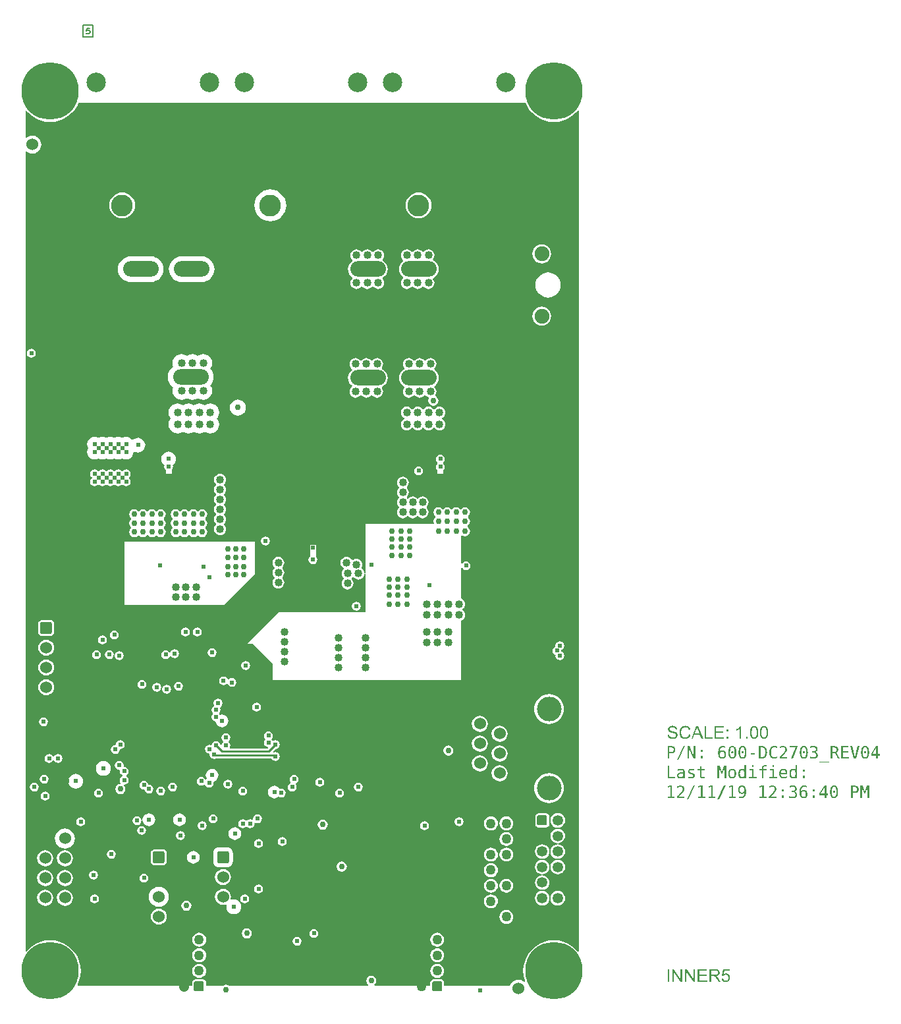
<source format=gbr>
%TF.GenerationSoftware,Altium Limited,Altium Designer,20.0.9 (164)*%
G04 Layer_Physical_Order=5*
G04 Layer_Color=14186556*
%FSLAX26Y26*%
%MOIN*%
%TF.FileFunction,Copper,L5,Inr,Signal*%
%TF.Part,Single*%
G01*
G75*
%TA.AperFunction,NonConductor*%
%ADD53C,0.007000*%
%TA.AperFunction,Conductor*%
%ADD55C,0.010000*%
%ADD59C,0.009000*%
%ADD62C,0.050000*%
%TA.AperFunction,ComponentPad*%
%ADD67C,0.050000*%
G04:AMPARAMS|DCode=68|XSize=50mil|YSize=50mil|CornerRadius=5mil|HoleSize=0mil|Usage=FLASHONLY|Rotation=90.000|XOffset=0mil|YOffset=0mil|HoleType=Round|Shape=RoundedRectangle|*
%AMROUNDEDRECTD68*
21,1,0.050000,0.040000,0,0,90.0*
21,1,0.040000,0.050000,0,0,90.0*
1,1,0.010000,0.020000,0.020000*
1,1,0.010000,0.020000,-0.020000*
1,1,0.010000,-0.020000,-0.020000*
1,1,0.010000,-0.020000,0.020000*
%
%ADD68ROUNDEDRECTD68*%
%ADD69C,0.110000*%
%ADD70C,0.098425*%
G04:AMPARAMS|DCode=72|XSize=60mil|YSize=60mil|CornerRadius=9mil|HoleSize=0mil|Usage=FLASHONLY|Rotation=270.000|XOffset=0mil|YOffset=0mil|HoleType=Round|Shape=RoundedRectangle|*
%AMROUNDEDRECTD72*
21,1,0.060000,0.042000,0,0,270.0*
21,1,0.042000,0.060000,0,0,270.0*
1,1,0.018000,-0.021000,-0.021000*
1,1,0.018000,-0.021000,0.021000*
1,1,0.018000,0.021000,0.021000*
1,1,0.018000,0.021000,-0.021000*
%
%ADD72ROUNDEDRECTD72*%
%ADD73C,0.060000*%
%ADD74C,0.125000*%
%ADD75C,0.290000*%
%ADD76C,0.053000*%
%TA.AperFunction,ViaPad*%
%ADD79C,0.024000*%
%ADD80C,0.030000*%
%TA.AperFunction,TestPad*%
%ADD81C,0.024000*%
%TA.AperFunction,ViaPad*%
%ADD82C,0.040000*%
%TA.AperFunction,ComponentPad*%
%ADD83C,0.074803*%
%TA.AperFunction,TestPad*%
%ADD84C,0.030000*%
%TA.AperFunction,ComponentPad*%
%ADD85O,0.180000X0.078740*%
G36*
X2586467Y4554414D02*
X2599215Y4533612D01*
X2615059Y4515060D01*
X2633612Y4499215D01*
X2654414Y4486467D01*
X2676954Y4477130D01*
X2700678Y4471435D01*
X2725000Y4469521D01*
X2749322Y4471435D01*
X2773046Y4477130D01*
X2795586Y4486467D01*
X2816388Y4499215D01*
X2834941Y4515060D01*
X2845309Y4527199D01*
X2850000Y4525469D01*
Y274531D01*
X2845309Y272800D01*
X2834941Y284940D01*
X2816388Y300785D01*
X2795586Y313533D01*
X2773046Y322870D01*
X2749322Y328565D01*
X2725000Y330479D01*
X2700678Y328565D01*
X2676954Y322870D01*
X2654414Y313533D01*
X2633612Y300785D01*
X2615059Y284940D01*
X2599215Y266388D01*
X2586467Y245586D01*
X2577130Y223046D01*
X2571435Y199322D01*
X2569521Y175000D01*
X2571435Y150678D01*
X2577130Y126954D01*
X2579307Y121699D01*
X2575201Y118548D01*
X2567694Y124307D01*
X2556747Y128842D01*
X2545000Y130388D01*
X2533253Y128842D01*
X2522306Y124307D01*
X2512906Y117094D01*
X2505693Y107694D01*
X2502506Y100000D01*
X2169664D01*
Y116890D01*
X2168500Y122743D01*
X2165184Y127704D01*
X2160223Y131019D01*
X2154370Y132184D01*
X2114370D01*
X2108517Y131019D01*
X2103556Y127704D01*
X2100240Y122743D01*
X2099076Y116890D01*
Y100000D01*
X1816583D01*
X1815067Y105000D01*
X1818024Y106976D01*
X1823550Y115246D01*
X1825490Y125000D01*
X1823550Y134755D01*
X1818024Y143024D01*
X1809755Y148549D01*
X1800000Y150490D01*
X1790245Y148549D01*
X1781976Y143024D01*
X1776450Y134755D01*
X1774510Y125000D01*
X1776450Y115246D01*
X1781976Y106976D01*
X1784933Y105000D01*
X1783417Y100000D01*
X1080067D01*
X1074755Y103549D01*
X1065000Y105490D01*
X1055245Y103549D01*
X1049933Y100000D01*
X964664D01*
Y116890D01*
X963500Y122743D01*
X960184Y127704D01*
X955223Y131019D01*
X949370Y132184D01*
X909370D01*
X903517Y131019D01*
X898556Y127704D01*
X895240Y122743D01*
X894076Y116890D01*
Y100000D01*
X315945D01*
X315058Y101584D01*
X313776Y105000D01*
X322870Y126954D01*
X328565Y150678D01*
X330479Y175000D01*
X328565Y199322D01*
X322870Y223046D01*
X313533Y245586D01*
X300785Y266388D01*
X284940Y284940D01*
X266388Y300785D01*
X245586Y313533D01*
X223046Y322870D01*
X199322Y328565D01*
X175000Y330479D01*
X150678Y328565D01*
X126954Y322870D01*
X104414Y313533D01*
X83612Y300785D01*
X65059Y284940D01*
X54691Y272800D01*
X50000Y274531D01*
Y4318833D01*
X55000Y4321298D01*
X62306Y4315693D01*
X73253Y4311158D01*
X85000Y4309612D01*
X96747Y4311158D01*
X107694Y4315693D01*
X117094Y4322906D01*
X124307Y4332306D01*
X128842Y4343253D01*
X130388Y4355000D01*
X128842Y4366747D01*
X124307Y4377694D01*
X117094Y4387094D01*
X107694Y4394307D01*
X96747Y4398842D01*
X85000Y4400388D01*
X73253Y4398842D01*
X62306Y4394307D01*
X55000Y4388702D01*
X50000Y4391167D01*
Y4525469D01*
X54691Y4527199D01*
X65059Y4515060D01*
X83612Y4499215D01*
X104414Y4486467D01*
X126954Y4477130D01*
X150678Y4471435D01*
X175000Y4469521D01*
X199322Y4471435D01*
X223046Y4477130D01*
X245586Y4486467D01*
X266388Y4499215D01*
X284940Y4515060D01*
X300785Y4533612D01*
X313533Y4554414D01*
X317918Y4565000D01*
X2582082D01*
X2586467Y4554414D01*
D02*
G37*
G36*
X3326656Y1415117D02*
X3327418D01*
X3329131Y1414926D01*
X3331035Y1414641D01*
X3333130Y1414165D01*
X3335319Y1413594D01*
X3337414Y1412832D01*
X3337509D01*
X3337699Y1412737D01*
X3337985Y1412642D01*
X3338366Y1412451D01*
X3339318Y1411880D01*
X3340555Y1411118D01*
X3341888Y1410166D01*
X3343316Y1409024D01*
X3344649Y1407691D01*
X3345791Y1406073D01*
X3345886Y1405882D01*
X3346267Y1405311D01*
X3346743Y1404359D01*
X3347314Y1403217D01*
X3347886Y1401694D01*
X3348362Y1399980D01*
X3348838Y1398076D01*
X3349028Y1396077D01*
X3340936Y1395506D01*
Y1395601D01*
Y1395791D01*
X3340841Y1396077D01*
X3340746Y1396458D01*
X3340555Y1397600D01*
X3340174Y1398933D01*
X3339508Y1400361D01*
X3338746Y1401884D01*
X3337794Y1403312D01*
X3336462Y1404550D01*
X3336271Y1404645D01*
X3335795Y1405026D01*
X3334843Y1405502D01*
X3333606Y1406168D01*
X3332082Y1406739D01*
X3330083Y1407215D01*
X3327798Y1407596D01*
X3325228Y1407691D01*
X3323990D01*
X3323324Y1407596D01*
X3322658Y1407501D01*
X3320944Y1407310D01*
X3319135Y1407025D01*
X3317326Y1406454D01*
X3315613Y1405787D01*
X3314756Y1405311D01*
X3314090Y1404835D01*
X3313899Y1404740D01*
X3313518Y1404359D01*
X3312947Y1403693D01*
X3312376Y1402931D01*
X3311710Y1401884D01*
X3311138Y1400742D01*
X3310758Y1399409D01*
X3310567Y1397981D01*
Y1397790D01*
Y1397410D01*
X3310662Y1396743D01*
X3310853Y1395982D01*
X3311138Y1395125D01*
X3311614Y1394173D01*
X3312186Y1393221D01*
X3313042Y1392364D01*
X3313138Y1392269D01*
X3313614Y1391983D01*
X3313899Y1391793D01*
X3314375Y1391507D01*
X3314851Y1391222D01*
X3315518Y1390936D01*
X3316279Y1390555D01*
X3317231Y1390270D01*
X3318278Y1389794D01*
X3319421Y1389413D01*
X3320754Y1389032D01*
X3322277Y1388556D01*
X3323990Y1388175D01*
X3325799Y1387699D01*
X3325894D01*
X3326275Y1387604D01*
X3326751Y1387509D01*
X3327513Y1387318D01*
X3328370Y1387128D01*
X3329322Y1386842D01*
X3331511Y1386366D01*
X3333796Y1385700D01*
X3336176Y1385034D01*
X3337223Y1384748D01*
X3338270Y1384367D01*
X3339222Y1383986D01*
X3339984Y1383701D01*
X3340079D01*
X3340270Y1383606D01*
X3340555Y1383415D01*
X3340936Y1383225D01*
X3341888Y1382654D01*
X3343126Y1381892D01*
X3344458Y1380940D01*
X3345886Y1379893D01*
X3347124Y1378560D01*
X3348266Y1377132D01*
X3348362Y1376942D01*
X3348647Y1376466D01*
X3349123Y1375609D01*
X3349599Y1374562D01*
X3350075Y1373229D01*
X3350551Y1371706D01*
X3350837Y1369992D01*
X3350932Y1368088D01*
Y1367993D01*
Y1367898D01*
Y1367612D01*
Y1367231D01*
X3350742Y1366184D01*
X3350551Y1364946D01*
X3350170Y1363423D01*
X3349694Y1361805D01*
X3348933Y1360091D01*
X3347981Y1358378D01*
Y1358282D01*
X3347886Y1358187D01*
X3347410Y1357616D01*
X3346743Y1356854D01*
X3345791Y1355807D01*
X3344649Y1354760D01*
X3343126Y1353522D01*
X3341507Y1352475D01*
X3339508Y1351428D01*
X3339413D01*
X3339222Y1351333D01*
X3338937Y1351238D01*
X3338556Y1351047D01*
X3338080Y1350857D01*
X3337414Y1350666D01*
X3335986Y1350190D01*
X3334082Y1349714D01*
X3332082Y1349334D01*
X3329702Y1349048D01*
X3327227Y1348953D01*
X3325799D01*
X3325038Y1349048D01*
X3324181D01*
X3323229Y1349143D01*
X3322182Y1349238D01*
X3319897Y1349524D01*
X3317422Y1350000D01*
X3314946Y1350571D01*
X3312662Y1351428D01*
X3312566D01*
X3312376Y1351523D01*
X3312090Y1351714D01*
X3311710Y1351904D01*
X3310662Y1352475D01*
X3309330Y1353332D01*
X3307806Y1354379D01*
X3306283Y1355712D01*
X3304760Y1357235D01*
X3303427Y1359044D01*
Y1359139D01*
X3303332Y1359234D01*
X3303142Y1359520D01*
X3302951Y1359996D01*
X3302666Y1360472D01*
X3302380Y1361043D01*
X3301714Y1362471D01*
X3301142Y1364185D01*
X3300571Y1366089D01*
X3300190Y1368278D01*
X3300000Y1370658D01*
X3307997Y1371325D01*
Y1371230D01*
Y1371134D01*
X3308092Y1370563D01*
X3308282Y1369611D01*
X3308473Y1368469D01*
X3308854Y1367231D01*
X3309330Y1365898D01*
X3309901Y1364566D01*
X3310567Y1363328D01*
X3310662Y1363233D01*
X3310948Y1362852D01*
X3311424Y1362281D01*
X3312186Y1361614D01*
X3313042Y1360758D01*
X3314185Y1359996D01*
X3315518Y1359139D01*
X3317041Y1358378D01*
X3317136D01*
X3317231Y1358282D01*
X3317802Y1358092D01*
X3318754Y1357806D01*
X3319897Y1357426D01*
X3321325Y1357045D01*
X3323038Y1356759D01*
X3324847Y1356569D01*
X3326846Y1356474D01*
X3327703D01*
X3328560Y1356569D01*
X3329702Y1356664D01*
X3331035Y1356854D01*
X3332463Y1357045D01*
X3333891Y1357426D01*
X3335319Y1357902D01*
X3335510Y1357997D01*
X3335890Y1358187D01*
X3336557Y1358473D01*
X3337414Y1358949D01*
X3338270Y1359520D01*
X3339222Y1360186D01*
X3340079Y1360948D01*
X3340841Y1361805D01*
X3340936Y1361900D01*
X3341126Y1362281D01*
X3341412Y1362757D01*
X3341793Y1363423D01*
X3342174Y1364280D01*
X3342459Y1365232D01*
X3342650Y1366279D01*
X3342745Y1367326D01*
Y1367422D01*
Y1367802D01*
X3342650Y1368374D01*
X3342554Y1369135D01*
X3342364Y1369992D01*
X3341983Y1370849D01*
X3341602Y1371706D01*
X3341031Y1372562D01*
X3340936Y1372658D01*
X3340746Y1372943D01*
X3340270Y1373324D01*
X3339698Y1373895D01*
X3338842Y1374466D01*
X3337890Y1375133D01*
X3336652Y1375799D01*
X3335224Y1376370D01*
X3335129Y1376466D01*
X3334653Y1376561D01*
X3333986Y1376846D01*
X3333415Y1376942D01*
X3332844Y1377132D01*
X3332082Y1377322D01*
X3331321Y1377608D01*
X3330369Y1377894D01*
X3329322Y1378179D01*
X3328179Y1378465D01*
X3326846Y1378750D01*
X3325418Y1379131D01*
X3323800Y1379512D01*
X3323705D01*
X3323419Y1379607D01*
X3322943Y1379702D01*
X3322372Y1379893D01*
X3321610Y1380083D01*
X3320849Y1380274D01*
X3318945Y1380845D01*
X3316850Y1381416D01*
X3314851Y1382082D01*
X3312947Y1382749D01*
X3312186Y1383130D01*
X3311424Y1383510D01*
X3311329D01*
X3311234Y1383606D01*
X3310662Y1383986D01*
X3309901Y1384462D01*
X3308854Y1385129D01*
X3307711Y1385986D01*
X3306569Y1387033D01*
X3305522Y1388175D01*
X3304570Y1389413D01*
X3304474Y1389603D01*
X3304189Y1390079D01*
X3303903Y1390841D01*
X3303522Y1391793D01*
X3303046Y1392935D01*
X3302761Y1394363D01*
X3302475Y1395886D01*
X3302380Y1397505D01*
Y1397600D01*
Y1397695D01*
Y1397981D01*
Y1398362D01*
X3302570Y1399218D01*
X3302761Y1400456D01*
X3303046Y1401884D01*
X3303522Y1403407D01*
X3304189Y1404930D01*
X3305046Y1406549D01*
Y1406644D01*
X3305141Y1406739D01*
X3305522Y1407215D01*
X3306188Y1407977D01*
X3307140Y1408929D01*
X3308282Y1409976D01*
X3309615Y1411118D01*
X3311234Y1412166D01*
X3313138Y1413022D01*
X3313233D01*
X3313423Y1413118D01*
X3313709Y1413213D01*
X3314090Y1413403D01*
X3314566Y1413498D01*
X3315137Y1413689D01*
X3316565Y1414165D01*
X3318374Y1414546D01*
X3320373Y1414831D01*
X3322562Y1415117D01*
X3324847Y1415212D01*
X3326085D01*
X3326656Y1415117D01*
D02*
G37*
G36*
X3391868D02*
X3392725Y1415022D01*
X3393677Y1414926D01*
X3394724Y1414831D01*
X3395962Y1414641D01*
X3398437Y1413974D01*
X3401198Y1413118D01*
X3402530Y1412546D01*
X3403863Y1411880D01*
X3405196Y1411118D01*
X3406434Y1410262D01*
X3406529Y1410166D01*
X3406719Y1410071D01*
X3407100Y1409786D01*
X3407481Y1409405D01*
X3408052Y1408834D01*
X3408623Y1408262D01*
X3409290Y1407501D01*
X3410051Y1406739D01*
X3410813Y1405787D01*
X3411574Y1404740D01*
X3412336Y1403693D01*
X3413098Y1402455D01*
X3413859Y1401122D01*
X3414526Y1399694D01*
X3415097Y1398171D01*
X3415668Y1396553D01*
X3407290Y1394554D01*
Y1394649D01*
X3407195Y1394839D01*
X3407100Y1395220D01*
X3406910Y1395696D01*
X3406624Y1396267D01*
X3406338Y1396934D01*
X3405577Y1398457D01*
X3404720Y1400075D01*
X3403578Y1401789D01*
X3402245Y1403407D01*
X3400722Y1404740D01*
X3400531Y1404835D01*
X3399960Y1405216D01*
X3399103Y1405787D01*
X3397866Y1406358D01*
X3396342Y1406930D01*
X3394534Y1407501D01*
X3392439Y1407882D01*
X3390154Y1407977D01*
X3389393D01*
X3388917Y1407882D01*
X3388250D01*
X3387584Y1407786D01*
X3385870Y1407501D01*
X3383871Y1407120D01*
X3381777Y1406454D01*
X3379778Y1405597D01*
X3377778Y1404359D01*
X3377683D01*
X3377588Y1404169D01*
X3377017Y1403693D01*
X3376065Y1402931D01*
X3375018Y1401884D01*
X3373875Y1400456D01*
X3372733Y1398838D01*
X3371686Y1396934D01*
X3370829Y1394839D01*
Y1394744D01*
X3370734Y1394554D01*
X3370638Y1394268D01*
X3370543Y1393792D01*
X3370353Y1393316D01*
X3370162Y1392650D01*
X3369877Y1391126D01*
X3369496Y1389222D01*
X3369115Y1387128D01*
X3368925Y1384938D01*
X3368830Y1382558D01*
Y1382463D01*
Y1382178D01*
Y1381797D01*
Y1381226D01*
X3368925Y1380464D01*
Y1379607D01*
X3369020Y1378750D01*
X3369115Y1377703D01*
X3369401Y1375514D01*
X3369877Y1373038D01*
X3370448Y1370658D01*
X3371210Y1368278D01*
Y1368183D01*
X3371305Y1367993D01*
X3371495Y1367707D01*
X3371686Y1367326D01*
X3372257Y1366184D01*
X3373018Y1364851D01*
X3374066Y1363328D01*
X3375303Y1361900D01*
X3376826Y1360377D01*
X3378540Y1359139D01*
X3378635D01*
X3378730Y1359044D01*
X3379016Y1358854D01*
X3379397Y1358663D01*
X3380444Y1358187D01*
X3381777Y1357711D01*
X3383395Y1357140D01*
X3385299Y1356664D01*
X3387298Y1356283D01*
X3389488Y1356188D01*
X3390154D01*
X3390630Y1356283D01*
X3391297D01*
X3391963Y1356378D01*
X3393677Y1356664D01*
X3395486Y1357235D01*
X3397485Y1357902D01*
X3399579Y1358949D01*
X3400531Y1359520D01*
X3401483Y1360282D01*
X3401578Y1360377D01*
X3401674Y1360472D01*
X3401959Y1360758D01*
X3402245Y1361043D01*
X3402721Y1361519D01*
X3403102Y1361995D01*
X3404149Y1363328D01*
X3405291Y1365042D01*
X3406434Y1367136D01*
X3407481Y1369611D01*
X3408242Y1372467D01*
X3416715Y1370278D01*
Y1370182D01*
X3416620Y1369802D01*
X3416430Y1369326D01*
X3416239Y1368564D01*
X3415858Y1367707D01*
X3415478Y1366660D01*
X3415097Y1365613D01*
X3414526Y1364375D01*
X3413193Y1361805D01*
X3411574Y1359234D01*
X3410527Y1357902D01*
X3409480Y1356664D01*
X3408338Y1355426D01*
X3407100Y1354379D01*
X3407005Y1354284D01*
X3406814Y1354189D01*
X3406434Y1353903D01*
X3405862Y1353522D01*
X3405196Y1353142D01*
X3404339Y1352666D01*
X3403482Y1352190D01*
X3402340Y1351714D01*
X3401198Y1351142D01*
X3399865Y1350666D01*
X3398532Y1350190D01*
X3397009Y1349810D01*
X3395390Y1349429D01*
X3393772Y1349143D01*
X3391963Y1349048D01*
X3390154Y1348953D01*
X3389202D01*
X3388441Y1349048D01*
X3387584D01*
X3386537Y1349143D01*
X3385394Y1349334D01*
X3384157Y1349524D01*
X3381491Y1350000D01*
X3378635Y1350762D01*
X3375874Y1351809D01*
X3374542Y1352380D01*
X3373304Y1353142D01*
X3373209Y1353237D01*
X3373018Y1353332D01*
X3372733Y1353618D01*
X3372257Y1353903D01*
X3371686Y1354379D01*
X3371114Y1354855D01*
X3369686Y1356283D01*
X3368068Y1357997D01*
X3366354Y1360091D01*
X3364831Y1362471D01*
X3363403Y1365327D01*
Y1365422D01*
X3363308Y1365708D01*
X3363118Y1366089D01*
X3362927Y1366755D01*
X3362642Y1367422D01*
X3362356Y1368374D01*
X3362070Y1369326D01*
X3361785Y1370468D01*
X3361404Y1371706D01*
X3361118Y1373038D01*
X3360642Y1375990D01*
X3360262Y1379131D01*
X3360071Y1382558D01*
Y1382654D01*
Y1383034D01*
Y1383510D01*
X3360166Y1384272D01*
Y1385129D01*
X3360262Y1386081D01*
X3360357Y1387223D01*
X3360547Y1388461D01*
X3361023Y1391222D01*
X3361690Y1394173D01*
X3362642Y1397124D01*
X3363879Y1399980D01*
Y1400075D01*
X3364070Y1400266D01*
X3364260Y1400646D01*
X3364546Y1401218D01*
X3365022Y1401789D01*
X3365498Y1402550D01*
X3366640Y1404169D01*
X3368163Y1405978D01*
X3370067Y1407882D01*
X3372257Y1409690D01*
X3374732Y1411309D01*
X3374827D01*
X3375018Y1411499D01*
X3375398Y1411690D01*
X3375970Y1411880D01*
X3376636Y1412261D01*
X3377398Y1412546D01*
X3378350Y1412927D01*
X3379302Y1413308D01*
X3380444Y1413594D01*
X3381586Y1413974D01*
X3384252Y1414641D01*
X3387108Y1415022D01*
X3390250Y1415212D01*
X3391202D01*
X3391868Y1415117D01*
D02*
G37*
G36*
X3606449Y1387509D02*
X3597500D01*
Y1396458D01*
X3606449D01*
Y1387509D01*
D02*
G37*
G36*
X3705933Y1350000D02*
X3696984D01*
Y1358949D01*
X3705933D01*
Y1350000D01*
D02*
G37*
G36*
X3672422D02*
X3664521D01*
Y1399980D01*
X3664426Y1399885D01*
X3664045Y1399504D01*
X3663378Y1399028D01*
X3662522Y1398266D01*
X3661474Y1397505D01*
X3660142Y1396553D01*
X3658618Y1395601D01*
X3657000Y1394554D01*
X3656905D01*
X3656810Y1394458D01*
X3656238Y1394078D01*
X3655382Y1393602D01*
X3654239Y1393030D01*
X3653002Y1392364D01*
X3651669Y1391793D01*
X3650241Y1391126D01*
X3648813Y1390555D01*
Y1398171D01*
X3648908D01*
X3649098Y1398266D01*
X3649479Y1398457D01*
X3649955Y1398742D01*
X3650526Y1399028D01*
X3651193Y1399409D01*
X3652716Y1400266D01*
X3654525Y1401313D01*
X3656429Y1402550D01*
X3658333Y1403978D01*
X3660237Y1405597D01*
X3660332Y1405692D01*
X3660427Y1405787D01*
X3661094Y1406358D01*
X3661950Y1407215D01*
X3662998Y1408358D01*
X3664140Y1409690D01*
X3665282Y1411118D01*
X3666425Y1412642D01*
X3667282Y1414260D01*
X3672422D01*
Y1350000D01*
D02*
G37*
G36*
X3606449D02*
X3597500D01*
Y1358949D01*
X3606449D01*
Y1350000D01*
D02*
G37*
G36*
X3583125Y1406549D02*
X3545235D01*
Y1386938D01*
X3580745D01*
Y1379417D01*
X3545235D01*
Y1357521D01*
X3584648D01*
Y1350000D01*
X3536762D01*
Y1414070D01*
X3583125D01*
Y1406549D01*
D02*
G37*
G36*
X3494970Y1357521D02*
X3526481D01*
Y1350000D01*
X3486497D01*
Y1414070D01*
X3494970D01*
Y1357521D01*
D02*
G37*
G36*
X3479928Y1350000D02*
X3470313D01*
X3462887Y1369421D01*
X3436041D01*
X3429091Y1350000D01*
X3420142D01*
X3444514Y1414070D01*
X3453843D01*
X3479928Y1350000D01*
D02*
G37*
G36*
X3789899Y1414165D02*
X3791137Y1413974D01*
X3792565Y1413784D01*
X3794088Y1413403D01*
X3795611Y1412832D01*
X3797134Y1412166D01*
X3797325Y1412070D01*
X3797801Y1411785D01*
X3798467Y1411309D01*
X3799419Y1410642D01*
X3800371Y1409786D01*
X3801514Y1408738D01*
X3802561Y1407596D01*
X3803513Y1406168D01*
X3803608Y1405978D01*
X3803894Y1405502D01*
X3804370Y1404645D01*
X3804941Y1403502D01*
X3805607Y1402170D01*
X3806274Y1400551D01*
X3806940Y1398647D01*
X3807511Y1396648D01*
Y1396553D01*
X3807606Y1396362D01*
X3807702Y1396077D01*
X3807797Y1395601D01*
X3807892Y1395030D01*
X3807987Y1394363D01*
X3808178Y1393602D01*
X3808273Y1392650D01*
X3808463Y1391602D01*
X3808558Y1390460D01*
X3808654Y1389222D01*
X3808844Y1387890D01*
X3808939Y1386462D01*
Y1384938D01*
X3809034Y1383225D01*
Y1381511D01*
Y1381416D01*
Y1381035D01*
Y1380464D01*
Y1379607D01*
X3808939Y1378655D01*
Y1377608D01*
X3808844Y1376370D01*
X3808749Y1375038D01*
X3808463Y1372182D01*
X3807987Y1369135D01*
X3807416Y1366089D01*
X3807035Y1364661D01*
X3806654Y1363328D01*
Y1363233D01*
X3806559Y1363042D01*
X3806369Y1362662D01*
X3806274Y1362186D01*
X3805988Y1361614D01*
X3805702Y1360948D01*
X3804941Y1359425D01*
X3803989Y1357711D01*
X3802751Y1355902D01*
X3801323Y1354189D01*
X3799705Y1352666D01*
X3799610D01*
X3799514Y1352475D01*
X3799229Y1352285D01*
X3798848Y1352094D01*
X3797896Y1351523D01*
X3796563Y1350857D01*
X3794850Y1350095D01*
X3792850Y1349524D01*
X3790661Y1349143D01*
X3788090Y1348953D01*
X3787234D01*
X3786567Y1349048D01*
X3785806Y1349143D01*
X3784854Y1349334D01*
X3783902Y1349524D01*
X3782854Y1349810D01*
X3781712Y1350095D01*
X3780474Y1350571D01*
X3779237Y1351047D01*
X3778094Y1351714D01*
X3776857Y1352475D01*
X3775714Y1353332D01*
X3774572Y1354379D01*
X3773525Y1355522D01*
X3773430Y1355617D01*
X3773239Y1355902D01*
X3772954Y1356378D01*
X3772573Y1357045D01*
X3772097Y1357902D01*
X3771526Y1359044D01*
X3770954Y1360282D01*
X3770383Y1361805D01*
X3769812Y1363518D01*
X3769241Y1365422D01*
X3768670Y1367517D01*
X3768194Y1369897D01*
X3767813Y1372467D01*
X3767527Y1375228D01*
X3767337Y1378274D01*
X3767242Y1381511D01*
Y1381606D01*
Y1381987D01*
Y1382558D01*
Y1383415D01*
X3767337Y1384367D01*
Y1385510D01*
X3767432Y1386747D01*
X3767527Y1388080D01*
X3767813Y1390936D01*
X3768194Y1393982D01*
X3768765Y1397029D01*
X3769146Y1398457D01*
X3769526Y1399790D01*
Y1399885D01*
X3769622Y1400075D01*
X3769812Y1400456D01*
X3770002Y1400932D01*
X3770193Y1401503D01*
X3770478Y1402170D01*
X3771335Y1403693D01*
X3772287Y1405406D01*
X3773430Y1407215D01*
X3774858Y1408929D01*
X3776476Y1410452D01*
X3776571D01*
X3776666Y1410642D01*
X3776952Y1410833D01*
X3777333Y1411023D01*
X3777809Y1411309D01*
X3778285Y1411690D01*
X3779713Y1412356D01*
X3781331Y1413022D01*
X3783330Y1413689D01*
X3785615Y1414070D01*
X3788090Y1414260D01*
X3788947D01*
X3789899Y1414165D01*
D02*
G37*
G36*
X3740110D02*
X3741347Y1413974D01*
X3742775Y1413784D01*
X3744298Y1413403D01*
X3745822Y1412832D01*
X3747345Y1412166D01*
X3747535Y1412070D01*
X3748011Y1411785D01*
X3748678Y1411309D01*
X3749630Y1410642D01*
X3750582Y1409786D01*
X3751724Y1408738D01*
X3752771Y1407596D01*
X3753723Y1406168D01*
X3753818Y1405978D01*
X3754104Y1405502D01*
X3754580Y1404645D01*
X3755151Y1403502D01*
X3755818Y1402170D01*
X3756484Y1400551D01*
X3757150Y1398647D01*
X3757722Y1396648D01*
Y1396553D01*
X3757817Y1396362D01*
X3757912Y1396077D01*
X3758007Y1395601D01*
X3758102Y1395030D01*
X3758198Y1394363D01*
X3758388Y1393602D01*
X3758483Y1392650D01*
X3758674Y1391602D01*
X3758769Y1390460D01*
X3758864Y1389222D01*
X3759054Y1387890D01*
X3759150Y1386462D01*
Y1384938D01*
X3759245Y1383225D01*
Y1381511D01*
Y1381416D01*
Y1381035D01*
Y1380464D01*
Y1379607D01*
X3759150Y1378655D01*
Y1377608D01*
X3759054Y1376370D01*
X3758959Y1375038D01*
X3758674Y1372182D01*
X3758198Y1369135D01*
X3757626Y1366089D01*
X3757246Y1364661D01*
X3756865Y1363328D01*
Y1363233D01*
X3756770Y1363042D01*
X3756579Y1362662D01*
X3756484Y1362186D01*
X3756198Y1361614D01*
X3755913Y1360948D01*
X3755151Y1359425D01*
X3754199Y1357711D01*
X3752962Y1355902D01*
X3751534Y1354189D01*
X3749915Y1352666D01*
X3749820D01*
X3749725Y1352475D01*
X3749439Y1352285D01*
X3749058Y1352094D01*
X3748106Y1351523D01*
X3746774Y1350857D01*
X3745060Y1350095D01*
X3743061Y1349524D01*
X3740871Y1349143D01*
X3738301Y1348953D01*
X3737444D01*
X3736778Y1349048D01*
X3736016Y1349143D01*
X3735064Y1349334D01*
X3734112Y1349524D01*
X3733065Y1349810D01*
X3731922Y1350095D01*
X3730685Y1350571D01*
X3729447Y1351047D01*
X3728305Y1351714D01*
X3727067Y1352475D01*
X3725925Y1353332D01*
X3724782Y1354379D01*
X3723735Y1355522D01*
X3723640Y1355617D01*
X3723450Y1355902D01*
X3723164Y1356378D01*
X3722783Y1357045D01*
X3722307Y1357902D01*
X3721736Y1359044D01*
X3721165Y1360282D01*
X3720594Y1361805D01*
X3720022Y1363518D01*
X3719451Y1365422D01*
X3718880Y1367517D01*
X3718404Y1369897D01*
X3718023Y1372467D01*
X3717738Y1375228D01*
X3717547Y1378274D01*
X3717452Y1381511D01*
Y1381606D01*
Y1381987D01*
Y1382558D01*
Y1383415D01*
X3717547Y1384367D01*
Y1385510D01*
X3717642Y1386747D01*
X3717738Y1388080D01*
X3718023Y1390936D01*
X3718404Y1393982D01*
X3718975Y1397029D01*
X3719356Y1398457D01*
X3719737Y1399790D01*
Y1399885D01*
X3719832Y1400075D01*
X3720022Y1400456D01*
X3720213Y1400932D01*
X3720403Y1401503D01*
X3720689Y1402170D01*
X3721546Y1403693D01*
X3722498Y1405406D01*
X3723640Y1407215D01*
X3725068Y1408929D01*
X3726686Y1410452D01*
X3726782D01*
X3726877Y1410642D01*
X3727162Y1410833D01*
X3727543Y1411023D01*
X3728019Y1411309D01*
X3728495Y1411690D01*
X3729923Y1412356D01*
X3731542Y1413022D01*
X3733541Y1413689D01*
X3735826Y1414070D01*
X3738301Y1414260D01*
X3739158D01*
X3740110Y1414165D01*
D02*
G37*
G36*
X3581506Y1313594D02*
X3582363Y1313498D01*
X3583410Y1313403D01*
X3585695Y1313022D01*
X3585886D01*
X3586266Y1312927D01*
X3586838Y1312737D01*
X3587599Y1312546D01*
X3588551Y1312261D01*
X3589598Y1311975D01*
X3591788Y1311214D01*
Y1303407D01*
X3591693Y1303502D01*
X3591312Y1303693D01*
X3590741Y1303978D01*
X3590074Y1304264D01*
X3589218Y1304645D01*
X3588266Y1305026D01*
X3586076Y1305692D01*
X3585981D01*
X3585600Y1305787D01*
X3584934Y1305978D01*
X3584172Y1306168D01*
X3583315Y1306263D01*
X3582268Y1306454D01*
X3579888Y1306549D01*
X3579126D01*
X3578555Y1306454D01*
X3577889Y1306358D01*
X3577127Y1306263D01*
X3575414Y1305787D01*
X3573414Y1305026D01*
X3572367Y1304550D01*
X3571415Y1303978D01*
X3570368Y1303312D01*
X3569416Y1302455D01*
X3568559Y1301503D01*
X3567702Y1300456D01*
Y1300361D01*
X3567512Y1300170D01*
X3567322Y1299790D01*
X3567036Y1299314D01*
X3566750Y1298647D01*
X3566370Y1297886D01*
X3566084Y1297029D01*
X3565703Y1295982D01*
X3565322Y1294744D01*
X3564942Y1293411D01*
X3564561Y1291983D01*
X3564275Y1290365D01*
X3563990Y1288556D01*
X3563799Y1286747D01*
X3563704Y1284748D01*
X3563613Y1282658D01*
X3563704Y1282749D01*
X3563990Y1283225D01*
X3564466Y1283986D01*
X3565037Y1284938D01*
X3565798Y1285986D01*
X3566750Y1287033D01*
X3567893Y1288080D01*
X3569130Y1289032D01*
X3569321Y1289127D01*
X3569797Y1289413D01*
X3570558Y1289794D01*
X3571510Y1290174D01*
X3572748Y1290555D01*
X3574081Y1290936D01*
X3575699Y1291222D01*
X3577318Y1291317D01*
X3578174D01*
X3578841Y1291222D01*
X3579602Y1291126D01*
X3580459Y1291031D01*
X3581411Y1290841D01*
X3582458Y1290650D01*
X3584743Y1289984D01*
X3585886Y1289508D01*
X3587028Y1288937D01*
X3588170Y1288270D01*
X3589313Y1287604D01*
X3590360Y1286652D01*
X3591312Y1285700D01*
X3591407Y1285605D01*
X3591502Y1285414D01*
X3591788Y1285129D01*
X3592074Y1284653D01*
X3592454Y1284082D01*
X3592930Y1283415D01*
X3593406Y1282558D01*
X3593882Y1281702D01*
X3594263Y1280654D01*
X3594739Y1279417D01*
X3595215Y1278179D01*
X3595596Y1276751D01*
X3595882Y1275228D01*
X3596167Y1273610D01*
X3596262Y1271896D01*
X3596358Y1269992D01*
Y1269897D01*
Y1269516D01*
Y1269040D01*
X3596262Y1268374D01*
X3596167Y1267517D01*
X3596072Y1266470D01*
X3595977Y1265422D01*
X3595691Y1264280D01*
X3595120Y1261710D01*
X3594168Y1259139D01*
X3593597Y1257806D01*
X3592930Y1256569D01*
X3592169Y1255426D01*
X3591217Y1254284D01*
X3591122Y1254189D01*
X3591026Y1254094D01*
X3590646Y1253808D01*
X3590265Y1253427D01*
X3589789Y1253046D01*
X3589122Y1252570D01*
X3588361Y1251999D01*
X3587504Y1251523D01*
X3586552Y1251047D01*
X3585410Y1250476D01*
X3584267Y1250000D01*
X3583030Y1249619D01*
X3581602Y1249238D01*
X3580078Y1249048D01*
X3578555Y1248858D01*
X3576842Y1248762D01*
X3576366D01*
X3575794Y1248858D01*
X3575033D01*
X3574176Y1249048D01*
X3573129Y1249143D01*
X3571986Y1249429D01*
X3570749Y1249714D01*
X3569416Y1250190D01*
X3568083Y1250666D01*
X3566750Y1251333D01*
X3565513Y1252094D01*
X3564180Y1252951D01*
X3562942Y1253998D01*
X3561895Y1255236D01*
X3560848Y1256569D01*
X3560753Y1256664D01*
X3560658Y1256950D01*
X3560372Y1257426D01*
X3560086Y1258092D01*
X3559706Y1258854D01*
X3559230Y1259901D01*
X3558754Y1261138D01*
X3558373Y1262566D01*
X3557897Y1264185D01*
X3557421Y1265994D01*
X3556945Y1267993D01*
X3556564Y1270182D01*
X3556278Y1272658D01*
X3555993Y1275228D01*
X3555898Y1278084D01*
X3555802Y1281130D01*
Y1281321D01*
Y1281797D01*
Y1282654D01*
X3555898Y1283701D01*
X3555993Y1285034D01*
X3556088Y1286557D01*
X3556278Y1288270D01*
X3556564Y1290079D01*
X3556850Y1292078D01*
X3557326Y1293982D01*
X3557802Y1296077D01*
X3558373Y1298076D01*
X3559039Y1299980D01*
X3559896Y1301884D01*
X3560848Y1303693D01*
X3561895Y1305311D01*
X3561990Y1305406D01*
X3562181Y1305692D01*
X3562562Y1306073D01*
X3563038Y1306644D01*
X3563704Y1307215D01*
X3564466Y1307977D01*
X3565322Y1308738D01*
X3566370Y1309500D01*
X3567607Y1310262D01*
X3568845Y1311023D01*
X3570368Y1311785D01*
X3571891Y1312356D01*
X3573605Y1312927D01*
X3575414Y1313308D01*
X3577413Y1313594D01*
X3579507Y1313689D01*
X3580650D01*
X3581506Y1313594D01*
D02*
G37*
G36*
X3842069D02*
X3843116Y1313498D01*
X3844354Y1313308D01*
X3846924Y1312832D01*
X3847114D01*
X3847495Y1312642D01*
X3848162Y1312451D01*
X3849018Y1312166D01*
X3850066Y1311785D01*
X3851208Y1311404D01*
X3853588Y1310262D01*
Y1301598D01*
X3853493Y1301694D01*
X3853017Y1301979D01*
X3852446Y1302455D01*
X3851589Y1303026D01*
X3850542Y1303598D01*
X3849399Y1304264D01*
X3848162Y1304835D01*
X3846829Y1305406D01*
X3846638Y1305502D01*
X3846258Y1305597D01*
X3845496Y1305882D01*
X3844639Y1306168D01*
X3843497Y1306358D01*
X3842354Y1306644D01*
X3841022Y1306739D01*
X3839689Y1306834D01*
X3838927D01*
X3838356Y1306739D01*
X3837690Y1306644D01*
X3836928Y1306454D01*
X3835119Y1306073D01*
X3833120Y1305311D01*
X3832073Y1304740D01*
X3831026Y1304169D01*
X3830074Y1303407D01*
X3829122Y1302550D01*
X3828265Y1301598D01*
X3827408Y1300456D01*
Y1300361D01*
X3827218Y1300170D01*
X3827027Y1299790D01*
X3826742Y1299218D01*
X3826456Y1298552D01*
X3826075Y1297790D01*
X3825790Y1296743D01*
X3825409Y1295696D01*
X3825028Y1294363D01*
X3824647Y1292935D01*
X3824266Y1291317D01*
X3823981Y1289603D01*
X3823695Y1287699D01*
X3823505Y1285700D01*
X3823410Y1283510D01*
X3823314Y1281130D01*
Y1280940D01*
Y1280559D01*
Y1279893D01*
X3823410Y1279036D01*
Y1277989D01*
X3823505Y1276751D01*
X3823695Y1275418D01*
X3823790Y1273895D01*
X3824362Y1270754D01*
X3825028Y1267612D01*
X3826075Y1264566D01*
X3826646Y1263138D01*
X3827408Y1261900D01*
X3827503Y1261805D01*
X3827598Y1261614D01*
X3827884Y1261329D01*
X3828170Y1260948D01*
X3828646Y1260472D01*
X3829122Y1259901D01*
X3829788Y1259330D01*
X3830454Y1258758D01*
X3831311Y1258187D01*
X3832168Y1257616D01*
X3833215Y1257045D01*
X3834358Y1256569D01*
X3835500Y1256188D01*
X3836833Y1255902D01*
X3838166Y1255712D01*
X3839689Y1255617D01*
X3840355D01*
X3841022Y1255712D01*
X3841974Y1255807D01*
X3843116Y1255902D01*
X3844354Y1256188D01*
X3845591Y1256474D01*
X3846924Y1256950D01*
X3847114Y1257045D01*
X3847495Y1257235D01*
X3848162Y1257521D01*
X3849114Y1257902D01*
X3850066Y1258473D01*
X3851208Y1259139D01*
X3852446Y1259996D01*
X3853588Y1260853D01*
Y1252190D01*
X3853493Y1252094D01*
X3853017Y1251904D01*
X3852350Y1251618D01*
X3851589Y1251238D01*
X3850542Y1250857D01*
X3849399Y1250381D01*
X3846924Y1249619D01*
X3846734D01*
X3846353Y1249524D01*
X3845686Y1249334D01*
X3844734Y1249238D01*
X3843687Y1249048D01*
X3842450Y1248858D01*
X3841117Y1248762D01*
X3839118D01*
X3838546Y1248858D01*
X3837690D01*
X3836738Y1249048D01*
X3835500Y1249238D01*
X3834262Y1249429D01*
X3832834Y1249810D01*
X3831406Y1250286D01*
X3829883Y1250857D01*
X3828360Y1251523D01*
X3826742Y1252380D01*
X3825218Y1253332D01*
X3823790Y1254474D01*
X3822362Y1255712D01*
X3821030Y1257235D01*
X3820934Y1257330D01*
X3820744Y1257616D01*
X3820458Y1258092D01*
X3819982Y1258758D01*
X3819506Y1259710D01*
X3818935Y1260758D01*
X3818364Y1261995D01*
X3817793Y1263423D01*
X3817126Y1265042D01*
X3816555Y1266755D01*
X3815984Y1268754D01*
X3815508Y1270849D01*
X3815032Y1273229D01*
X3814746Y1275704D01*
X3814556Y1278370D01*
X3814461Y1281130D01*
Y1281321D01*
Y1281797D01*
Y1282558D01*
X3814556Y1283701D01*
X3814651Y1284938D01*
X3814842Y1286462D01*
X3815032Y1288080D01*
X3815318Y1289889D01*
X3815603Y1291793D01*
X3816079Y1293697D01*
X3816650Y1295696D01*
X3817317Y1297695D01*
X3818078Y1299599D01*
X3818935Y1301503D01*
X3819982Y1303312D01*
X3821125Y1305026D01*
X3821220Y1305121D01*
X3821410Y1305406D01*
X3821791Y1305787D01*
X3822362Y1306358D01*
X3823029Y1307025D01*
X3823886Y1307786D01*
X3824838Y1308548D01*
X3825980Y1309405D01*
X3827218Y1310166D01*
X3828550Y1310928D01*
X3830074Y1311690D01*
X3831787Y1312356D01*
X3833596Y1312927D01*
X3835500Y1313308D01*
X3837499Y1313594D01*
X3839689Y1313689D01*
X3841117D01*
X3842069Y1313594D01*
D02*
G37*
G36*
X3477834Y1281892D02*
X3467266D01*
Y1294554D01*
X3477834D01*
Y1281892D01*
D02*
G37*
G36*
X3742014Y1270087D02*
X3720213D01*
Y1276942D01*
X3742014D01*
Y1270087D01*
D02*
G37*
G36*
X3440991Y1250000D02*
X3430234D01*
X3409099Y1301503D01*
Y1250000D01*
X3400912D01*
Y1312642D01*
X3411574D01*
X3432804Y1261043D01*
Y1312642D01*
X3440991D01*
Y1250000D01*
D02*
G37*
G36*
X4253142D02*
X4242861D01*
X4224582Y1312642D01*
X4233341D01*
X4248002Y1257045D01*
X4262662Y1312642D01*
X4271516D01*
X4253142Y1250000D01*
D02*
G37*
G36*
X4040561Y1313594D02*
X4041322D01*
X4042179Y1313403D01*
X4043226Y1313308D01*
X4044274Y1313118D01*
X4046654Y1312546D01*
X4049129Y1311690D01*
X4050271Y1311214D01*
X4051509Y1310547D01*
X4052651Y1309881D01*
X4053698Y1309024D01*
X4053794Y1308929D01*
X4053984Y1308834D01*
X4054174Y1308548D01*
X4054555Y1308167D01*
X4054936Y1307691D01*
X4055412Y1307215D01*
X4056459Y1305787D01*
X4057506Y1304074D01*
X4058363Y1301979D01*
X4058744Y1300837D01*
X4059030Y1299599D01*
X4059125Y1298266D01*
X4059220Y1296934D01*
Y1296838D01*
Y1296743D01*
Y1296458D01*
Y1296077D01*
X4059030Y1295125D01*
X4058839Y1293887D01*
X4058458Y1292554D01*
X4057982Y1291126D01*
X4057221Y1289698D01*
X4056269Y1288270D01*
X4056174Y1288080D01*
X4055698Y1287699D01*
X4055126Y1287128D01*
X4054174Y1286366D01*
X4053032Y1285605D01*
X4051604Y1284748D01*
X4049890Y1284082D01*
X4047986Y1283415D01*
X4048082D01*
X4048272Y1283320D01*
X4048558Y1283225D01*
X4049034Y1283130D01*
X4050081Y1282654D01*
X4051414Y1282082D01*
X4052937Y1281321D01*
X4054460Y1280274D01*
X4055983Y1279036D01*
X4057316Y1277608D01*
X4057506Y1277418D01*
X4057887Y1276846D01*
X4058363Y1275990D01*
X4059030Y1274752D01*
X4059601Y1273324D01*
X4060172Y1271515D01*
X4060553Y1269516D01*
X4060648Y1267231D01*
Y1267136D01*
Y1266850D01*
Y1266374D01*
X4060553Y1265803D01*
X4060458Y1265042D01*
X4060362Y1264185D01*
X4059886Y1262281D01*
X4059220Y1260091D01*
X4058744Y1258949D01*
X4058173Y1257806D01*
X4057506Y1256759D01*
X4056650Y1255617D01*
X4055793Y1254570D01*
X4054746Y1253618D01*
X4054650Y1253522D01*
X4054460Y1253427D01*
X4054174Y1253142D01*
X4053698Y1252856D01*
X4053127Y1252475D01*
X4052366Y1252094D01*
X4051509Y1251618D01*
X4050557Y1251238D01*
X4049510Y1250762D01*
X4048272Y1250286D01*
X4046939Y1249905D01*
X4045511Y1249524D01*
X4043988Y1249238D01*
X4042370Y1248953D01*
X4040656Y1248858D01*
X4038752Y1248762D01*
X4037134D01*
X4035991Y1248858D01*
X4034658Y1248953D01*
X4033135Y1249048D01*
X4031612Y1249238D01*
X4029898Y1249524D01*
X4029708D01*
X4029137Y1249714D01*
X4028280Y1249810D01*
X4027138Y1250095D01*
X4025805Y1250476D01*
X4024282Y1250857D01*
X4021140Y1251904D01*
Y1260377D01*
X4021235D01*
X4021330Y1260282D01*
X4021902Y1259996D01*
X4022663Y1259615D01*
X4023806Y1259139D01*
X4025043Y1258568D01*
X4026471Y1257997D01*
X4027994Y1257426D01*
X4029518Y1256950D01*
X4029708D01*
X4030279Y1256759D01*
X4031041Y1256664D01*
X4032088Y1256474D01*
X4033421Y1256283D01*
X4034754Y1256093D01*
X4036277Y1255998D01*
X4037800Y1255902D01*
X4038466D01*
X4038942Y1255998D01*
X4039514D01*
X4040180Y1256093D01*
X4041703Y1256283D01*
X4043417Y1256664D01*
X4045226Y1257235D01*
X4046939Y1257997D01*
X4048462Y1259044D01*
X4048653Y1259234D01*
X4049034Y1259615D01*
X4049700Y1260377D01*
X4050366Y1261329D01*
X4051033Y1262662D01*
X4051699Y1264185D01*
X4052080Y1265994D01*
X4052270Y1268088D01*
Y1268183D01*
Y1268374D01*
Y1268659D01*
X4052175Y1268945D01*
X4052080Y1269992D01*
X4051794Y1271230D01*
X4051318Y1272562D01*
X4050652Y1273990D01*
X4049700Y1275418D01*
X4048462Y1276751D01*
X4048272Y1276846D01*
X4047796Y1277227D01*
X4046939Y1277798D01*
X4045797Y1278370D01*
X4044369Y1278941D01*
X4042655Y1279512D01*
X4040656Y1279893D01*
X4038371Y1279988D01*
X4031993D01*
Y1286938D01*
X4039323D01*
X4040370Y1287033D01*
X4041703Y1287223D01*
X4043226Y1287509D01*
X4044750Y1287985D01*
X4046178Y1288556D01*
X4047510Y1289413D01*
X4047701Y1289508D01*
X4048082Y1289889D01*
X4048558Y1290460D01*
X4049224Y1291317D01*
X4049795Y1292269D01*
X4050366Y1293506D01*
X4050747Y1294934D01*
X4050842Y1296553D01*
Y1296648D01*
Y1296743D01*
Y1297314D01*
X4050652Y1298171D01*
X4050462Y1299218D01*
X4050081Y1300456D01*
X4049605Y1301694D01*
X4048843Y1302836D01*
X4047796Y1303883D01*
X4047701Y1303978D01*
X4047225Y1304264D01*
X4046558Y1304740D01*
X4045606Y1305216D01*
X4044369Y1305692D01*
X4042846Y1306168D01*
X4041037Y1306454D01*
X4039038Y1306549D01*
X4037610D01*
X4036658Y1306454D01*
X4035515Y1306358D01*
X4034182Y1306168D01*
X4032850Y1305978D01*
X4031326Y1305692D01*
X4031136D01*
X4030660Y1305502D01*
X4029803Y1305311D01*
X4028756Y1305026D01*
X4027518Y1304740D01*
X4026186Y1304264D01*
X4024662Y1303788D01*
X4023044Y1303217D01*
Y1311023D01*
X4023139D01*
X4023234Y1311118D01*
X4023520D01*
X4023901Y1311214D01*
X4024853Y1311499D01*
X4026090Y1311785D01*
X4027423Y1312070D01*
X4028946Y1312451D01*
X4030470Y1312737D01*
X4031993Y1313022D01*
X4032183D01*
X4032659Y1313118D01*
X4033421Y1313213D01*
X4034373Y1313403D01*
X4035515Y1313498D01*
X4036658Y1313594D01*
X4039038Y1313689D01*
X4039894D01*
X4040561Y1313594D01*
D02*
G37*
G36*
X4364812Y1271801D02*
X4373190D01*
Y1264946D01*
X4364812D01*
Y1250000D01*
X4356339D01*
Y1264946D01*
X4329874D01*
Y1272943D01*
X4355006Y1312642D01*
X4364812D01*
Y1271801D01*
D02*
G37*
G36*
X4216014Y1305502D02*
X4187264D01*
Y1286938D01*
X4214682D01*
Y1279798D01*
X4187264D01*
Y1257140D01*
X4216776D01*
Y1250000D01*
X4178791D01*
Y1312642D01*
X4216014D01*
Y1305502D01*
D02*
G37*
G36*
X4143853Y1312546D02*
X4144710D01*
X4145757Y1312356D01*
X4146804Y1312261D01*
X4148042Y1312070D01*
X4150612Y1311499D01*
X4153182Y1310642D01*
X4154515Y1310166D01*
X4155753Y1309500D01*
X4156990Y1308834D01*
X4158038Y1307977D01*
X4158133Y1307882D01*
X4158323Y1307786D01*
X4158514Y1307501D01*
X4158894Y1307120D01*
X4159275Y1306644D01*
X4159751Y1306073D01*
X4160322Y1305311D01*
X4160798Y1304550D01*
X4161274Y1303598D01*
X4161846Y1302646D01*
X4162322Y1301503D01*
X4162702Y1300266D01*
X4163083Y1299028D01*
X4163369Y1297600D01*
X4163464Y1296077D01*
X4163559Y1294458D01*
Y1294363D01*
Y1294173D01*
Y1293887D01*
X4163464Y1293411D01*
Y1292935D01*
X4163369Y1292269D01*
X4163178Y1290841D01*
X4162702Y1289222D01*
X4162131Y1287509D01*
X4161274Y1285890D01*
X4160132Y1284272D01*
X4159942Y1284082D01*
X4159466Y1283606D01*
X4158704Y1283034D01*
X4157657Y1282178D01*
X4156324Y1281416D01*
X4154706Y1280654D01*
X4152802Y1279988D01*
X4150612Y1279512D01*
X4150802D01*
X4151183Y1279322D01*
X4151754Y1279131D01*
X4152516Y1278750D01*
X4153373Y1278370D01*
X4154325Y1277798D01*
X4155277Y1277132D01*
X4156134Y1276275D01*
X4156229Y1276180D01*
X4156610Y1275799D01*
X4157086Y1275228D01*
X4157752Y1274276D01*
X4158609Y1273038D01*
X4159085Y1272277D01*
X4159561Y1271420D01*
X4160132Y1270468D01*
X4160703Y1269421D01*
X4161274Y1268278D01*
X4161941Y1267041D01*
X4170509Y1250000D01*
X4161370D01*
X4153849Y1265803D01*
Y1265898D01*
X4153754Y1266089D01*
X4153563Y1266470D01*
X4153278Y1266850D01*
X4152706Y1268088D01*
X4151945Y1269421D01*
X4150993Y1270849D01*
X4150041Y1272277D01*
X4148994Y1273514D01*
X4148518Y1274086D01*
X4148042Y1274466D01*
X4147946Y1274562D01*
X4147566Y1274752D01*
X4146994Y1275133D01*
X4146233Y1275514D01*
X4145281Y1275799D01*
X4144138Y1276180D01*
X4142806Y1276370D01*
X4141378Y1276466D01*
X4133286D01*
Y1250000D01*
X4124813D01*
Y1312642D01*
X4143091D01*
X4143853Y1312546D01*
D02*
G37*
G36*
X3957261Y1309024D02*
X3934794Y1250000D01*
X3926035D01*
X3947741Y1305502D01*
X3917848D01*
Y1312642D01*
X3957261D01*
Y1309024D01*
D02*
G37*
G36*
X3885385Y1313594D02*
X3886146Y1313498D01*
X3887098Y1313403D01*
X3888050Y1313308D01*
X3889193Y1313118D01*
X3891573Y1312451D01*
X3894048Y1311594D01*
X3895286Y1311023D01*
X3896428Y1310357D01*
X3897666Y1309595D01*
X3898713Y1308738D01*
X3898808Y1308643D01*
X3898998Y1308548D01*
X3899189Y1308262D01*
X3899570Y1307882D01*
X3900046Y1307406D01*
X3900522Y1306834D01*
X3900998Y1306073D01*
X3901569Y1305311D01*
X3902521Y1303502D01*
X3903473Y1301313D01*
X3903854Y1300075D01*
X3904044Y1298838D01*
X3904234Y1297410D01*
X3904330Y1295982D01*
Y1295791D01*
Y1295315D01*
X3904234Y1294458D01*
X3904139Y1293506D01*
X3903854Y1292269D01*
X3903568Y1290841D01*
X3903092Y1289413D01*
X3902426Y1287890D01*
X3902330Y1287699D01*
X3902045Y1287223D01*
X3901569Y1286366D01*
X3900998Y1285319D01*
X3900141Y1283986D01*
X3899094Y1282463D01*
X3897761Y1280845D01*
X3896333Y1279036D01*
X3896238Y1278941D01*
X3895952Y1278560D01*
X3895381Y1277894D01*
X3894619Y1277037D01*
X3893667Y1275990D01*
X3892525Y1274657D01*
X3891192Y1273134D01*
X3889574Y1271420D01*
X3889478Y1271325D01*
X3889383Y1271230D01*
X3889098Y1270944D01*
X3888717Y1270563D01*
X3888241Y1269992D01*
X3887670Y1269421D01*
X3887003Y1268659D01*
X3886242Y1267898D01*
X3885290Y1266946D01*
X3884242Y1265803D01*
X3883195Y1264661D01*
X3881958Y1263423D01*
X3880625Y1261995D01*
X3879197Y1260472D01*
X3877578Y1258854D01*
X3875960Y1257140D01*
X3904710D01*
Y1250000D01*
X3866726D01*
Y1257140D01*
X3866821Y1257235D01*
X3867106Y1257521D01*
X3867487Y1257902D01*
X3868058Y1258568D01*
X3868725Y1259234D01*
X3869486Y1260091D01*
X3870343Y1261043D01*
X3871390Y1261995D01*
X3873485Y1264280D01*
X3875770Y1266660D01*
X3878054Y1269230D01*
X3880339Y1271610D01*
X3880434Y1271706D01*
X3880625Y1271896D01*
X3880910Y1272182D01*
X3881291Y1272658D01*
X3882338Y1273800D01*
X3883576Y1275133D01*
X3884909Y1276561D01*
X3886242Y1278084D01*
X3887479Y1279417D01*
X3888526Y1280559D01*
X3888622Y1280654D01*
X3888717Y1280750D01*
X3888907Y1281035D01*
X3889193Y1281416D01*
X3889954Y1282368D01*
X3890811Y1283510D01*
X3891763Y1284843D01*
X3892620Y1286271D01*
X3893477Y1287604D01*
X3894143Y1288842D01*
X3894238Y1289032D01*
X3894429Y1289413D01*
X3894619Y1289984D01*
X3894905Y1290841D01*
X3895190Y1291793D01*
X3895476Y1292935D01*
X3895571Y1294078D01*
X3895666Y1295315D01*
Y1295410D01*
Y1295506D01*
Y1295791D01*
Y1296172D01*
X3895476Y1297124D01*
X3895286Y1298266D01*
X3894905Y1299599D01*
X3894334Y1301027D01*
X3893572Y1302265D01*
X3892525Y1303502D01*
X3892430Y1303598D01*
X3891954Y1303978D01*
X3891287Y1304454D01*
X3890335Y1305026D01*
X3889098Y1305597D01*
X3887670Y1306073D01*
X3885956Y1306454D01*
X3884052Y1306549D01*
X3883386D01*
X3882624Y1306454D01*
X3881672Y1306358D01*
X3880434Y1306168D01*
X3879102Y1305978D01*
X3877578Y1305597D01*
X3876055Y1305121D01*
X3875865Y1305026D01*
X3875294Y1304835D01*
X3874532Y1304550D01*
X3873390Y1304074D01*
X3872057Y1303502D01*
X3870534Y1302741D01*
X3868915Y1301884D01*
X3867202Y1300932D01*
Y1309500D01*
X3867297D01*
X3867392Y1309595D01*
X3867963Y1309786D01*
X3868820Y1310166D01*
X3869867Y1310642D01*
X3871200Y1311118D01*
X3872628Y1311594D01*
X3875674Y1312546D01*
X3875770D01*
X3875865Y1312642D01*
X3876436Y1312737D01*
X3877198Y1312927D01*
X3878245Y1313118D01*
X3879482Y1313308D01*
X3880910Y1313498D01*
X3882338Y1313689D01*
X3884718D01*
X3885385Y1313594D01*
D02*
G37*
G36*
X3776666Y1312546D02*
X3777714D01*
X3778856Y1312451D01*
X3780284Y1312261D01*
X3781712Y1311975D01*
X3783330Y1311690D01*
X3785044Y1311309D01*
X3786853Y1310738D01*
X3788566Y1310166D01*
X3790280Y1309405D01*
X3791994Y1308548D01*
X3793612Y1307501D01*
X3795135Y1306263D01*
X3796468Y1304930D01*
X3796563Y1304835D01*
X3796754Y1304550D01*
X3797134Y1304169D01*
X3797515Y1303502D01*
X3798086Y1302646D01*
X3798658Y1301694D01*
X3799229Y1300456D01*
X3799895Y1299123D01*
X3800562Y1297505D01*
X3801133Y1295791D01*
X3801704Y1293887D01*
X3802275Y1291698D01*
X3802656Y1289413D01*
X3803037Y1286842D01*
X3803227Y1284177D01*
X3803322Y1281226D01*
Y1281035D01*
Y1280559D01*
Y1279702D01*
X3803227Y1278560D01*
X3803132Y1277227D01*
X3802942Y1275704D01*
X3802751Y1274086D01*
X3802466Y1272277D01*
X3802085Y1270373D01*
X3801609Y1268374D01*
X3801133Y1266374D01*
X3800466Y1264470D01*
X3799610Y1262566D01*
X3798753Y1260758D01*
X3797706Y1259044D01*
X3796468Y1257521D01*
X3796373Y1257426D01*
X3796182Y1257235D01*
X3795706Y1256854D01*
X3795230Y1256378D01*
X3794469Y1255807D01*
X3793612Y1255141D01*
X3792565Y1254474D01*
X3791327Y1253808D01*
X3789899Y1253046D01*
X3788376Y1252380D01*
X3786567Y1251714D01*
X3784663Y1251142D01*
X3782664Y1250666D01*
X3780379Y1250286D01*
X3777904Y1250095D01*
X3775334Y1250000D01*
X3762672D01*
Y1312642D01*
X3776000D01*
X3776666Y1312546D01*
D02*
G37*
G36*
X3477834Y1250000D02*
X3467266D01*
Y1262757D01*
X3477834D01*
Y1250000D01*
D02*
G37*
G36*
X3319992Y1312546D02*
X3320849D01*
X3321896Y1312356D01*
X3323038Y1312261D01*
X3324181Y1312070D01*
X3326751Y1311499D01*
X3329417Y1310642D01*
X3330654Y1310071D01*
X3331892Y1309500D01*
X3333130Y1308738D01*
X3334177Y1307882D01*
X3334272Y1307786D01*
X3334367Y1307691D01*
X3334653Y1307406D01*
X3335034Y1307025D01*
X3335414Y1306454D01*
X3335890Y1305882D01*
X3336366Y1305216D01*
X3336938Y1304359D01*
X3337414Y1303407D01*
X3337890Y1302360D01*
X3338366Y1301218D01*
X3338746Y1299980D01*
X3339127Y1298647D01*
X3339413Y1297124D01*
X3339508Y1295601D01*
X3339603Y1293887D01*
Y1293792D01*
Y1293506D01*
Y1293030D01*
X3339508Y1292364D01*
X3339413Y1291602D01*
X3339318Y1290746D01*
X3339127Y1289698D01*
X3338937Y1288651D01*
X3338270Y1286462D01*
X3337890Y1285224D01*
X3337318Y1284082D01*
X3336652Y1282939D01*
X3335986Y1281892D01*
X3335129Y1280845D01*
X3334177Y1279893D01*
X3334082Y1279798D01*
X3333891Y1279702D01*
X3333606Y1279512D01*
X3333130Y1279131D01*
X3332558Y1278846D01*
X3331892Y1278465D01*
X3331130Y1277989D01*
X3330178Y1277608D01*
X3329131Y1277132D01*
X3327894Y1276751D01*
X3326656Y1276275D01*
X3325228Y1275990D01*
X3323610Y1275704D01*
X3321991Y1275418D01*
X3320182Y1275323D01*
X3318278Y1275228D01*
X3308473D01*
Y1250000D01*
X3300000D01*
Y1312642D01*
X3319326D01*
X3319992Y1312546D01*
D02*
G37*
G36*
X4300647Y1313594D02*
X4301314D01*
X4302170Y1313403D01*
X4303122Y1313213D01*
X4304265Y1313022D01*
X4305407Y1312642D01*
X4306645Y1312261D01*
X4307882Y1311690D01*
X4309120Y1311023D01*
X4310358Y1310166D01*
X4311595Y1309214D01*
X4312833Y1308167D01*
X4313880Y1306834D01*
X4314927Y1305406D01*
X4315022Y1305311D01*
X4315118Y1305026D01*
X4315403Y1304550D01*
X4315689Y1303883D01*
X4316165Y1303026D01*
X4316546Y1301979D01*
X4317022Y1300742D01*
X4317498Y1299314D01*
X4317974Y1297695D01*
X4318450Y1295886D01*
X4318926Y1293887D01*
X4319306Y1291698D01*
X4319592Y1289318D01*
X4319878Y1286842D01*
X4319973Y1284082D01*
X4320068Y1281130D01*
Y1280940D01*
Y1280464D01*
Y1279607D01*
X4319973Y1278465D01*
X4319878Y1277132D01*
X4319782Y1275609D01*
X4319687Y1273895D01*
X4319402Y1272086D01*
X4319116Y1270182D01*
X4318830Y1268183D01*
X4317878Y1264185D01*
X4317307Y1262186D01*
X4316641Y1260377D01*
X4315879Y1258568D01*
X4314927Y1256950D01*
X4314832Y1256854D01*
X4314737Y1256569D01*
X4314356Y1256188D01*
X4313975Y1255712D01*
X4313404Y1255046D01*
X4312738Y1254379D01*
X4311976Y1253618D01*
X4311119Y1252856D01*
X4310072Y1252094D01*
X4308930Y1251333D01*
X4307692Y1250666D01*
X4306359Y1250000D01*
X4304836Y1249524D01*
X4303218Y1249143D01*
X4301504Y1248858D01*
X4299695Y1248762D01*
X4299219D01*
X4298743Y1248858D01*
X4298077D01*
X4297220Y1249048D01*
X4296268Y1249238D01*
X4295221Y1249429D01*
X4294078Y1249810D01*
X4292841Y1250190D01*
X4291603Y1250762D01*
X4290366Y1251428D01*
X4289128Y1252190D01*
X4287890Y1253142D01*
X4286653Y1254284D01*
X4285606Y1255522D01*
X4284558Y1256950D01*
X4284463Y1257045D01*
X4284368Y1257330D01*
X4284082Y1257806D01*
X4283797Y1258473D01*
X4283416Y1259330D01*
X4282940Y1260377D01*
X4282464Y1261614D01*
X4282083Y1263042D01*
X4281607Y1264661D01*
X4281131Y1266470D01*
X4280655Y1268469D01*
X4280274Y1270563D01*
X4279989Y1272943D01*
X4279703Y1275514D01*
X4279608Y1278179D01*
X4279513Y1281130D01*
Y1281321D01*
Y1281797D01*
Y1282654D01*
X4279608Y1283796D01*
X4279703Y1285129D01*
X4279798Y1286652D01*
X4279894Y1288366D01*
X4280179Y1290174D01*
X4280370Y1292174D01*
X4280750Y1294173D01*
X4281607Y1298171D01*
X4282178Y1300170D01*
X4282940Y1301979D01*
X4283702Y1303788D01*
X4284558Y1305406D01*
X4284654Y1305502D01*
X4284844Y1305787D01*
X4285130Y1306168D01*
X4285510Y1306739D01*
X4286082Y1307310D01*
X4286748Y1308072D01*
X4287510Y1308738D01*
X4288366Y1309595D01*
X4289414Y1310357D01*
X4290556Y1311118D01*
X4291794Y1311785D01*
X4293126Y1312356D01*
X4294554Y1312927D01*
X4296173Y1313308D01*
X4297886Y1313594D01*
X4299695Y1313689D01*
X4300171D01*
X4300647Y1313594D01*
D02*
G37*
G36*
X3990486D02*
X3991152D01*
X3992009Y1313403D01*
X3992961Y1313213D01*
X3994103Y1313022D01*
X3995246Y1312642D01*
X3996483Y1312261D01*
X3997721Y1311690D01*
X3998958Y1311023D01*
X4000196Y1310166D01*
X4001434Y1309214D01*
X4002671Y1308167D01*
X4003718Y1306834D01*
X4004766Y1305406D01*
X4004861Y1305311D01*
X4004956Y1305026D01*
X4005242Y1304550D01*
X4005527Y1303883D01*
X4006003Y1303026D01*
X4006384Y1301979D01*
X4006860Y1300742D01*
X4007336Y1299314D01*
X4007812Y1297695D01*
X4008288Y1295886D01*
X4008764Y1293887D01*
X4009145Y1291698D01*
X4009430Y1289318D01*
X4009716Y1286842D01*
X4009811Y1284082D01*
X4009906Y1281130D01*
Y1280940D01*
Y1280464D01*
Y1279607D01*
X4009811Y1278465D01*
X4009716Y1277132D01*
X4009621Y1275609D01*
X4009526Y1273895D01*
X4009240Y1272086D01*
X4008954Y1270182D01*
X4008669Y1268183D01*
X4007717Y1264185D01*
X4007146Y1262186D01*
X4006479Y1260377D01*
X4005718Y1258568D01*
X4004766Y1256950D01*
X4004670Y1256854D01*
X4004575Y1256569D01*
X4004194Y1256188D01*
X4003814Y1255712D01*
X4003242Y1255046D01*
X4002576Y1254379D01*
X4001814Y1253618D01*
X4000958Y1252856D01*
X3999910Y1252094D01*
X3998768Y1251333D01*
X3997530Y1250666D01*
X3996198Y1250000D01*
X3994674Y1249524D01*
X3993056Y1249143D01*
X3991342Y1248858D01*
X3989534Y1248762D01*
X3989058D01*
X3988582Y1248858D01*
X3987915D01*
X3987058Y1249048D01*
X3986106Y1249238D01*
X3985059Y1249429D01*
X3983917Y1249810D01*
X3982679Y1250190D01*
X3981442Y1250762D01*
X3980204Y1251428D01*
X3978966Y1252190D01*
X3977729Y1253142D01*
X3976491Y1254284D01*
X3975444Y1255522D01*
X3974397Y1256950D01*
X3974302Y1257045D01*
X3974206Y1257330D01*
X3973921Y1257806D01*
X3973635Y1258473D01*
X3973254Y1259330D01*
X3972778Y1260377D01*
X3972302Y1261614D01*
X3971922Y1263042D01*
X3971446Y1264661D01*
X3970970Y1266470D01*
X3970494Y1268469D01*
X3970113Y1270563D01*
X3969827Y1272943D01*
X3969542Y1275514D01*
X3969446Y1278179D01*
X3969351Y1281130D01*
Y1281321D01*
Y1281797D01*
Y1282654D01*
X3969446Y1283796D01*
X3969542Y1285129D01*
X3969637Y1286652D01*
X3969732Y1288366D01*
X3970018Y1290174D01*
X3970208Y1292174D01*
X3970589Y1294173D01*
X3971446Y1298171D01*
X3972017Y1300170D01*
X3972778Y1301979D01*
X3973540Y1303788D01*
X3974397Y1305406D01*
X3974492Y1305502D01*
X3974682Y1305787D01*
X3974968Y1306168D01*
X3975349Y1306739D01*
X3975920Y1307310D01*
X3976586Y1308072D01*
X3977348Y1308738D01*
X3978205Y1309595D01*
X3979252Y1310357D01*
X3980394Y1311118D01*
X3981632Y1311785D01*
X3982965Y1312356D01*
X3984393Y1312927D01*
X3986011Y1313308D01*
X3987725Y1313594D01*
X3989534Y1313689D01*
X3990010D01*
X3990486Y1313594D01*
D02*
G37*
G36*
X3680324D02*
X3680990D01*
X3681847Y1313403D01*
X3682799Y1313213D01*
X3683942Y1313022D01*
X3685084Y1312642D01*
X3686322Y1312261D01*
X3687559Y1311690D01*
X3688797Y1311023D01*
X3690034Y1310166D01*
X3691272Y1309214D01*
X3692510Y1308167D01*
X3693557Y1306834D01*
X3694604Y1305406D01*
X3694699Y1305311D01*
X3694794Y1305026D01*
X3695080Y1304550D01*
X3695366Y1303883D01*
X3695842Y1303026D01*
X3696222Y1301979D01*
X3696698Y1300742D01*
X3697174Y1299314D01*
X3697650Y1297695D01*
X3698126Y1295886D01*
X3698602Y1293887D01*
X3698983Y1291698D01*
X3699269Y1289318D01*
X3699554Y1286842D01*
X3699650Y1284082D01*
X3699745Y1281130D01*
Y1280940D01*
Y1280464D01*
Y1279607D01*
X3699650Y1278465D01*
X3699554Y1277132D01*
X3699459Y1275609D01*
X3699364Y1273895D01*
X3699078Y1272086D01*
X3698793Y1270182D01*
X3698507Y1268183D01*
X3697555Y1264185D01*
X3696984Y1262186D01*
X3696318Y1260377D01*
X3695556Y1258568D01*
X3694604Y1256950D01*
X3694509Y1256854D01*
X3694414Y1256569D01*
X3694033Y1256188D01*
X3693652Y1255712D01*
X3693081Y1255046D01*
X3692414Y1254379D01*
X3691653Y1253618D01*
X3690796Y1252856D01*
X3689749Y1252094D01*
X3688606Y1251333D01*
X3687369Y1250666D01*
X3686036Y1250000D01*
X3684513Y1249524D01*
X3682894Y1249143D01*
X3681181Y1248858D01*
X3679372Y1248762D01*
X3678896D01*
X3678420Y1248858D01*
X3677754D01*
X3676897Y1249048D01*
X3675945Y1249238D01*
X3674898Y1249429D01*
X3673755Y1249810D01*
X3672518Y1250190D01*
X3671280Y1250762D01*
X3670042Y1251428D01*
X3668805Y1252190D01*
X3667567Y1253142D01*
X3666330Y1254284D01*
X3665282Y1255522D01*
X3664235Y1256950D01*
X3664140Y1257045D01*
X3664045Y1257330D01*
X3663759Y1257806D01*
X3663474Y1258473D01*
X3663093Y1259330D01*
X3662617Y1260377D01*
X3662141Y1261614D01*
X3661760Y1263042D01*
X3661284Y1264661D01*
X3660808Y1266470D01*
X3660332Y1268469D01*
X3659951Y1270563D01*
X3659666Y1272943D01*
X3659380Y1275514D01*
X3659285Y1278179D01*
X3659190Y1281130D01*
Y1281321D01*
Y1281797D01*
Y1282654D01*
X3659285Y1283796D01*
X3659380Y1285129D01*
X3659475Y1286652D01*
X3659570Y1288366D01*
X3659856Y1290174D01*
X3660046Y1292174D01*
X3660427Y1294173D01*
X3661284Y1298171D01*
X3661855Y1300170D01*
X3662617Y1301979D01*
X3663378Y1303788D01*
X3664235Y1305406D01*
X3664330Y1305502D01*
X3664521Y1305787D01*
X3664806Y1306168D01*
X3665187Y1306739D01*
X3665758Y1307310D01*
X3666425Y1308072D01*
X3667186Y1308738D01*
X3668043Y1309595D01*
X3669090Y1310357D01*
X3670233Y1311118D01*
X3671470Y1311785D01*
X3672803Y1312356D01*
X3674231Y1312927D01*
X3675850Y1313308D01*
X3677563Y1313594D01*
X3679372Y1313689D01*
X3679848D01*
X3680324Y1313594D01*
D02*
G37*
G36*
X3628630D02*
X3629297D01*
X3630154Y1313403D01*
X3631106Y1313213D01*
X3632248Y1313022D01*
X3633390Y1312642D01*
X3634628Y1312261D01*
X3635866Y1311690D01*
X3637103Y1311023D01*
X3638341Y1310166D01*
X3639578Y1309214D01*
X3640816Y1308167D01*
X3641863Y1306834D01*
X3642910Y1305406D01*
X3643006Y1305311D01*
X3643101Y1305026D01*
X3643386Y1304550D01*
X3643672Y1303883D01*
X3644148Y1303026D01*
X3644529Y1301979D01*
X3645005Y1300742D01*
X3645481Y1299314D01*
X3645957Y1297695D01*
X3646433Y1295886D01*
X3646909Y1293887D01*
X3647290Y1291698D01*
X3647575Y1289318D01*
X3647861Y1286842D01*
X3647956Y1284082D01*
X3648051Y1281130D01*
Y1280940D01*
Y1280464D01*
Y1279607D01*
X3647956Y1278465D01*
X3647861Y1277132D01*
X3647766Y1275609D01*
X3647670Y1273895D01*
X3647385Y1272086D01*
X3647099Y1270182D01*
X3646814Y1268183D01*
X3645862Y1264185D01*
X3645290Y1262186D01*
X3644624Y1260377D01*
X3643862Y1258568D01*
X3642910Y1256950D01*
X3642815Y1256854D01*
X3642720Y1256569D01*
X3642339Y1256188D01*
X3641958Y1255712D01*
X3641387Y1255046D01*
X3640721Y1254379D01*
X3639959Y1253618D01*
X3639102Y1252856D01*
X3638055Y1252094D01*
X3636913Y1251333D01*
X3635675Y1250666D01*
X3634342Y1250000D01*
X3632819Y1249524D01*
X3631201Y1249143D01*
X3629487Y1248858D01*
X3627678Y1248762D01*
X3627202D01*
X3626726Y1248858D01*
X3626060D01*
X3625203Y1249048D01*
X3624251Y1249238D01*
X3623204Y1249429D01*
X3622062Y1249810D01*
X3620824Y1250190D01*
X3619586Y1250762D01*
X3618349Y1251428D01*
X3617111Y1252190D01*
X3615874Y1253142D01*
X3614636Y1254284D01*
X3613589Y1255522D01*
X3612542Y1256950D01*
X3612446Y1257045D01*
X3612351Y1257330D01*
X3612066Y1257806D01*
X3611780Y1258473D01*
X3611399Y1259330D01*
X3610923Y1260377D01*
X3610447Y1261614D01*
X3610066Y1263042D01*
X3609590Y1264661D01*
X3609114Y1266470D01*
X3608638Y1268469D01*
X3608258Y1270563D01*
X3607972Y1272943D01*
X3607686Y1275514D01*
X3607591Y1278179D01*
X3607496Y1281130D01*
Y1281321D01*
Y1281797D01*
Y1282654D01*
X3607591Y1283796D01*
X3607686Y1285129D01*
X3607782Y1286652D01*
X3607877Y1288366D01*
X3608162Y1290174D01*
X3608353Y1292174D01*
X3608734Y1294173D01*
X3609590Y1298171D01*
X3610162Y1300170D01*
X3610923Y1301979D01*
X3611685Y1303788D01*
X3612542Y1305406D01*
X3612637Y1305502D01*
X3612827Y1305787D01*
X3613113Y1306168D01*
X3613494Y1306739D01*
X3614065Y1307310D01*
X3614731Y1308072D01*
X3615493Y1308738D01*
X3616350Y1309595D01*
X3617397Y1310357D01*
X3618539Y1311118D01*
X3619777Y1311785D01*
X3621110Y1312356D01*
X3622538Y1312927D01*
X3624156Y1313308D01*
X3625870Y1313594D01*
X3627678Y1313689D01*
X3628154D01*
X3628630Y1313594D01*
D02*
G37*
G36*
X3355692Y1242098D02*
X3347695D01*
X3380730Y1312642D01*
X3388726D01*
X3355692Y1242098D01*
D02*
G37*
G36*
X4118815Y1229722D02*
X4067122D01*
Y1233054D01*
X4118815D01*
Y1229722D01*
D02*
G37*
G36*
X3838356Y1205406D02*
X3830645D01*
Y1215212D01*
X3838356D01*
Y1205406D01*
D02*
G37*
G36*
X3734969D02*
X3727258D01*
Y1215212D01*
X3734969D01*
Y1205406D01*
D02*
G37*
G36*
X3954976Y1150000D02*
X3947265D01*
Y1155902D01*
X3947170Y1155712D01*
X3946884Y1155331D01*
X3946503Y1154665D01*
X3945837Y1153903D01*
X3945075Y1153046D01*
X3944218Y1152190D01*
X3943171Y1151333D01*
X3942029Y1150571D01*
X3941934Y1150476D01*
X3941458Y1150286D01*
X3940791Y1150000D01*
X3939934Y1149714D01*
X3938887Y1149334D01*
X3937650Y1149048D01*
X3936222Y1148858D01*
X3934698Y1148762D01*
X3933842D01*
X3933270Y1148858D01*
X3932604Y1148953D01*
X3931747Y1149143D01*
X3929843Y1149619D01*
X3928796Y1149905D01*
X3927654Y1150381D01*
X3926511Y1150857D01*
X3925464Y1151523D01*
X3924322Y1152285D01*
X3923274Y1153142D01*
X3922227Y1154189D01*
X3921275Y1155331D01*
X3921180Y1155426D01*
X3921085Y1155617D01*
X3920799Y1155998D01*
X3920514Y1156569D01*
X3920133Y1157235D01*
X3919752Y1157997D01*
X3919276Y1158949D01*
X3918895Y1160091D01*
X3918419Y1161329D01*
X3917943Y1162662D01*
X3917562Y1164185D01*
X3917182Y1165803D01*
X3916896Y1167517D01*
X3916610Y1169421D01*
X3916515Y1171420D01*
X3916420Y1173514D01*
Y1173610D01*
Y1173990D01*
Y1174657D01*
X3916515Y1175418D01*
X3916610Y1176370D01*
X3916706Y1177513D01*
X3916801Y1178750D01*
X3916991Y1180083D01*
X3917562Y1182939D01*
X3918514Y1185986D01*
X3918990Y1187414D01*
X3919657Y1188842D01*
X3920418Y1190270D01*
X3921275Y1191507D01*
X3921370Y1191602D01*
X3921466Y1191793D01*
X3921751Y1192078D01*
X3922227Y1192554D01*
X3922703Y1193030D01*
X3923274Y1193602D01*
X3924036Y1194173D01*
X3924798Y1194839D01*
X3925750Y1195410D01*
X3926702Y1195982D01*
X3928986Y1197029D01*
X3930319Y1197505D01*
X3931652Y1197790D01*
X3933175Y1197981D01*
X3934698Y1198076D01*
X3935365D01*
X3936222Y1197981D01*
X3937174Y1197886D01*
X3938316Y1197600D01*
X3939649Y1197314D01*
X3940886Y1196838D01*
X3942124Y1196172D01*
X3942314Y1196077D01*
X3942695Y1195791D01*
X3943266Y1195410D01*
X3944028Y1194839D01*
X3944790Y1194078D01*
X3945646Y1193126D01*
X3946503Y1192078D01*
X3947265Y1190841D01*
Y1215212D01*
X3954976D01*
Y1150000D01*
D02*
G37*
G36*
X3696508D02*
X3688797D01*
Y1155902D01*
X3688702Y1155712D01*
X3688416Y1155331D01*
X3688035Y1154665D01*
X3687369Y1153903D01*
X3686607Y1153046D01*
X3685750Y1152190D01*
X3684703Y1151333D01*
X3683561Y1150571D01*
X3683466Y1150476D01*
X3682990Y1150286D01*
X3682323Y1150000D01*
X3681466Y1149714D01*
X3680419Y1149334D01*
X3679182Y1149048D01*
X3677754Y1148858D01*
X3676230Y1148762D01*
X3675374D01*
X3674802Y1148858D01*
X3674136Y1148953D01*
X3673279Y1149143D01*
X3671375Y1149619D01*
X3670328Y1149905D01*
X3669186Y1150381D01*
X3668043Y1150857D01*
X3666996Y1151523D01*
X3665854Y1152285D01*
X3664806Y1153142D01*
X3663759Y1154189D01*
X3662807Y1155331D01*
X3662712Y1155426D01*
X3662617Y1155617D01*
X3662331Y1155998D01*
X3662046Y1156569D01*
X3661665Y1157235D01*
X3661284Y1157997D01*
X3660808Y1158949D01*
X3660427Y1160091D01*
X3659951Y1161329D01*
X3659475Y1162662D01*
X3659094Y1164185D01*
X3658714Y1165803D01*
X3658428Y1167517D01*
X3658142Y1169421D01*
X3658047Y1171420D01*
X3657952Y1173514D01*
Y1173610D01*
Y1173990D01*
Y1174657D01*
X3658047Y1175418D01*
X3658142Y1176370D01*
X3658238Y1177513D01*
X3658333Y1178750D01*
X3658523Y1180083D01*
X3659094Y1182939D01*
X3660046Y1185986D01*
X3660522Y1187414D01*
X3661189Y1188842D01*
X3661950Y1190270D01*
X3662807Y1191507D01*
X3662902Y1191602D01*
X3662998Y1191793D01*
X3663283Y1192078D01*
X3663759Y1192554D01*
X3664235Y1193030D01*
X3664806Y1193602D01*
X3665568Y1194173D01*
X3666330Y1194839D01*
X3667282Y1195410D01*
X3668234Y1195982D01*
X3670518Y1197029D01*
X3671851Y1197505D01*
X3673184Y1197790D01*
X3674707Y1197981D01*
X3676230Y1198076D01*
X3676897D01*
X3677754Y1197981D01*
X3678706Y1197886D01*
X3679848Y1197600D01*
X3681181Y1197314D01*
X3682418Y1196838D01*
X3683656Y1196172D01*
X3683846Y1196077D01*
X3684227Y1195791D01*
X3684798Y1195410D01*
X3685560Y1194839D01*
X3686322Y1194078D01*
X3687178Y1193126D01*
X3688035Y1192078D01*
X3688797Y1190841D01*
Y1215212D01*
X3696508D01*
Y1150000D01*
D02*
G37*
G36*
X3423379Y1197981D02*
X3424426Y1197886D01*
X3425664Y1197790D01*
X3428234Y1197314D01*
X3428425D01*
X3428806Y1197219D01*
X3429567Y1197029D01*
X3430424Y1196838D01*
X3431471Y1196553D01*
X3432614Y1196172D01*
X3435184Y1195220D01*
Y1187699D01*
X3434994Y1187794D01*
X3434613Y1187985D01*
X3433946Y1188366D01*
X3433090Y1188746D01*
X3432042Y1189222D01*
X3430900Y1189698D01*
X3428425Y1190555D01*
X3428234Y1190650D01*
X3427854Y1190746D01*
X3427187Y1190936D01*
X3426330Y1191126D01*
X3425283Y1191317D01*
X3424141Y1191412D01*
X3422903Y1191602D01*
X3420809D01*
X3419857Y1191507D01*
X3418714Y1191412D01*
X3417477Y1191222D01*
X3416144Y1190841D01*
X3414906Y1190460D01*
X3413859Y1189889D01*
X3413764Y1189794D01*
X3413478Y1189603D01*
X3413002Y1189127D01*
X3412622Y1188556D01*
X3412146Y1187890D01*
X3411670Y1186938D01*
X3411384Y1185890D01*
X3411289Y1184653D01*
Y1184558D01*
Y1184177D01*
X3411384Y1183606D01*
X3411574Y1182939D01*
X3411765Y1182178D01*
X3412050Y1181321D01*
X3412526Y1180654D01*
X3413193Y1179988D01*
X3413288Y1179893D01*
X3413574Y1179702D01*
X3414240Y1179417D01*
X3415097Y1179036D01*
X3415668Y1178846D01*
X3416334Y1178560D01*
X3417096Y1178370D01*
X3418048Y1178084D01*
X3419000Y1177798D01*
X3420142Y1177513D01*
X3421380Y1177227D01*
X3422713Y1176942D01*
X3425854Y1176370D01*
X3425950D01*
X3426140Y1176275D01*
X3426426D01*
X3426806Y1176180D01*
X3427854Y1175894D01*
X3429091Y1175418D01*
X3430519Y1174847D01*
X3431947Y1174086D01*
X3433280Y1173134D01*
X3434518Y1171991D01*
X3434613Y1171801D01*
X3434994Y1171420D01*
X3435470Y1170658D01*
X3436041Y1169706D01*
X3436612Y1168469D01*
X3437088Y1167041D01*
X3437469Y1165422D01*
X3437564Y1163518D01*
Y1163423D01*
Y1163233D01*
Y1162852D01*
X3437469Y1162376D01*
X3437374Y1161805D01*
X3437278Y1161138D01*
X3436993Y1159520D01*
X3436326Y1157806D01*
X3435470Y1155998D01*
X3434898Y1155141D01*
X3434232Y1154284D01*
X3433470Y1153427D01*
X3432614Y1152666D01*
X3432518D01*
X3432423Y1152475D01*
X3432138Y1152285D01*
X3431662Y1152094D01*
X3431186Y1151809D01*
X3430614Y1151428D01*
X3429853Y1151047D01*
X3428996Y1150762D01*
X3428139Y1150381D01*
X3427092Y1150000D01*
X3425950Y1149714D01*
X3424712Y1149334D01*
X3423379Y1149143D01*
X3421951Y1148953D01*
X3418810Y1148762D01*
X3417477D01*
X3416620Y1148858D01*
X3415478Y1148953D01*
X3414240Y1149048D01*
X3412907Y1149238D01*
X3411479Y1149524D01*
X3411289D01*
X3410813Y1149619D01*
X3410051Y1149810D01*
X3409004Y1150095D01*
X3407766Y1150381D01*
X3406434Y1150762D01*
X3404910Y1151142D01*
X3403292Y1151714D01*
Y1159710D01*
X3403387D01*
X3403482Y1159615D01*
X3404054Y1159330D01*
X3404815Y1158949D01*
X3405958Y1158473D01*
X3407195Y1157902D01*
X3408528Y1157330D01*
X3410051Y1156759D01*
X3411479Y1156283D01*
X3411670D01*
X3412146Y1156093D01*
X3412907Y1155998D01*
X3413954Y1155807D01*
X3415097Y1155617D01*
X3416334Y1155426D01*
X3417667Y1155331D01*
X3419000Y1155236D01*
X3419857D01*
X3420714Y1155331D01*
X3421856Y1155522D01*
X3423189Y1155712D01*
X3424426Y1156093D01*
X3425759Y1156569D01*
X3426902Y1157235D01*
X3426997Y1157330D01*
X3427378Y1157616D01*
X3427854Y1158092D01*
X3428330Y1158758D01*
X3428901Y1159615D01*
X3429282Y1160567D01*
X3429662Y1161710D01*
X3429758Y1163042D01*
Y1163138D01*
Y1163328D01*
X3429662Y1163518D01*
X3429567Y1163899D01*
X3429186Y1164851D01*
X3428901Y1165422D01*
X3428520Y1165994D01*
X3427949Y1166660D01*
X3427282Y1167231D01*
X3426426Y1167898D01*
X3425378Y1168469D01*
X3424236Y1169040D01*
X3422903Y1169611D01*
X3421285Y1170087D01*
X3419476Y1170468D01*
X3419095Y1170563D01*
X3416239Y1171134D01*
X3416144D01*
X3415954Y1171230D01*
X3415573Y1171325D01*
X3415192Y1171420D01*
X3414621Y1171515D01*
X3413954Y1171706D01*
X3412526Y1172182D01*
X3410908Y1172753D01*
X3409290Y1173514D01*
X3407862Y1174466D01*
X3406529Y1175514D01*
X3406434Y1175704D01*
X3406053Y1176085D01*
X3405577Y1176751D01*
X3405006Y1177798D01*
X3404434Y1178941D01*
X3403958Y1180464D01*
X3403578Y1182082D01*
X3403482Y1183986D01*
Y1184082D01*
Y1184272D01*
Y1184653D01*
X3403578Y1185129D01*
Y1185605D01*
X3403768Y1186271D01*
X3404054Y1187794D01*
X3404625Y1189413D01*
X3405386Y1191222D01*
X3406529Y1192840D01*
X3407290Y1193602D01*
X3408052Y1194363D01*
X3408147D01*
X3408242Y1194554D01*
X3408528Y1194744D01*
X3408909Y1194934D01*
X3409385Y1195220D01*
X3409956Y1195506D01*
X3410622Y1195886D01*
X3411384Y1196267D01*
X3412241Y1196553D01*
X3413288Y1196934D01*
X3414335Y1197219D01*
X3415478Y1197505D01*
X3416715Y1197695D01*
X3418143Y1197886D01*
X3421094Y1198076D01*
X3422427D01*
X3423379Y1197981D01*
D02*
G37*
G36*
X3994008Y1181892D02*
X3983441D01*
Y1194554D01*
X3994008D01*
Y1181892D01*
D02*
G37*
G36*
X3597405Y1150000D02*
X3589598D01*
Y1205311D01*
X3578365Y1172277D01*
X3571986D01*
X3560848Y1205311D01*
Y1150000D01*
X3553042D01*
Y1212642D01*
X3564275D01*
X3575128Y1180654D01*
X3586076Y1212642D01*
X3597405D01*
Y1150000D01*
D02*
G37*
G36*
X3994008D02*
X3983441D01*
Y1162757D01*
X3994008D01*
Y1150000D01*
D02*
G37*
G36*
X3838356Y1155998D02*
X3853683D01*
Y1150000D01*
X3815318D01*
Y1155998D01*
X3830645D01*
Y1190936D01*
X3818650D01*
Y1196934D01*
X3838356D01*
Y1155998D01*
D02*
G37*
G36*
X3800847Y1208834D02*
X3791327D01*
X3790661Y1208738D01*
X3789709Y1208643D01*
X3788757Y1208453D01*
X3787900Y1208072D01*
X3786948Y1207691D01*
X3786282Y1207120D01*
X3786186Y1207025D01*
X3785996Y1206834D01*
X3785806Y1206358D01*
X3785520Y1205692D01*
X3785139Y1204835D01*
X3784949Y1203788D01*
X3784758Y1202550D01*
X3784663Y1201027D01*
Y1196934D01*
X3800847D01*
Y1190936D01*
X3784663D01*
Y1150000D01*
X3776952D01*
Y1190936D01*
X3764386D01*
Y1196934D01*
X3776952D01*
Y1200170D01*
Y1200266D01*
Y1200551D01*
Y1200932D01*
X3777047Y1201408D01*
Y1202074D01*
X3777142Y1202836D01*
X3777428Y1204454D01*
X3777809Y1206358D01*
X3778475Y1208167D01*
X3779332Y1209976D01*
X3779903Y1210738D01*
X3780474Y1211499D01*
X3780665Y1211690D01*
X3781141Y1212070D01*
X3781998Y1212642D01*
X3783140Y1213403D01*
X3784758Y1214070D01*
X3786662Y1214641D01*
X3788852Y1215022D01*
X3791518Y1215212D01*
X3800847D01*
Y1208834D01*
D02*
G37*
G36*
X3734969Y1155998D02*
X3750296D01*
Y1150000D01*
X3711930D01*
Y1155998D01*
X3727258D01*
Y1190936D01*
X3715262D01*
Y1196934D01*
X3734969D01*
Y1155998D01*
D02*
G37*
G36*
X3471741Y1196934D02*
X3489258D01*
Y1190936D01*
X3471741D01*
Y1165422D01*
Y1165327D01*
Y1165232D01*
Y1164946D01*
Y1164566D01*
X3471836Y1163709D01*
X3472026Y1162566D01*
X3472217Y1161424D01*
X3472502Y1160186D01*
X3472978Y1159139D01*
X3473645Y1158187D01*
X3473740Y1158092D01*
X3474026Y1157902D01*
X3474502Y1157521D01*
X3475263Y1157235D01*
X3476215Y1156854D01*
X3477358Y1156474D01*
X3478786Y1156283D01*
X3480499Y1156188D01*
X3489258D01*
Y1150000D01*
X3478881D01*
X3478310Y1150095D01*
X3477643D01*
X3476786Y1150190D01*
X3474978Y1150476D01*
X3472978Y1150857D01*
X3470979Y1151428D01*
X3469075Y1152285D01*
X3468314Y1152856D01*
X3467552Y1153427D01*
X3467362Y1153618D01*
X3466981Y1154094D01*
X3466410Y1154950D01*
X3466124Y1155617D01*
X3465838Y1156283D01*
X3465458Y1157045D01*
X3465172Y1157902D01*
X3464886Y1158854D01*
X3464601Y1159996D01*
X3464315Y1161138D01*
X3464220Y1162471D01*
X3464030Y1163899D01*
Y1165422D01*
Y1190936D01*
X3451463D01*
Y1196934D01*
X3464030D01*
Y1210262D01*
X3471741D01*
Y1196934D01*
D02*
G37*
G36*
X3369591Y1197981D02*
X3370924Y1197886D01*
X3372447Y1197600D01*
X3374161Y1197314D01*
X3375779Y1196838D01*
X3377398Y1196267D01*
X3377493D01*
X3377588Y1196172D01*
X3378064Y1195982D01*
X3378826Y1195506D01*
X3379778Y1195030D01*
X3380920Y1194268D01*
X3382062Y1193411D01*
X3383110Y1192364D01*
X3384157Y1191126D01*
X3384252Y1191031D01*
X3384442Y1190746D01*
X3384633Y1190270D01*
X3385014Y1189698D01*
X3385394Y1188937D01*
X3385680Y1188080D01*
X3386061Y1187128D01*
X3386346Y1185986D01*
Y1185890D01*
X3386442Y1185414D01*
X3386632Y1184653D01*
X3386727Y1183701D01*
X3386918Y1182368D01*
X3387013Y1180845D01*
X3387108Y1178941D01*
Y1176751D01*
Y1150000D01*
X3379397D01*
Y1156950D01*
X3379302Y1156759D01*
X3378921Y1156283D01*
X3378350Y1155522D01*
X3377683Y1154570D01*
X3376731Y1153522D01*
X3375589Y1152475D01*
X3374351Y1151523D01*
X3373018Y1150666D01*
X3372828Y1150571D01*
X3372352Y1150381D01*
X3371590Y1150095D01*
X3370543Y1149714D01*
X3369210Y1149334D01*
X3367687Y1149048D01*
X3365878Y1148858D01*
X3363974Y1148762D01*
X3363308D01*
X3362832Y1148858D01*
X3362166D01*
X3361499Y1148953D01*
X3359881Y1149238D01*
X3358072Y1149714D01*
X3356168Y1150476D01*
X3354264Y1151428D01*
X3352550Y1152761D01*
Y1152856D01*
X3352360Y1152951D01*
X3351884Y1153522D01*
X3351218Y1154379D01*
X3350456Y1155617D01*
X3349599Y1157140D01*
X3348933Y1159044D01*
X3348457Y1161138D01*
X3348362Y1162376D01*
X3348266Y1163614D01*
Y1163709D01*
Y1163994D01*
Y1164375D01*
X3348362Y1164946D01*
X3348457Y1165518D01*
X3348552Y1166279D01*
X3348933Y1167993D01*
X3349504Y1169992D01*
X3350456Y1171896D01*
X3351122Y1172943D01*
X3351789Y1173800D01*
X3352550Y1174752D01*
X3353502Y1175514D01*
X3353598Y1175609D01*
X3353788Y1175704D01*
X3354074Y1175894D01*
X3354454Y1176180D01*
X3355026Y1176466D01*
X3355692Y1176846D01*
X3356454Y1177227D01*
X3357406Y1177608D01*
X3358453Y1177989D01*
X3359595Y1178274D01*
X3360833Y1178655D01*
X3362261Y1178941D01*
X3363689Y1179226D01*
X3365307Y1179417D01*
X3367116Y1179607D01*
X3379397D01*
Y1180750D01*
Y1180845D01*
Y1181035D01*
Y1181321D01*
X3379302Y1181702D01*
X3379206Y1182654D01*
X3379016Y1183891D01*
X3378635Y1185224D01*
X3378159Y1186557D01*
X3377398Y1187890D01*
X3376446Y1188937D01*
X3376350Y1189032D01*
X3375874Y1189318D01*
X3375208Y1189794D01*
X3374256Y1190270D01*
X3373018Y1190650D01*
X3371495Y1191126D01*
X3369686Y1191412D01*
X3367497Y1191507D01*
X3366830D01*
X3366069Y1191412D01*
X3365022D01*
X3363784Y1191222D01*
X3362451Y1191031D01*
X3361023Y1190746D01*
X3359500Y1190365D01*
X3359310Y1190270D01*
X3358834Y1190174D01*
X3358072Y1189889D01*
X3357025Y1189508D01*
X3355882Y1189032D01*
X3354550Y1188461D01*
X3353122Y1187794D01*
X3351694Y1187033D01*
Y1194744D01*
X3351789D01*
X3351884Y1194839D01*
X3352455Y1195030D01*
X3353217Y1195315D01*
X3354264Y1195696D01*
X3355502Y1196077D01*
X3356834Y1196458D01*
X3359786Y1197219D01*
X3359976D01*
X3360452Y1197314D01*
X3361214Y1197505D01*
X3362261Y1197695D01*
X3363403Y1197790D01*
X3364736Y1197981D01*
X3367497Y1198076D01*
X3368449D01*
X3369591Y1197981D01*
D02*
G37*
G36*
X3308473Y1157140D02*
X3338746D01*
Y1150000D01*
X3300000D01*
Y1212642D01*
X3308473D01*
Y1157140D01*
D02*
G37*
G36*
X3888336Y1197981D02*
X3889098Y1197886D01*
X3889954Y1197790D01*
X3890906Y1197600D01*
X3891954Y1197314D01*
X3894238Y1196553D01*
X3895476Y1196077D01*
X3896618Y1195506D01*
X3897761Y1194839D01*
X3898903Y1193982D01*
X3899950Y1193030D01*
X3900998Y1191983D01*
X3901093Y1191888D01*
X3901188Y1191698D01*
X3901474Y1191317D01*
X3901854Y1190841D01*
X3902235Y1190270D01*
X3902616Y1189508D01*
X3903092Y1188651D01*
X3903663Y1187604D01*
X3904139Y1186462D01*
X3904615Y1185224D01*
X3904996Y1183891D01*
X3905377Y1182368D01*
X3905758Y1180750D01*
X3906043Y1179036D01*
X3906138Y1177227D01*
X3906234Y1175323D01*
Y1171610D01*
X3872723D01*
Y1171325D01*
Y1171230D01*
Y1170944D01*
Y1170563D01*
X3872818Y1170087D01*
Y1169421D01*
X3872914Y1168659D01*
X3873199Y1166946D01*
X3873675Y1165042D01*
X3874437Y1163042D01*
X3875389Y1161138D01*
X3876722Y1159425D01*
X3876817D01*
X3876912Y1159234D01*
X3877483Y1158758D01*
X3878435Y1158092D01*
X3879673Y1157426D01*
X3881291Y1156664D01*
X3883195Y1155998D01*
X3885480Y1155522D01*
X3886718Y1155426D01*
X3888050Y1155331D01*
X3888717D01*
X3889478Y1155426D01*
X3890430Y1155522D01*
X3891573Y1155617D01*
X3892906Y1155807D01*
X3894238Y1156093D01*
X3895762Y1156474D01*
X3895952Y1156569D01*
X3896428Y1156664D01*
X3897285Y1156950D01*
X3898332Y1157330D01*
X3899665Y1157902D01*
X3901093Y1158473D01*
X3902711Y1159234D01*
X3904425Y1160091D01*
Y1152380D01*
X3904330D01*
X3904234Y1152285D01*
X3903663Y1152094D01*
X3902806Y1151809D01*
X3901664Y1151333D01*
X3900331Y1150952D01*
X3898903Y1150476D01*
X3895857Y1149714D01*
X3895666D01*
X3895190Y1149524D01*
X3894334Y1149429D01*
X3893382Y1149238D01*
X3892144Y1149048D01*
X3890811Y1148953D01*
X3887955Y1148762D01*
X3886908D01*
X3886146Y1148858D01*
X3885194Y1148953D01*
X3884147Y1149143D01*
X3883005Y1149334D01*
X3881672Y1149619D01*
X3879006Y1150381D01*
X3877578Y1150857D01*
X3876150Y1151523D01*
X3874722Y1152285D01*
X3873294Y1153142D01*
X3872057Y1154094D01*
X3870819Y1155236D01*
X3870724Y1155331D01*
X3870534Y1155522D01*
X3870248Y1155902D01*
X3869867Y1156474D01*
X3869391Y1157140D01*
X3868915Y1157902D01*
X3868344Y1158854D01*
X3867773Y1159996D01*
X3867202Y1161234D01*
X3866630Y1162566D01*
X3866154Y1164090D01*
X3865678Y1165708D01*
X3865298Y1167422D01*
X3865012Y1169326D01*
X3864822Y1171325D01*
X3864726Y1173419D01*
Y1173514D01*
Y1173895D01*
Y1174466D01*
X3864822Y1175323D01*
X3864917Y1176275D01*
X3865012Y1177322D01*
X3865202Y1178560D01*
X3865488Y1179893D01*
X3866154Y1182749D01*
X3866726Y1184177D01*
X3867297Y1185700D01*
X3867963Y1187223D01*
X3868725Y1188651D01*
X3869677Y1189984D01*
X3870724Y1191317D01*
X3870819Y1191412D01*
X3871010Y1191602D01*
X3871390Y1191983D01*
X3871866Y1192364D01*
X3872438Y1192840D01*
X3873199Y1193411D01*
X3874056Y1194078D01*
X3875008Y1194744D01*
X3876055Y1195315D01*
X3877293Y1195982D01*
X3878626Y1196553D01*
X3880054Y1197029D01*
X3881577Y1197410D01*
X3883195Y1197790D01*
X3885004Y1197981D01*
X3886813Y1198076D01*
X3887670D01*
X3888336Y1197981D01*
D02*
G37*
G36*
X3628440D02*
X3629297Y1197886D01*
X3630154Y1197695D01*
X3631201Y1197505D01*
X3632343Y1197314D01*
X3634818Y1196553D01*
X3636056Y1195982D01*
X3637294Y1195410D01*
X3638436Y1194649D01*
X3639674Y1193792D01*
X3640721Y1192840D01*
X3641768Y1191698D01*
X3641863Y1191602D01*
X3641958Y1191412D01*
X3642244Y1191031D01*
X3642625Y1190555D01*
X3643006Y1189889D01*
X3643386Y1189032D01*
X3643862Y1188080D01*
X3644434Y1187033D01*
X3644910Y1185795D01*
X3645386Y1184462D01*
X3645766Y1182939D01*
X3646147Y1181321D01*
X3646528Y1179512D01*
X3646814Y1177608D01*
X3646909Y1175609D01*
X3647004Y1173419D01*
Y1173324D01*
Y1172848D01*
Y1172277D01*
X3646909Y1171420D01*
X3646814Y1170468D01*
X3646718Y1169230D01*
X3646528Y1167993D01*
X3646338Y1166565D01*
X3645766Y1163614D01*
X3644814Y1160567D01*
X3644243Y1159044D01*
X3643482Y1157616D01*
X3642720Y1156283D01*
X3641768Y1155046D01*
X3641673Y1154950D01*
X3641578Y1154760D01*
X3641197Y1154474D01*
X3640816Y1154094D01*
X3640245Y1153618D01*
X3639674Y1153046D01*
X3638817Y1152475D01*
X3637960Y1151904D01*
X3637008Y1151333D01*
X3635866Y1150762D01*
X3634628Y1150190D01*
X3633295Y1149714D01*
X3631867Y1149334D01*
X3630249Y1149048D01*
X3628630Y1148858D01*
X3626822Y1148762D01*
X3625870D01*
X3625203Y1148858D01*
X3624442Y1148953D01*
X3623490Y1149143D01*
X3622442Y1149334D01*
X3621300Y1149524D01*
X3618920Y1150286D01*
X3617682Y1150762D01*
X3616445Y1151428D01*
X3615207Y1152094D01*
X3614065Y1152951D01*
X3613018Y1153903D01*
X3611970Y1155046D01*
X3611875Y1155141D01*
X3611780Y1155331D01*
X3611494Y1155712D01*
X3611209Y1156188D01*
X3610828Y1156854D01*
X3610352Y1157711D01*
X3609876Y1158663D01*
X3609400Y1159710D01*
X3608924Y1160948D01*
X3608448Y1162281D01*
X3608067Y1163804D01*
X3607591Y1165422D01*
X3607306Y1167231D01*
X3607020Y1169135D01*
X3606925Y1171230D01*
X3606830Y1173419D01*
Y1173514D01*
Y1173990D01*
Y1174562D01*
X3606925Y1175418D01*
X3607020Y1176370D01*
X3607115Y1177513D01*
X3607306Y1178750D01*
X3607496Y1180178D01*
X3608067Y1183130D01*
X3609019Y1186176D01*
X3609590Y1187604D01*
X3610257Y1189127D01*
X3611114Y1190460D01*
X3611970Y1191698D01*
X3612066Y1191793D01*
X3612256Y1191983D01*
X3612542Y1192269D01*
X3612922Y1192745D01*
X3613494Y1193221D01*
X3614065Y1193697D01*
X3614922Y1194268D01*
X3615778Y1194934D01*
X3616730Y1195506D01*
X3617873Y1196077D01*
X3619110Y1196553D01*
X3620443Y1197124D01*
X3621871Y1197505D01*
X3623394Y1197790D01*
X3625013Y1197981D01*
X3626822Y1198076D01*
X3627774D01*
X3628440Y1197981D01*
D02*
G37*
G36*
X3993056Y1113594D02*
X3993913Y1113498D01*
X3994960Y1113403D01*
X3997245Y1113022D01*
X3997435D01*
X3997816Y1112927D01*
X3998387Y1112737D01*
X3999149Y1112546D01*
X4000101Y1112261D01*
X4001148Y1111975D01*
X4003338Y1111214D01*
Y1103407D01*
X4003242Y1103502D01*
X4002862Y1103693D01*
X4002290Y1103978D01*
X4001624Y1104264D01*
X4000767Y1104645D01*
X3999815Y1105026D01*
X3997626Y1105692D01*
X3997530D01*
X3997150Y1105787D01*
X3996483Y1105978D01*
X3995722Y1106168D01*
X3994865Y1106263D01*
X3993818Y1106454D01*
X3991438Y1106549D01*
X3990676D01*
X3990105Y1106454D01*
X3989438Y1106358D01*
X3988677Y1106263D01*
X3986963Y1105787D01*
X3984964Y1105026D01*
X3983917Y1104550D01*
X3982965Y1103978D01*
X3981918Y1103312D01*
X3980966Y1102455D01*
X3980109Y1101503D01*
X3979252Y1100456D01*
Y1100361D01*
X3979062Y1100170D01*
X3978871Y1099790D01*
X3978586Y1099314D01*
X3978300Y1098647D01*
X3977919Y1097886D01*
X3977634Y1097029D01*
X3977253Y1095982D01*
X3976872Y1094744D01*
X3976491Y1093411D01*
X3976110Y1091983D01*
X3975825Y1090365D01*
X3975539Y1088556D01*
X3975349Y1086747D01*
X3975254Y1084748D01*
X3975163Y1082658D01*
X3975254Y1082749D01*
X3975539Y1083225D01*
X3976015Y1083986D01*
X3976586Y1084938D01*
X3977348Y1085986D01*
X3978300Y1087033D01*
X3979442Y1088080D01*
X3980680Y1089032D01*
X3980870Y1089127D01*
X3981346Y1089413D01*
X3982108Y1089794D01*
X3983060Y1090174D01*
X3984298Y1090555D01*
X3985630Y1090936D01*
X3987249Y1091222D01*
X3988867Y1091317D01*
X3989724D01*
X3990390Y1091222D01*
X3991152Y1091126D01*
X3992009Y1091031D01*
X3992961Y1090841D01*
X3994008Y1090650D01*
X3996293Y1089984D01*
X3997435Y1089508D01*
X3998578Y1088937D01*
X3999720Y1088270D01*
X4000862Y1087604D01*
X4001910Y1086652D01*
X4002862Y1085700D01*
X4002957Y1085605D01*
X4003052Y1085414D01*
X4003338Y1085129D01*
X4003623Y1084653D01*
X4004004Y1084082D01*
X4004480Y1083415D01*
X4004956Y1082558D01*
X4005432Y1081702D01*
X4005813Y1080654D01*
X4006289Y1079417D01*
X4006765Y1078179D01*
X4007146Y1076751D01*
X4007431Y1075228D01*
X4007717Y1073610D01*
X4007812Y1071896D01*
X4007907Y1069992D01*
Y1069897D01*
Y1069516D01*
Y1069040D01*
X4007812Y1068374D01*
X4007717Y1067517D01*
X4007622Y1066470D01*
X4007526Y1065422D01*
X4007241Y1064280D01*
X4006670Y1061710D01*
X4005718Y1059139D01*
X4005146Y1057806D01*
X4004480Y1056569D01*
X4003718Y1055426D01*
X4002766Y1054284D01*
X4002671Y1054189D01*
X4002576Y1054094D01*
X4002195Y1053808D01*
X4001814Y1053427D01*
X4001338Y1053046D01*
X4000672Y1052570D01*
X3999910Y1051999D01*
X3999054Y1051523D01*
X3998102Y1051047D01*
X3996959Y1050476D01*
X3995817Y1050000D01*
X3994579Y1049619D01*
X3993151Y1049238D01*
X3991628Y1049048D01*
X3990105Y1048858D01*
X3988391Y1048762D01*
X3987915D01*
X3987344Y1048858D01*
X3986582D01*
X3985726Y1049048D01*
X3984678Y1049143D01*
X3983536Y1049429D01*
X3982298Y1049714D01*
X3980966Y1050190D01*
X3979633Y1050666D01*
X3978300Y1051333D01*
X3977062Y1052094D01*
X3975730Y1052951D01*
X3974492Y1053998D01*
X3973445Y1055236D01*
X3972398Y1056569D01*
X3972302Y1056664D01*
X3972207Y1056950D01*
X3971922Y1057426D01*
X3971636Y1058092D01*
X3971255Y1058854D01*
X3970779Y1059901D01*
X3970303Y1061138D01*
X3969922Y1062566D01*
X3969446Y1064185D01*
X3968970Y1065994D01*
X3968494Y1067993D01*
X3968114Y1070182D01*
X3967828Y1072658D01*
X3967542Y1075228D01*
X3967447Y1078084D01*
X3967352Y1081130D01*
Y1081321D01*
Y1081797D01*
Y1082654D01*
X3967447Y1083701D01*
X3967542Y1085034D01*
X3967638Y1086557D01*
X3967828Y1088270D01*
X3968114Y1090079D01*
X3968399Y1092078D01*
X3968875Y1093982D01*
X3969351Y1096077D01*
X3969922Y1098076D01*
X3970589Y1099980D01*
X3971446Y1101884D01*
X3972398Y1103693D01*
X3973445Y1105311D01*
X3973540Y1105406D01*
X3973730Y1105692D01*
X3974111Y1106073D01*
X3974587Y1106644D01*
X3975254Y1107215D01*
X3976015Y1107977D01*
X3976872Y1108738D01*
X3977919Y1109500D01*
X3979157Y1110262D01*
X3980394Y1111023D01*
X3981918Y1111785D01*
X3983441Y1112356D01*
X3985154Y1112927D01*
X3986963Y1113308D01*
X3988962Y1113594D01*
X3991057Y1113689D01*
X3992199D01*
X3993056Y1113594D01*
D02*
G37*
G36*
X4044464Y1081892D02*
X4033897D01*
Y1094554D01*
X4044464D01*
Y1081892D01*
D02*
G37*
G36*
X3889383D02*
X3878816D01*
Y1094554D01*
X3889383D01*
Y1081892D01*
D02*
G37*
G36*
X4319878Y1050000D02*
X4312071D01*
Y1105311D01*
X4300838Y1072277D01*
X4294459D01*
X4283321Y1105311D01*
Y1050000D01*
X4275514D01*
Y1112642D01*
X4286748D01*
X4297601Y1080654D01*
X4308549Y1112642D01*
X4319878D01*
Y1050000D01*
D02*
G37*
G36*
X3935174Y1113594D02*
X3935936D01*
X3936793Y1113403D01*
X3937840Y1113308D01*
X3938887Y1113118D01*
X3941267Y1112546D01*
X3943742Y1111690D01*
X3944885Y1111214D01*
X3946122Y1110547D01*
X3947265Y1109881D01*
X3948312Y1109024D01*
X3948407Y1108929D01*
X3948598Y1108834D01*
X3948788Y1108548D01*
X3949169Y1108167D01*
X3949550Y1107691D01*
X3950026Y1107215D01*
X3951073Y1105787D01*
X3952120Y1104074D01*
X3952977Y1101979D01*
X3953358Y1100837D01*
X3953643Y1099599D01*
X3953738Y1098266D01*
X3953834Y1096934D01*
Y1096838D01*
Y1096743D01*
Y1096458D01*
Y1096077D01*
X3953643Y1095125D01*
X3953453Y1093887D01*
X3953072Y1092554D01*
X3952596Y1091126D01*
X3951834Y1089698D01*
X3950882Y1088270D01*
X3950787Y1088080D01*
X3950311Y1087699D01*
X3949740Y1087128D01*
X3948788Y1086366D01*
X3947646Y1085605D01*
X3946218Y1084748D01*
X3944504Y1084082D01*
X3942600Y1083415D01*
X3942695D01*
X3942886Y1083320D01*
X3943171Y1083225D01*
X3943647Y1083130D01*
X3944694Y1082654D01*
X3946027Y1082082D01*
X3947550Y1081321D01*
X3949074Y1080274D01*
X3950597Y1079036D01*
X3951930Y1077608D01*
X3952120Y1077418D01*
X3952501Y1076846D01*
X3952977Y1075990D01*
X3953643Y1074752D01*
X3954214Y1073324D01*
X3954786Y1071515D01*
X3955166Y1069516D01*
X3955262Y1067231D01*
Y1067136D01*
Y1066850D01*
Y1066374D01*
X3955166Y1065803D01*
X3955071Y1065042D01*
X3954976Y1064185D01*
X3954500Y1062281D01*
X3953834Y1060091D01*
X3953358Y1058949D01*
X3952786Y1057806D01*
X3952120Y1056759D01*
X3951263Y1055617D01*
X3950406Y1054570D01*
X3949359Y1053618D01*
X3949264Y1053522D01*
X3949074Y1053427D01*
X3948788Y1053142D01*
X3948312Y1052856D01*
X3947741Y1052475D01*
X3946979Y1052094D01*
X3946122Y1051618D01*
X3945170Y1051238D01*
X3944123Y1050762D01*
X3942886Y1050286D01*
X3941553Y1049905D01*
X3940125Y1049524D01*
X3938602Y1049238D01*
X3936983Y1048953D01*
X3935270Y1048858D01*
X3933366Y1048762D01*
X3931747D01*
X3930605Y1048858D01*
X3929272Y1048953D01*
X3927749Y1049048D01*
X3926226Y1049238D01*
X3924512Y1049524D01*
X3924322D01*
X3923750Y1049714D01*
X3922894Y1049810D01*
X3921751Y1050095D01*
X3920418Y1050476D01*
X3918895Y1050857D01*
X3915754Y1051904D01*
Y1060377D01*
X3915849D01*
X3915944Y1060282D01*
X3916515Y1059996D01*
X3917277Y1059615D01*
X3918419Y1059139D01*
X3919657Y1058568D01*
X3921085Y1057997D01*
X3922608Y1057426D01*
X3924131Y1056950D01*
X3924322D01*
X3924893Y1056759D01*
X3925654Y1056664D01*
X3926702Y1056474D01*
X3928034Y1056283D01*
X3929367Y1056093D01*
X3930890Y1055998D01*
X3932414Y1055902D01*
X3933080D01*
X3933556Y1055998D01*
X3934127D01*
X3934794Y1056093D01*
X3936317Y1056283D01*
X3938030Y1056664D01*
X3939839Y1057235D01*
X3941553Y1057997D01*
X3943076Y1059044D01*
X3943266Y1059234D01*
X3943647Y1059615D01*
X3944314Y1060377D01*
X3944980Y1061329D01*
X3945646Y1062662D01*
X3946313Y1064185D01*
X3946694Y1065994D01*
X3946884Y1068088D01*
Y1068183D01*
Y1068374D01*
Y1068659D01*
X3946789Y1068945D01*
X3946694Y1069992D01*
X3946408Y1071230D01*
X3945932Y1072562D01*
X3945266Y1073990D01*
X3944314Y1075418D01*
X3943076Y1076751D01*
X3942886Y1076846D01*
X3942410Y1077227D01*
X3941553Y1077798D01*
X3940410Y1078370D01*
X3938982Y1078941D01*
X3937269Y1079512D01*
X3935270Y1079893D01*
X3932985Y1079988D01*
X3926606D01*
Y1086938D01*
X3933937D01*
X3934984Y1087033D01*
X3936317Y1087223D01*
X3937840Y1087509D01*
X3939363Y1087985D01*
X3940791Y1088556D01*
X3942124Y1089413D01*
X3942314Y1089508D01*
X3942695Y1089889D01*
X3943171Y1090460D01*
X3943838Y1091317D01*
X3944409Y1092269D01*
X3944980Y1093506D01*
X3945361Y1094934D01*
X3945456Y1096553D01*
Y1096648D01*
Y1096743D01*
Y1097314D01*
X3945266Y1098171D01*
X3945075Y1099218D01*
X3944694Y1100456D01*
X3944218Y1101694D01*
X3943457Y1102836D01*
X3942410Y1103883D01*
X3942314Y1103978D01*
X3941838Y1104264D01*
X3941172Y1104740D01*
X3940220Y1105216D01*
X3938982Y1105692D01*
X3937459Y1106168D01*
X3935650Y1106454D01*
X3933651Y1106549D01*
X3932223D01*
X3931271Y1106454D01*
X3930129Y1106358D01*
X3928796Y1106168D01*
X3927463Y1105978D01*
X3925940Y1105692D01*
X3925750D01*
X3925274Y1105502D01*
X3924417Y1105311D01*
X3923370Y1105026D01*
X3922132Y1104740D01*
X3920799Y1104264D01*
X3919276Y1103788D01*
X3917658Y1103217D01*
Y1111023D01*
X3917753D01*
X3917848Y1111118D01*
X3918134D01*
X3918514Y1111214D01*
X3919466Y1111499D01*
X3920704Y1111785D01*
X3922037Y1112070D01*
X3923560Y1112451D01*
X3925083Y1112737D01*
X3926606Y1113022D01*
X3926797D01*
X3927273Y1113118D01*
X3928034Y1113213D01*
X3928986Y1113403D01*
X3930129Y1113498D01*
X3931271Y1113594D01*
X3933651Y1113689D01*
X3934508D01*
X3935174Y1113594D01*
D02*
G37*
G36*
X3677373D02*
X3678134D01*
X3678991Y1113403D01*
X3680038Y1113308D01*
X3681181Y1113022D01*
X3682418Y1112737D01*
X3683751Y1112261D01*
X3685084Y1111785D01*
X3686417Y1111118D01*
X3687654Y1110357D01*
X3688987Y1109500D01*
X3690225Y1108358D01*
X3691272Y1107215D01*
X3692319Y1105787D01*
X3692414Y1105692D01*
X3692510Y1105406D01*
X3692795Y1104930D01*
X3693081Y1104264D01*
X3693557Y1103502D01*
X3693938Y1102455D01*
X3694414Y1101218D01*
X3694890Y1099790D01*
X3695366Y1098171D01*
X3695842Y1096362D01*
X3696318Y1094363D01*
X3696698Y1092078D01*
X3696984Y1089698D01*
X3697270Y1087033D01*
X3697365Y1084177D01*
X3697460Y1081130D01*
Y1080940D01*
Y1080464D01*
Y1079607D01*
X3697365Y1078560D01*
X3697270Y1077227D01*
X3697174Y1075704D01*
X3696984Y1073990D01*
X3696698Y1072182D01*
X3696318Y1070278D01*
X3695937Y1068278D01*
X3695461Y1066279D01*
X3694890Y1064280D01*
X3694128Y1062376D01*
X3693271Y1060472D01*
X3692319Y1058663D01*
X3691272Y1057045D01*
X3691177Y1056950D01*
X3690986Y1056664D01*
X3690606Y1056283D01*
X3690130Y1055712D01*
X3689463Y1055141D01*
X3688702Y1054474D01*
X3687845Y1053713D01*
X3686798Y1052951D01*
X3685560Y1052094D01*
X3684227Y1051428D01*
X3682799Y1050666D01*
X3681276Y1050095D01*
X3679467Y1049524D01*
X3677658Y1049143D01*
X3675659Y1048858D01*
X3673565Y1048762D01*
X3672422D01*
X3671661Y1048858D01*
X3670709Y1048953D01*
X3669662Y1049048D01*
X3667377Y1049429D01*
X3667282D01*
X3666901Y1049524D01*
X3666234Y1049714D01*
X3665473Y1049905D01*
X3664616Y1050095D01*
X3663569Y1050476D01*
X3661474Y1051238D01*
Y1059044D01*
X3661570Y1058949D01*
X3661950Y1058758D01*
X3662426Y1058473D01*
X3663093Y1058187D01*
X3663950Y1057711D01*
X3664902Y1057330D01*
X3666996Y1056664D01*
X3667091D01*
X3667567Y1056569D01*
X3668138Y1056474D01*
X3668900Y1056283D01*
X3669852Y1056188D01*
X3670899Y1055998D01*
X3673279Y1055902D01*
X3674041D01*
X3674612Y1055998D01*
X3675278Y1056093D01*
X3676040Y1056188D01*
X3677849Y1056664D01*
X3679848Y1057330D01*
X3680800Y1057902D01*
X3681847Y1058473D01*
X3682799Y1059139D01*
X3683751Y1059901D01*
X3684703Y1060853D01*
X3685465Y1061900D01*
X3685560Y1061995D01*
X3685655Y1062186D01*
X3685846Y1062566D01*
X3686131Y1063042D01*
X3686417Y1063709D01*
X3686798Y1064470D01*
X3687178Y1065327D01*
X3687559Y1066470D01*
X3687940Y1067612D01*
X3688321Y1068945D01*
X3688702Y1070373D01*
X3688987Y1071991D01*
X3689273Y1073800D01*
X3689463Y1075609D01*
X3689654Y1077608D01*
Y1079798D01*
X3689558Y1079607D01*
X3689273Y1079131D01*
X3688797Y1078370D01*
X3688226Y1077418D01*
X3687369Y1076370D01*
X3686417Y1075323D01*
X3685274Y1074276D01*
X3684037Y1073324D01*
X3683846Y1073229D01*
X3683370Y1072943D01*
X3682704Y1072658D01*
X3681657Y1072277D01*
X3680514Y1071801D01*
X3679086Y1071515D01*
X3677563Y1071230D01*
X3675850Y1071134D01*
X3674993D01*
X3674326Y1071230D01*
X3673565Y1071325D01*
X3672708Y1071420D01*
X3671756Y1071610D01*
X3670709Y1071801D01*
X3668424Y1072467D01*
X3667282Y1072943D01*
X3666139Y1073514D01*
X3664997Y1074086D01*
X3663854Y1074847D01*
X3662807Y1075704D01*
X3661855Y1076656D01*
X3661760Y1076751D01*
X3661665Y1076942D01*
X3661379Y1077227D01*
X3661094Y1077703D01*
X3660713Y1078274D01*
X3660332Y1078941D01*
X3659856Y1079798D01*
X3659380Y1080750D01*
X3658904Y1081797D01*
X3658428Y1082939D01*
X3658047Y1084272D01*
X3657666Y1085700D01*
X3657381Y1087223D01*
X3657095Y1088842D01*
X3657000Y1090650D01*
X3656905Y1092459D01*
Y1092554D01*
Y1092935D01*
Y1093411D01*
X3657000Y1094173D01*
X3657095Y1094934D01*
X3657190Y1095982D01*
X3657286Y1097029D01*
X3657571Y1098171D01*
X3658142Y1100742D01*
X3658999Y1103312D01*
X3659570Y1104550D01*
X3660332Y1105787D01*
X3661094Y1107025D01*
X3661950Y1108072D01*
X3662046Y1108167D01*
X3662236Y1108358D01*
X3662522Y1108548D01*
X3662902Y1108929D01*
X3663474Y1109405D01*
X3664045Y1109881D01*
X3664806Y1110357D01*
X3665663Y1110928D01*
X3666615Y1111404D01*
X3667758Y1111880D01*
X3668900Y1112356D01*
X3670233Y1112832D01*
X3671566Y1113213D01*
X3673089Y1113403D01*
X3674612Y1113594D01*
X3676326Y1113689D01*
X3676802D01*
X3677373Y1113594D01*
D02*
G37*
G36*
X4248478Y1112546D02*
X4249334D01*
X4250382Y1112356D01*
X4251524Y1112261D01*
X4252666Y1112070D01*
X4255237Y1111499D01*
X4257902Y1110642D01*
X4259140Y1110071D01*
X4260378Y1109500D01*
X4261615Y1108738D01*
X4262662Y1107882D01*
X4262758Y1107786D01*
X4262853Y1107691D01*
X4263138Y1107406D01*
X4263519Y1107025D01*
X4263900Y1106454D01*
X4264376Y1105882D01*
X4264852Y1105216D01*
X4265423Y1104359D01*
X4265899Y1103407D01*
X4266375Y1102360D01*
X4266851Y1101218D01*
X4267232Y1099980D01*
X4267613Y1098647D01*
X4267898Y1097124D01*
X4267994Y1095601D01*
X4268089Y1093887D01*
Y1093792D01*
Y1093506D01*
Y1093030D01*
X4267994Y1092364D01*
X4267898Y1091602D01*
X4267803Y1090746D01*
X4267613Y1089698D01*
X4267422Y1088651D01*
X4266756Y1086462D01*
X4266375Y1085224D01*
X4265804Y1084082D01*
X4265138Y1082939D01*
X4264471Y1081892D01*
X4263614Y1080845D01*
X4262662Y1079893D01*
X4262567Y1079798D01*
X4262377Y1079702D01*
X4262091Y1079512D01*
X4261615Y1079131D01*
X4261044Y1078846D01*
X4260378Y1078465D01*
X4259616Y1077989D01*
X4258664Y1077608D01*
X4257617Y1077132D01*
X4256379Y1076751D01*
X4255142Y1076275D01*
X4253714Y1075990D01*
X4252095Y1075704D01*
X4250477Y1075418D01*
X4248668Y1075323D01*
X4246764Y1075228D01*
X4236958D01*
Y1050000D01*
X4228486D01*
Y1112642D01*
X4247811D01*
X4248478Y1112546D01*
D02*
G37*
G36*
X4104345Y1071801D02*
X4112722D01*
Y1064946D01*
X4104345D01*
Y1050000D01*
X4095872D01*
Y1064946D01*
X4069406D01*
Y1072943D01*
X4094539Y1112642D01*
X4104345D01*
Y1071801D01*
D02*
G37*
G36*
X4044464Y1050000D02*
X4033897D01*
Y1062757D01*
X4044464D01*
Y1050000D01*
D02*
G37*
G36*
X3889383D02*
X3878816D01*
Y1062757D01*
X3889383D01*
Y1050000D01*
D02*
G37*
G36*
X3831692Y1113594D02*
X3832454Y1113498D01*
X3833406Y1113403D01*
X3834358Y1113308D01*
X3835500Y1113118D01*
X3837880Y1112451D01*
X3840355Y1111594D01*
X3841593Y1111023D01*
X3842735Y1110357D01*
X3843973Y1109595D01*
X3845020Y1108738D01*
X3845115Y1108643D01*
X3845306Y1108548D01*
X3845496Y1108262D01*
X3845877Y1107882D01*
X3846353Y1107406D01*
X3846829Y1106834D01*
X3847305Y1106073D01*
X3847876Y1105311D01*
X3848828Y1103502D01*
X3849780Y1101313D01*
X3850161Y1100075D01*
X3850351Y1098838D01*
X3850542Y1097410D01*
X3850637Y1095982D01*
Y1095791D01*
Y1095315D01*
X3850542Y1094458D01*
X3850446Y1093506D01*
X3850161Y1092269D01*
X3849875Y1090841D01*
X3849399Y1089413D01*
X3848733Y1087890D01*
X3848638Y1087699D01*
X3848352Y1087223D01*
X3847876Y1086366D01*
X3847305Y1085319D01*
X3846448Y1083986D01*
X3845401Y1082463D01*
X3844068Y1080845D01*
X3842640Y1079036D01*
X3842545Y1078941D01*
X3842259Y1078560D01*
X3841688Y1077894D01*
X3840926Y1077037D01*
X3839974Y1075990D01*
X3838832Y1074657D01*
X3837499Y1073134D01*
X3835881Y1071420D01*
X3835786Y1071325D01*
X3835690Y1071230D01*
X3835405Y1070944D01*
X3835024Y1070563D01*
X3834548Y1069992D01*
X3833977Y1069421D01*
X3833310Y1068659D01*
X3832549Y1067898D01*
X3831597Y1066946D01*
X3830550Y1065803D01*
X3829502Y1064661D01*
X3828265Y1063423D01*
X3826932Y1061995D01*
X3825504Y1060472D01*
X3823886Y1058854D01*
X3822267Y1057140D01*
X3851018D01*
Y1050000D01*
X3813033D01*
Y1057140D01*
X3813128Y1057235D01*
X3813414Y1057521D01*
X3813794Y1057902D01*
X3814366Y1058568D01*
X3815032Y1059234D01*
X3815794Y1060091D01*
X3816650Y1061043D01*
X3817698Y1061995D01*
X3819792Y1064280D01*
X3822077Y1066660D01*
X3824362Y1069230D01*
X3826646Y1071610D01*
X3826742Y1071706D01*
X3826932Y1071896D01*
X3827218Y1072182D01*
X3827598Y1072658D01*
X3828646Y1073800D01*
X3829883Y1075133D01*
X3831216Y1076561D01*
X3832549Y1078084D01*
X3833786Y1079417D01*
X3834834Y1080559D01*
X3834929Y1080654D01*
X3835024Y1080750D01*
X3835214Y1081035D01*
X3835500Y1081416D01*
X3836262Y1082368D01*
X3837118Y1083510D01*
X3838070Y1084843D01*
X3838927Y1086271D01*
X3839784Y1087604D01*
X3840450Y1088842D01*
X3840546Y1089032D01*
X3840736Y1089413D01*
X3840926Y1089984D01*
X3841212Y1090841D01*
X3841498Y1091793D01*
X3841783Y1092935D01*
X3841878Y1094078D01*
X3841974Y1095315D01*
Y1095410D01*
Y1095506D01*
Y1095791D01*
Y1096172D01*
X3841783Y1097124D01*
X3841593Y1098266D01*
X3841212Y1099599D01*
X3840641Y1101027D01*
X3839879Y1102265D01*
X3838832Y1103502D01*
X3838737Y1103598D01*
X3838261Y1103978D01*
X3837594Y1104454D01*
X3836642Y1105026D01*
X3835405Y1105597D01*
X3833977Y1106073D01*
X3832263Y1106454D01*
X3830359Y1106549D01*
X3829693D01*
X3828931Y1106454D01*
X3827979Y1106358D01*
X3826742Y1106168D01*
X3825409Y1105978D01*
X3823886Y1105597D01*
X3822362Y1105121D01*
X3822172Y1105026D01*
X3821601Y1104835D01*
X3820839Y1104550D01*
X3819697Y1104074D01*
X3818364Y1103502D01*
X3816841Y1102741D01*
X3815222Y1101884D01*
X3813509Y1100932D01*
Y1109500D01*
X3813604D01*
X3813699Y1109595D01*
X3814270Y1109786D01*
X3815127Y1110166D01*
X3816174Y1110642D01*
X3817507Y1111118D01*
X3818935Y1111594D01*
X3821982Y1112546D01*
X3822077D01*
X3822172Y1112642D01*
X3822743Y1112737D01*
X3823505Y1112927D01*
X3824552Y1113118D01*
X3825790Y1113308D01*
X3827218Y1113498D01*
X3828646Y1113689D01*
X3831026D01*
X3831692Y1113594D01*
D02*
G37*
G36*
X3787805Y1057140D02*
X3800847D01*
Y1050000D01*
X3766290D01*
Y1057140D01*
X3779427D01*
Y1105026D01*
X3765242Y1101789D01*
Y1109500D01*
X3779332Y1112642D01*
X3787805D01*
Y1057140D01*
D02*
G37*
G36*
X3632724D02*
X3645766D01*
Y1050000D01*
X3611209D01*
Y1057140D01*
X3624346D01*
Y1105026D01*
X3610162Y1101789D01*
Y1109500D01*
X3624251Y1112642D01*
X3632724D01*
Y1057140D01*
D02*
G37*
G36*
X3529337D02*
X3542379D01*
Y1050000D01*
X3507822D01*
Y1057140D01*
X3520959D01*
Y1105026D01*
X3506774Y1101789D01*
Y1109500D01*
X3520864Y1112642D01*
X3529337D01*
Y1057140D01*
D02*
G37*
G36*
X3477643D02*
X3490686D01*
Y1050000D01*
X3456128D01*
Y1057140D01*
X3469266D01*
Y1105026D01*
X3455081Y1101789D01*
Y1109500D01*
X3469170Y1112642D01*
X3477643D01*
Y1057140D01*
D02*
G37*
G36*
X3366450Y1113594D02*
X3367211Y1113498D01*
X3368163Y1113403D01*
X3369115Y1113308D01*
X3370258Y1113118D01*
X3372638Y1112451D01*
X3375113Y1111594D01*
X3376350Y1111023D01*
X3377493Y1110357D01*
X3378730Y1109595D01*
X3379778Y1108738D01*
X3379873Y1108643D01*
X3380063Y1108548D01*
X3380254Y1108262D01*
X3380634Y1107882D01*
X3381110Y1107406D01*
X3381586Y1106834D01*
X3382062Y1106073D01*
X3382634Y1105311D01*
X3383586Y1103502D01*
X3384538Y1101313D01*
X3384918Y1100075D01*
X3385109Y1098838D01*
X3385299Y1097410D01*
X3385394Y1095982D01*
Y1095791D01*
Y1095315D01*
X3385299Y1094458D01*
X3385204Y1093506D01*
X3384918Y1092269D01*
X3384633Y1090841D01*
X3384157Y1089413D01*
X3383490Y1087890D01*
X3383395Y1087699D01*
X3383110Y1087223D01*
X3382634Y1086366D01*
X3382062Y1085319D01*
X3381206Y1083986D01*
X3380158Y1082463D01*
X3378826Y1080845D01*
X3377398Y1079036D01*
X3377302Y1078941D01*
X3377017Y1078560D01*
X3376446Y1077894D01*
X3375684Y1077037D01*
X3374732Y1075990D01*
X3373590Y1074657D01*
X3372257Y1073134D01*
X3370638Y1071420D01*
X3370543Y1071325D01*
X3370448Y1071230D01*
X3370162Y1070944D01*
X3369782Y1070563D01*
X3369306Y1069992D01*
X3368734Y1069421D01*
X3368068Y1068659D01*
X3367306Y1067898D01*
X3366354Y1066946D01*
X3365307Y1065803D01*
X3364260Y1064661D01*
X3363022Y1063423D01*
X3361690Y1061995D01*
X3360262Y1060472D01*
X3358643Y1058854D01*
X3357025Y1057140D01*
X3385775D01*
Y1050000D01*
X3347790D01*
Y1057140D01*
X3347886Y1057235D01*
X3348171Y1057521D01*
X3348552Y1057902D01*
X3349123Y1058568D01*
X3349790Y1059234D01*
X3350551Y1060091D01*
X3351408Y1061043D01*
X3352455Y1061995D01*
X3354550Y1064280D01*
X3356834Y1066660D01*
X3359119Y1069230D01*
X3361404Y1071610D01*
X3361499Y1071706D01*
X3361690Y1071896D01*
X3361975Y1072182D01*
X3362356Y1072658D01*
X3363403Y1073800D01*
X3364641Y1075133D01*
X3365974Y1076561D01*
X3367306Y1078084D01*
X3368544Y1079417D01*
X3369591Y1080559D01*
X3369686Y1080654D01*
X3369782Y1080750D01*
X3369972Y1081035D01*
X3370258Y1081416D01*
X3371019Y1082368D01*
X3371876Y1083510D01*
X3372828Y1084843D01*
X3373685Y1086271D01*
X3374542Y1087604D01*
X3375208Y1088842D01*
X3375303Y1089032D01*
X3375494Y1089413D01*
X3375684Y1089984D01*
X3375970Y1090841D01*
X3376255Y1091793D01*
X3376541Y1092935D01*
X3376636Y1094078D01*
X3376731Y1095315D01*
Y1095410D01*
Y1095506D01*
Y1095791D01*
Y1096172D01*
X3376541Y1097124D01*
X3376350Y1098266D01*
X3375970Y1099599D01*
X3375398Y1101027D01*
X3374637Y1102265D01*
X3373590Y1103502D01*
X3373494Y1103598D01*
X3373018Y1103978D01*
X3372352Y1104454D01*
X3371400Y1105026D01*
X3370162Y1105597D01*
X3368734Y1106073D01*
X3367021Y1106454D01*
X3365117Y1106549D01*
X3364450D01*
X3363689Y1106454D01*
X3362737Y1106358D01*
X3361499Y1106168D01*
X3360166Y1105978D01*
X3358643Y1105597D01*
X3357120Y1105121D01*
X3356930Y1105026D01*
X3356358Y1104835D01*
X3355597Y1104550D01*
X3354454Y1104074D01*
X3353122Y1103502D01*
X3351598Y1102741D01*
X3349980Y1101884D01*
X3348266Y1100932D01*
Y1109500D01*
X3348362D01*
X3348457Y1109595D01*
X3349028Y1109786D01*
X3349885Y1110166D01*
X3350932Y1110642D01*
X3352265Y1111118D01*
X3353693Y1111594D01*
X3356739Y1112546D01*
X3356834D01*
X3356930Y1112642D01*
X3357501Y1112737D01*
X3358262Y1112927D01*
X3359310Y1113118D01*
X3360547Y1113308D01*
X3361975Y1113498D01*
X3363403Y1113689D01*
X3365783D01*
X3366450Y1113594D01*
D02*
G37*
G36*
X3322562Y1057140D02*
X3335605D01*
Y1050000D01*
X3301047D01*
Y1057140D01*
X3314185D01*
Y1105026D01*
X3300000Y1101789D01*
Y1109500D01*
X3314090Y1112642D01*
X3322562D01*
Y1057140D01*
D02*
G37*
G36*
X4143567Y1113594D02*
X4144234D01*
X4145090Y1113403D01*
X4146042Y1113213D01*
X4147185Y1113022D01*
X4148327Y1112642D01*
X4149565Y1112261D01*
X4150802Y1111690D01*
X4152040Y1111023D01*
X4153278Y1110166D01*
X4154515Y1109214D01*
X4155753Y1108167D01*
X4156800Y1106834D01*
X4157847Y1105406D01*
X4157942Y1105311D01*
X4158038Y1105026D01*
X4158323Y1104550D01*
X4158609Y1103883D01*
X4159085Y1103026D01*
X4159466Y1101979D01*
X4159942Y1100742D01*
X4160418Y1099314D01*
X4160894Y1097695D01*
X4161370Y1095886D01*
X4161846Y1093887D01*
X4162226Y1091698D01*
X4162512Y1089318D01*
X4162798Y1086842D01*
X4162893Y1084082D01*
X4162988Y1081130D01*
Y1080940D01*
Y1080464D01*
Y1079607D01*
X4162893Y1078465D01*
X4162798Y1077132D01*
X4162702Y1075609D01*
X4162607Y1073895D01*
X4162322Y1072086D01*
X4162036Y1070182D01*
X4161750Y1068183D01*
X4160798Y1064185D01*
X4160227Y1062186D01*
X4159561Y1060377D01*
X4158799Y1058568D01*
X4157847Y1056950D01*
X4157752Y1056854D01*
X4157657Y1056569D01*
X4157276Y1056188D01*
X4156895Y1055712D01*
X4156324Y1055046D01*
X4155658Y1054379D01*
X4154896Y1053618D01*
X4154039Y1052856D01*
X4152992Y1052094D01*
X4151850Y1051333D01*
X4150612Y1050666D01*
X4149279Y1050000D01*
X4147756Y1049524D01*
X4146138Y1049143D01*
X4144424Y1048858D01*
X4142615Y1048762D01*
X4142139D01*
X4141663Y1048858D01*
X4140997D01*
X4140140Y1049048D01*
X4139188Y1049238D01*
X4138141Y1049429D01*
X4136998Y1049810D01*
X4135761Y1050190D01*
X4134523Y1050762D01*
X4133286Y1051428D01*
X4132048Y1052190D01*
X4130810Y1053142D01*
X4129573Y1054284D01*
X4128526Y1055522D01*
X4127478Y1056950D01*
X4127383Y1057045D01*
X4127288Y1057330D01*
X4127002Y1057806D01*
X4126717Y1058473D01*
X4126336Y1059330D01*
X4125860Y1060377D01*
X4125384Y1061614D01*
X4125003Y1063042D01*
X4124527Y1064661D01*
X4124051Y1066470D01*
X4123575Y1068469D01*
X4123194Y1070563D01*
X4122909Y1072943D01*
X4122623Y1075514D01*
X4122528Y1078179D01*
X4122433Y1081130D01*
Y1081321D01*
Y1081797D01*
Y1082654D01*
X4122528Y1083796D01*
X4122623Y1085129D01*
X4122718Y1086652D01*
X4122814Y1088366D01*
X4123099Y1090174D01*
X4123290Y1092174D01*
X4123670Y1094173D01*
X4124527Y1098171D01*
X4125098Y1100170D01*
X4125860Y1101979D01*
X4126622Y1103788D01*
X4127478Y1105406D01*
X4127574Y1105502D01*
X4127764Y1105787D01*
X4128050Y1106168D01*
X4128430Y1106739D01*
X4129002Y1107310D01*
X4129668Y1108072D01*
X4130430Y1108738D01*
X4131286Y1109595D01*
X4132334Y1110357D01*
X4133476Y1111118D01*
X4134714Y1111785D01*
X4136046Y1112356D01*
X4137474Y1112927D01*
X4139093Y1113308D01*
X4140806Y1113594D01*
X4142615Y1113689D01*
X4143091D01*
X4143567Y1113594D01*
D02*
G37*
G36*
X3560467Y1042098D02*
X3552470D01*
X3585505Y1112642D01*
X3593502D01*
X3560467Y1042098D01*
D02*
G37*
G36*
X3405386D02*
X3397390D01*
X3430424Y1112642D01*
X3438421D01*
X3405386Y1042098D01*
D02*
G37*
G36*
X3438421Y120000D02*
X3429758D01*
X3396057Y170266D01*
Y120000D01*
X3387965D01*
Y184070D01*
X3396533D01*
X3430329Y133709D01*
Y184070D01*
X3438421D01*
Y120000D01*
D02*
G37*
G36*
X3373780D02*
X3365117D01*
X3331416Y170266D01*
Y120000D01*
X3323324D01*
Y184070D01*
X3331892D01*
X3365688Y133709D01*
Y184070D01*
X3373780D01*
Y120000D01*
D02*
G37*
G36*
X3613208Y175692D02*
X3587694D01*
X3584267Y158461D01*
X3584362Y158556D01*
X3584553Y158651D01*
X3584838Y158842D01*
X3585219Y159127D01*
X3585790Y159413D01*
X3586362Y159794D01*
X3587885Y160555D01*
X3589694Y161222D01*
X3591788Y161888D01*
X3593978Y162364D01*
X3595120Y162554D01*
X3597119D01*
X3597690Y162459D01*
X3598357Y162364D01*
X3599214Y162269D01*
X3600166Y162078D01*
X3601213Y161793D01*
X3603402Y161126D01*
X3604545Y160650D01*
X3605782Y160079D01*
X3607020Y159413D01*
X3608162Y158556D01*
X3609305Y157699D01*
X3610447Y156652D01*
X3610542Y156557D01*
X3610733Y156366D01*
X3611018Y156081D01*
X3611399Y155605D01*
X3611780Y155034D01*
X3612256Y154367D01*
X3612827Y153510D01*
X3613398Y152654D01*
X3613874Y151606D01*
X3614446Y150464D01*
X3614922Y149226D01*
X3615398Y147894D01*
X3615683Y146466D01*
X3615969Y144942D01*
X3616159Y143419D01*
X3616254Y141706D01*
Y141610D01*
Y141325D01*
Y140849D01*
X3616159Y140278D01*
X3616064Y139516D01*
X3615969Y138659D01*
X3615874Y137612D01*
X3615588Y136565D01*
X3615017Y134185D01*
X3614065Y131710D01*
X3613494Y130377D01*
X3612827Y129139D01*
X3612066Y127902D01*
X3611114Y126664D01*
X3611018Y126569D01*
X3610828Y126378D01*
X3610447Y125998D01*
X3609971Y125426D01*
X3609400Y124855D01*
X3608638Y124189D01*
X3607782Y123522D01*
X3606734Y122856D01*
X3605592Y122094D01*
X3604354Y121428D01*
X3602926Y120762D01*
X3601498Y120190D01*
X3599880Y119714D01*
X3598166Y119334D01*
X3596262Y119048D01*
X3594358Y118953D01*
X3593502D01*
X3592930Y119048D01*
X3592169Y119143D01*
X3591312Y119238D01*
X3590360Y119334D01*
X3589313Y119524D01*
X3587028Y120095D01*
X3584648Y121047D01*
X3583410Y121523D01*
X3582268Y122190D01*
X3581126Y122951D01*
X3580078Y123808D01*
X3579983Y123903D01*
X3579888Y123998D01*
X3579602Y124284D01*
X3579222Y124665D01*
X3578746Y125141D01*
X3578270Y125807D01*
X3577794Y126474D01*
X3577222Y127235D01*
X3576651Y128187D01*
X3576080Y129139D01*
X3575128Y131329D01*
X3574271Y133899D01*
X3573986Y135327D01*
X3573795Y136850D01*
X3582078Y137422D01*
Y137326D01*
Y137136D01*
X3582173Y136850D01*
X3582268Y136470D01*
X3582554Y135327D01*
X3582934Y134090D01*
X3583506Y132566D01*
X3584172Y131043D01*
X3585124Y129615D01*
X3586266Y128378D01*
X3586457Y128282D01*
X3586838Y127902D01*
X3587599Y127426D01*
X3588551Y126950D01*
X3589694Y126378D01*
X3591122Y125902D01*
X3592645Y125522D01*
X3594358Y125426D01*
X3594930D01*
X3595310Y125522D01*
X3596358Y125617D01*
X3597690Y125998D01*
X3599214Y126474D01*
X3600832Y127235D01*
X3602450Y128282D01*
X3603212Y128949D01*
X3603974Y129710D01*
Y129806D01*
X3604164Y129901D01*
X3604354Y130186D01*
X3604545Y130472D01*
X3605211Y131424D01*
X3605973Y132757D01*
X3606639Y134375D01*
X3607306Y136279D01*
X3607686Y138564D01*
X3607877Y141039D01*
Y141134D01*
Y141325D01*
Y141706D01*
X3607782Y142182D01*
Y142753D01*
X3607686Y143419D01*
X3607401Y144942D01*
X3606925Y146656D01*
X3606258Y148370D01*
X3605306Y150083D01*
X3604069Y151702D01*
X3603878Y151892D01*
X3603402Y152273D01*
X3602546Y152939D01*
X3601403Y153701D01*
X3600070Y154367D01*
X3598357Y155034D01*
X3596358Y155414D01*
X3594168Y155605D01*
X3593502D01*
X3592835Y155510D01*
X3591883Y155414D01*
X3590836Y155129D01*
X3589694Y154843D01*
X3588456Y154367D01*
X3587314Y153796D01*
X3587218Y153701D01*
X3586838Y153510D01*
X3586266Y153034D01*
X3585600Y152558D01*
X3584838Y151892D01*
X3584077Y151130D01*
X3583315Y150178D01*
X3582649Y149226D01*
X3575223Y150274D01*
X3581411Y183213D01*
X3613208D01*
Y175692D01*
D02*
G37*
G36*
X3542950Y183974D02*
X3543807D01*
X3545711Y183879D01*
X3547806Y183594D01*
X3549900Y183308D01*
X3551994Y182832D01*
X3552946Y182546D01*
X3553803Y182261D01*
X3553898D01*
X3553994Y182166D01*
X3554565Y181975D01*
X3555326Y181499D01*
X3556374Y180833D01*
X3557516Y179976D01*
X3558754Y178929D01*
X3559896Y177691D01*
X3560943Y176168D01*
X3561038Y175978D01*
X3561419Y175406D01*
X3561800Y174550D01*
X3562371Y173312D01*
X3562847Y171884D01*
X3563323Y170266D01*
X3563609Y168457D01*
X3563704Y166553D01*
Y166458D01*
Y166267D01*
Y165886D01*
X3563609Y165410D01*
Y164839D01*
X3563514Y164173D01*
X3563133Y162554D01*
X3562657Y160746D01*
X3561800Y158842D01*
X3560753Y156842D01*
X3559991Y155890D01*
X3559230Y155034D01*
X3559134Y154938D01*
X3559039Y154843D01*
X3558754Y154558D01*
X3558373Y154272D01*
X3557897Y153891D01*
X3557326Y153510D01*
X3556659Y153034D01*
X3555898Y152558D01*
X3554946Y152082D01*
X3553994Y151511D01*
X3552851Y151035D01*
X3551614Y150559D01*
X3550281Y150178D01*
X3548853Y149702D01*
X3547330Y149417D01*
X3545616Y149131D01*
X3545806Y149036D01*
X3546187Y148846D01*
X3546758Y148560D01*
X3547520Y148084D01*
X3549234Y147132D01*
X3549995Y146466D01*
X3550757Y145894D01*
X3550947Y145704D01*
X3551423Y145323D01*
X3552090Y144562D01*
X3553042Y143514D01*
X3554089Y142277D01*
X3555231Y140849D01*
X3556469Y139230D01*
X3557706Y137422D01*
X3568845Y120000D01*
X3558278D01*
X3549805Y133233D01*
Y133328D01*
X3549614Y133518D01*
X3549424Y133804D01*
X3549138Y134185D01*
X3548472Y135232D01*
X3547615Y136565D01*
X3546663Y137993D01*
X3545616Y139421D01*
X3544569Y140849D01*
X3543617Y142086D01*
X3543522Y142182D01*
X3543236Y142562D01*
X3542760Y143134D01*
X3542189Y143800D01*
X3540856Y145228D01*
X3540094Y145799D01*
X3539333Y146370D01*
X3539238Y146466D01*
X3539047Y146561D01*
X3538666Y146751D01*
X3538095Y147037D01*
X3536858Y147608D01*
X3535430Y148084D01*
X3535334D01*
X3535144Y148179D01*
X3534763D01*
X3534287Y148274D01*
X3533621Y148370D01*
X3532859D01*
X3531907Y148465D01*
X3520959D01*
Y120000D01*
X3512486D01*
Y184070D01*
X3542284D01*
X3542950Y183974D01*
D02*
G37*
G36*
X3499158Y176549D02*
X3461269D01*
Y156938D01*
X3496778D01*
Y149417D01*
X3461269D01*
Y127521D01*
X3500682D01*
Y120000D01*
X3452796D01*
Y184070D01*
X3499158D01*
Y176549D01*
D02*
G37*
G36*
X3308473Y120000D02*
X3300000D01*
Y184070D01*
X3308473D01*
Y120000D01*
D02*
G37*
%LPC*%
G36*
X2039488Y4113267D02*
X2026746Y4112012D01*
X2014493Y4108296D01*
X2003201Y4102260D01*
X1993304Y4094137D01*
X1985181Y4084240D01*
X1979145Y4072948D01*
X1975429Y4060695D01*
X1974174Y4047953D01*
X1975429Y4035211D01*
X1979145Y4022958D01*
X1985181Y4011666D01*
X1993304Y4001769D01*
X2003201Y3993646D01*
X2014493Y3987610D01*
X2026746Y3983893D01*
X2039488Y3982638D01*
X2052230Y3983893D01*
X2064483Y3987610D01*
X2075775Y3993646D01*
X2085672Y4001769D01*
X2093795Y4011666D01*
X2099831Y4022958D01*
X2103548Y4035211D01*
X2104803Y4047953D01*
X2103548Y4060695D01*
X2099831Y4072948D01*
X2093795Y4084240D01*
X2085672Y4094137D01*
X2075775Y4102260D01*
X2064483Y4108296D01*
X2052230Y4112012D01*
X2039488Y4113267D01*
D02*
G37*
G36*
X539488D02*
X526746Y4112012D01*
X514493Y4108296D01*
X503201Y4102260D01*
X493304Y4094137D01*
X485181Y4084240D01*
X479145Y4072948D01*
X475429Y4060695D01*
X474174Y4047953D01*
X475429Y4035211D01*
X479145Y4022958D01*
X485181Y4011666D01*
X493304Y4001769D01*
X503201Y3993646D01*
X514493Y3987610D01*
X526746Y3983893D01*
X539488Y3982638D01*
X552230Y3983893D01*
X564483Y3987610D01*
X575775Y3993646D01*
X585672Y4001769D01*
X593795Y4011666D01*
X599831Y4022958D01*
X603548Y4035211D01*
X604803Y4047953D01*
X603548Y4060695D01*
X599831Y4072948D01*
X593795Y4084240D01*
X585672Y4094137D01*
X575775Y4102260D01*
X564483Y4108296D01*
X552230Y4112012D01*
X539488Y4113267D01*
D02*
G37*
G36*
X1289488Y4128340D02*
X1273805Y4126795D01*
X1258725Y4122221D01*
X1244827Y4114792D01*
X1232646Y4104795D01*
X1222649Y4092613D01*
X1215220Y4078716D01*
X1210646Y4063635D01*
X1209101Y4047953D01*
X1210646Y4032270D01*
X1215220Y4017190D01*
X1222649Y4003292D01*
X1232646Y3991110D01*
X1244827Y3981113D01*
X1258725Y3973685D01*
X1273805Y3969110D01*
X1289488Y3967566D01*
X1305171Y3969110D01*
X1320251Y3973685D01*
X1334149Y3981113D01*
X1346330Y3991110D01*
X1356328Y4003292D01*
X1363756Y4017190D01*
X1368331Y4032270D01*
X1369875Y4047953D01*
X1368331Y4063635D01*
X1363756Y4078716D01*
X1356328Y4092613D01*
X1346330Y4104795D01*
X1334149Y4114792D01*
X1320251Y4122221D01*
X1305171Y4126795D01*
X1289488Y4128340D01*
D02*
G37*
G36*
X2090000Y3825259D02*
X2082168Y3824228D01*
X2074871Y3821205D01*
X2068604Y3816396D01*
X2065507Y3812360D01*
X2065288Y3812247D01*
X2059712D01*
X2059493Y3812360D01*
X2056396Y3816396D01*
X2050129Y3821205D01*
X2042832Y3824228D01*
X2035000Y3825259D01*
X2027168Y3824228D01*
X2019871Y3821205D01*
X2013604Y3816396D01*
X2010507Y3812360D01*
X2010288Y3812247D01*
X2004712D01*
X2004493Y3812360D01*
X2001396Y3816396D01*
X1995129Y3821205D01*
X1987832Y3824228D01*
X1980000Y3825259D01*
X1972168Y3824228D01*
X1964871Y3821205D01*
X1958604Y3816396D01*
X1953795Y3810129D01*
X1950772Y3802832D01*
X1949741Y3795000D01*
X1950772Y3787168D01*
X1953795Y3779871D01*
X1958604Y3773604D01*
X1961789Y3771160D01*
Y3764857D01*
X1955734Y3760211D01*
X1947820Y3749898D01*
X1942846Y3737888D01*
X1941149Y3725000D01*
X1942846Y3712112D01*
X1947820Y3700102D01*
X1955734Y3689789D01*
X1961789Y3685143D01*
Y3678840D01*
X1958604Y3676396D01*
X1953795Y3670129D01*
X1950772Y3662832D01*
X1949741Y3655000D01*
X1950772Y3647168D01*
X1953795Y3639871D01*
X1958604Y3633604D01*
X1964871Y3628795D01*
X1972168Y3625772D01*
X1980000Y3624741D01*
X1987832Y3625772D01*
X1995129Y3628795D01*
X2001396Y3633604D01*
X2004493Y3637640D01*
X2004712Y3637753D01*
X2010288D01*
X2010507Y3637640D01*
X2013604Y3633604D01*
X2019871Y3628795D01*
X2027168Y3625772D01*
X2035000Y3624741D01*
X2042832Y3625772D01*
X2050129Y3628795D01*
X2056396Y3633604D01*
X2059493Y3637640D01*
X2059712Y3637753D01*
X2065288D01*
X2065507Y3637640D01*
X2068604Y3633604D01*
X2074871Y3628795D01*
X2082168Y3625772D01*
X2090000Y3624741D01*
X2097832Y3625772D01*
X2105129Y3628795D01*
X2111396Y3633604D01*
X2116205Y3639871D01*
X2119228Y3647168D01*
X2120259Y3655000D01*
X2119228Y3662832D01*
X2116205Y3670129D01*
X2112734Y3674653D01*
X2113634Y3680439D01*
X2117103Y3681875D01*
X2127416Y3689789D01*
X2135329Y3700102D01*
X2140304Y3712112D01*
X2142001Y3725000D01*
X2140304Y3737888D01*
X2135329Y3749898D01*
X2127416Y3760211D01*
X2117103Y3768125D01*
X2113634Y3769561D01*
X2112734Y3775347D01*
X2116205Y3779871D01*
X2119228Y3787168D01*
X2120259Y3795000D01*
X2119228Y3802832D01*
X2116205Y3810129D01*
X2111396Y3816396D01*
X2105129Y3821205D01*
X2097832Y3824228D01*
X2090000Y3825259D01*
D02*
G37*
G36*
X1835000D02*
X1827168Y3824228D01*
X1819871Y3821205D01*
X1813604Y3816396D01*
X1810507Y3812360D01*
X1810288Y3812247D01*
X1804712D01*
X1804493Y3812360D01*
X1801396Y3816396D01*
X1795129Y3821205D01*
X1787832Y3824228D01*
X1780000Y3825259D01*
X1772168Y3824228D01*
X1764871Y3821205D01*
X1758604Y3816396D01*
X1755507Y3812360D01*
X1755288Y3812247D01*
X1749712D01*
X1749493Y3812360D01*
X1746396Y3816396D01*
X1740129Y3821205D01*
X1732832Y3824228D01*
X1725000Y3825259D01*
X1717168Y3824228D01*
X1709871Y3821205D01*
X1703604Y3816396D01*
X1698795Y3810129D01*
X1695772Y3802832D01*
X1694741Y3795000D01*
X1695772Y3787168D01*
X1698795Y3779871D01*
X1703604Y3773604D01*
X1705388Y3772235D01*
X1705214Y3766066D01*
X1697584Y3760211D01*
X1689671Y3749898D01*
X1684696Y3737888D01*
X1682999Y3725000D01*
X1684696Y3712112D01*
X1689671Y3700102D01*
X1697584Y3689789D01*
X1705214Y3683934D01*
X1705388Y3677765D01*
X1703604Y3676396D01*
X1698795Y3670129D01*
X1695772Y3662832D01*
X1694741Y3655000D01*
X1695772Y3647168D01*
X1698795Y3639871D01*
X1703604Y3633604D01*
X1709871Y3628795D01*
X1717168Y3625772D01*
X1725000Y3624741D01*
X1732832Y3625772D01*
X1740129Y3628795D01*
X1746396Y3633604D01*
X1749493Y3637640D01*
X1749712Y3637753D01*
X1755288D01*
X1755507Y3637640D01*
X1758604Y3633604D01*
X1764871Y3628795D01*
X1772168Y3625772D01*
X1780000Y3624741D01*
X1787832Y3625772D01*
X1795129Y3628795D01*
X1801396Y3633604D01*
X1804493Y3637640D01*
X1804712Y3637753D01*
X1810288D01*
X1810507Y3637640D01*
X1813604Y3633604D01*
X1819871Y3628795D01*
X1827168Y3625772D01*
X1835000Y3624741D01*
X1842832Y3625772D01*
X1850129Y3628795D01*
X1856396Y3633604D01*
X1861205Y3639871D01*
X1864228Y3647168D01*
X1865259Y3655000D01*
X1864228Y3662832D01*
X1861205Y3670129D01*
X1856974Y3675644D01*
X1857318Y3681198D01*
X1858953Y3681875D01*
X1869266Y3689789D01*
X1877180Y3700102D01*
X1882154Y3712112D01*
X1883851Y3725000D01*
X1882154Y3737888D01*
X1877180Y3749898D01*
X1869266Y3760211D01*
X1858953Y3768125D01*
X1857318Y3768802D01*
X1856974Y3774356D01*
X1861205Y3779871D01*
X1864228Y3787168D01*
X1865259Y3795000D01*
X1864228Y3802832D01*
X1861205Y3810129D01*
X1856396Y3816396D01*
X1850129Y3821205D01*
X1842832Y3824228D01*
X1835000Y3825259D01*
D02*
G37*
G36*
X2663504Y3850291D02*
X2651130Y3848662D01*
X2639599Y3843885D01*
X2629697Y3836287D01*
X2622099Y3826386D01*
X2617323Y3814855D01*
X2615693Y3802480D01*
X2617323Y3790106D01*
X2622099Y3778575D01*
X2629697Y3768673D01*
X2639599Y3761075D01*
X2651130Y3756299D01*
X2663504Y3754670D01*
X2675878Y3756299D01*
X2687409Y3761075D01*
X2697311Y3768673D01*
X2704909Y3778575D01*
X2709685Y3790106D01*
X2711314Y3802480D01*
X2709685Y3814855D01*
X2704909Y3826386D01*
X2697311Y3836287D01*
X2687409Y3843885D01*
X2675878Y3848662D01*
X2663504Y3850291D01*
D02*
G37*
G36*
X942205Y3789682D02*
X840945D01*
X828326Y3788439D01*
X816192Y3784758D01*
X805010Y3778781D01*
X795208Y3770737D01*
X787164Y3760935D01*
X781187Y3749753D01*
X777506Y3737619D01*
X776263Y3725000D01*
X777506Y3712381D01*
X781187Y3700247D01*
X787164Y3689065D01*
X795208Y3679263D01*
X805010Y3671219D01*
X816192Y3665242D01*
X828326Y3661561D01*
X840945Y3660318D01*
X942205D01*
X954823Y3661561D01*
X966957Y3665242D01*
X978140Y3671219D01*
X987942Y3679263D01*
X995986Y3689065D01*
X1001963Y3700247D01*
X1005644Y3712381D01*
X1006886Y3725000D01*
X1005644Y3737619D01*
X1001963Y3749753D01*
X995986Y3760935D01*
X987942Y3770737D01*
X978140Y3778781D01*
X966957Y3784758D01*
X954823Y3788439D01*
X942205Y3789682D01*
D02*
G37*
G36*
X684055D02*
X582795D01*
X570177Y3788439D01*
X558043Y3784758D01*
X546860Y3778781D01*
X537058Y3770737D01*
X529014Y3760935D01*
X523037Y3749753D01*
X519356Y3737619D01*
X518114Y3725000D01*
X519356Y3712381D01*
X523037Y3700247D01*
X529014Y3689065D01*
X537058Y3679263D01*
X546860Y3671219D01*
X558043Y3665242D01*
X570177Y3661561D01*
X582795Y3660318D01*
X684055D01*
X696674Y3661561D01*
X708808Y3665242D01*
X719990Y3671219D01*
X729792Y3679263D01*
X737836Y3689065D01*
X743813Y3700247D01*
X747494Y3712381D01*
X748737Y3725000D01*
X747494Y3737619D01*
X743813Y3749753D01*
X737836Y3760935D01*
X729792Y3770737D01*
X719990Y3778781D01*
X708808Y3784758D01*
X696674Y3788439D01*
X684055Y3789682D01*
D02*
G37*
G36*
X2695000Y3708455D02*
X2682620Y3707236D01*
X2670717Y3703625D01*
X2659746Y3697761D01*
X2650130Y3689870D01*
X2642239Y3680254D01*
X2636375Y3669283D01*
X2632764Y3657380D01*
X2631545Y3645000D01*
X2632764Y3632620D01*
X2636375Y3620717D01*
X2642239Y3609746D01*
X2650130Y3600130D01*
X2659746Y3592239D01*
X2670717Y3586375D01*
X2682620Y3582764D01*
X2695000Y3581545D01*
X2707380Y3582764D01*
X2719283Y3586375D01*
X2730254Y3592239D01*
X2739870Y3600130D01*
X2747761Y3609746D01*
X2753625Y3620717D01*
X2757236Y3632620D01*
X2758455Y3645000D01*
X2757236Y3657380D01*
X2753625Y3669283D01*
X2747761Y3680254D01*
X2739870Y3689870D01*
X2730254Y3697761D01*
X2719283Y3703625D01*
X2707380Y3707236D01*
X2695000Y3708455D01*
D02*
G37*
G36*
X2663504Y3535330D02*
X2651130Y3533701D01*
X2639599Y3528925D01*
X2629697Y3521327D01*
X2622099Y3511425D01*
X2617323Y3499894D01*
X2615693Y3487520D01*
X2617323Y3475145D01*
X2622099Y3463614D01*
X2629697Y3453713D01*
X2639599Y3446115D01*
X2651130Y3441338D01*
X2663504Y3439709D01*
X2675878Y3441338D01*
X2687409Y3446115D01*
X2697311Y3453713D01*
X2704909Y3463614D01*
X2709685Y3475145D01*
X2711314Y3487520D01*
X2709685Y3499894D01*
X2704909Y3511425D01*
X2697311Y3521327D01*
X2687409Y3528925D01*
X2675878Y3533701D01*
X2663504Y3535330D01*
D02*
G37*
G36*
X950000Y3295388D02*
X938253Y3293842D01*
X927306Y3289307D01*
X922500Y3285620D01*
X917694Y3289307D01*
X906747Y3293842D01*
X895000Y3295388D01*
X883253Y3293842D01*
X872306Y3289307D01*
X867500Y3285620D01*
X862694Y3289307D01*
X851747Y3293842D01*
X840000Y3295388D01*
X828253Y3293842D01*
X817306Y3289307D01*
X807906Y3282094D01*
X800693Y3272694D01*
X796158Y3261747D01*
X794612Y3250000D01*
X796158Y3238253D01*
X798518Y3232556D01*
X790208Y3225737D01*
X782164Y3215935D01*
X776187Y3204753D01*
X772506Y3192619D01*
X771263Y3180000D01*
X772506Y3167381D01*
X776187Y3155247D01*
X782164Y3144065D01*
X790208Y3134263D01*
X798518Y3127444D01*
X796158Y3121747D01*
X794612Y3110000D01*
X796158Y3098253D01*
X800693Y3087306D01*
X807906Y3077906D01*
X817306Y3070693D01*
X828253Y3066158D01*
X840000Y3064612D01*
X851747Y3066158D01*
X862694Y3070693D01*
X867500Y3074380D01*
X872306Y3070693D01*
X883253Y3066158D01*
X895000Y3064612D01*
X906747Y3066158D01*
X917694Y3070693D01*
X922500Y3074380D01*
X927306Y3070693D01*
X938253Y3066158D01*
X950000Y3064612D01*
X961747Y3066158D01*
X972694Y3070693D01*
X982094Y3077906D01*
X989307Y3087306D01*
X993842Y3098253D01*
X995388Y3110000D01*
X993842Y3121747D01*
X989307Y3132694D01*
X985609Y3137514D01*
X990986Y3144065D01*
X996963Y3155247D01*
X1000644Y3167381D01*
X1001886Y3180000D01*
X1000644Y3192619D01*
X996963Y3204753D01*
X990986Y3215935D01*
X985609Y3222486D01*
X989307Y3227306D01*
X993842Y3238253D01*
X995388Y3250000D01*
X993842Y3261747D01*
X989307Y3272694D01*
X982094Y3282094D01*
X972694Y3289307D01*
X961747Y3293842D01*
X950000Y3295388D01*
D02*
G37*
G36*
X80000Y3322431D02*
X71416Y3320724D01*
X64139Y3315861D01*
X59276Y3308584D01*
X57569Y3300000D01*
X59276Y3291416D01*
X64139Y3284139D01*
X71416Y3279276D01*
X80000Y3277569D01*
X88584Y3279276D01*
X95861Y3284139D01*
X100724Y3291416D01*
X102431Y3300000D01*
X100724Y3308584D01*
X95861Y3315861D01*
X88584Y3320724D01*
X80000Y3322431D01*
D02*
G37*
G36*
X2100000Y3275259D02*
X2092168Y3274228D01*
X2084871Y3271205D01*
X2078604Y3266396D01*
X2075507Y3262360D01*
X2075288Y3262247D01*
X2069712D01*
X2069493Y3262360D01*
X2066396Y3266396D01*
X2060129Y3271205D01*
X2052832Y3274228D01*
X2045000Y3275259D01*
X2037168Y3274228D01*
X2029871Y3271205D01*
X2023604Y3266396D01*
X2020507Y3262360D01*
X2020288Y3262247D01*
X2014712D01*
X2014493Y3262360D01*
X2011396Y3266396D01*
X2005129Y3271205D01*
X1997832Y3274228D01*
X1990000Y3275259D01*
X1982168Y3274228D01*
X1974871Y3271205D01*
X1968604Y3266396D01*
X1963795Y3260129D01*
X1960772Y3252832D01*
X1959741Y3245000D01*
X1960772Y3237168D01*
X1963795Y3229871D01*
X1968026Y3224356D01*
X1967682Y3218802D01*
X1966047Y3218125D01*
X1955734Y3210211D01*
X1947820Y3199898D01*
X1942846Y3187888D01*
X1941149Y3175000D01*
X1942846Y3162112D01*
X1947820Y3150102D01*
X1955734Y3139789D01*
X1966047Y3131875D01*
X1967682Y3131198D01*
X1968026Y3125644D01*
X1963795Y3120129D01*
X1960772Y3112832D01*
X1959741Y3105000D01*
X1960772Y3097168D01*
X1963795Y3089871D01*
X1968604Y3083604D01*
X1974871Y3078795D01*
X1982168Y3075772D01*
X1990000Y3074741D01*
X1997832Y3075772D01*
X2005129Y3078795D01*
X2011396Y3083604D01*
X2014493Y3087640D01*
X2014712Y3087753D01*
X2020288D01*
X2020507Y3087640D01*
X2023604Y3083604D01*
X2029871Y3078795D01*
X2037168Y3075772D01*
X2045000Y3074741D01*
X2052832Y3075772D01*
X2060129Y3078795D01*
X2066396Y3083604D01*
X2069493Y3087640D01*
X2069712Y3087753D01*
X2075288D01*
X2075507Y3087640D01*
X2078604Y3083604D01*
X2084871Y3078795D01*
X2090045Y3076651D01*
X2092385Y3071153D01*
X2091450Y3069755D01*
X2089510Y3060000D01*
X2091450Y3050245D01*
X2096976Y3041976D01*
X2105245Y3036450D01*
X2115000Y3034510D01*
X2124755Y3036450D01*
X2133024Y3041976D01*
X2138550Y3050245D01*
X2140490Y3060000D01*
X2138550Y3069755D01*
X2133024Y3078024D01*
X2126673Y3082267D01*
X2124940Y3088222D01*
X2126205Y3089871D01*
X2129228Y3097168D01*
X2130259Y3105000D01*
X2129228Y3112832D01*
X2126205Y3120129D01*
X2121396Y3126396D01*
X2119612Y3127765D01*
X2119786Y3133934D01*
X2127416Y3139789D01*
X2135329Y3150102D01*
X2140304Y3162112D01*
X2142001Y3175000D01*
X2140304Y3187888D01*
X2135329Y3199898D01*
X2127416Y3210211D01*
X2119786Y3216066D01*
X2119612Y3222235D01*
X2121396Y3223604D01*
X2126205Y3229871D01*
X2129228Y3237168D01*
X2130259Y3245000D01*
X2129228Y3252832D01*
X2126205Y3260129D01*
X2121396Y3266396D01*
X2115129Y3271205D01*
X2107832Y3274228D01*
X2100000Y3275259D01*
D02*
G37*
G36*
X1830000D02*
X1822168Y3274228D01*
X1814871Y3271205D01*
X1808604Y3266396D01*
X1805507Y3262360D01*
X1805288Y3262247D01*
X1799712D01*
X1799493Y3262360D01*
X1796396Y3266396D01*
X1790129Y3271205D01*
X1782832Y3274228D01*
X1775000Y3275259D01*
X1767168Y3274228D01*
X1759871Y3271205D01*
X1753604Y3266396D01*
X1750507Y3262360D01*
X1750288Y3262247D01*
X1744712D01*
X1744493Y3262360D01*
X1741396Y3266396D01*
X1735129Y3271205D01*
X1727832Y3274228D01*
X1720000Y3275259D01*
X1712168Y3274228D01*
X1704871Y3271205D01*
X1698604Y3266396D01*
X1693795Y3260129D01*
X1690772Y3252832D01*
X1689741Y3245000D01*
X1690772Y3237168D01*
X1693795Y3229871D01*
X1698604Y3223604D01*
X1702714Y3220450D01*
X1703142Y3214476D01*
X1697584Y3210211D01*
X1689671Y3199898D01*
X1684696Y3187888D01*
X1682999Y3175000D01*
X1684696Y3162112D01*
X1689671Y3150102D01*
X1697584Y3139789D01*
X1703142Y3135524D01*
X1702714Y3129550D01*
X1698604Y3126396D01*
X1693795Y3120129D01*
X1690772Y3112832D01*
X1689741Y3105000D01*
X1690772Y3097168D01*
X1693795Y3089871D01*
X1698604Y3083604D01*
X1704871Y3078795D01*
X1712168Y3075772D01*
X1720000Y3074741D01*
X1727832Y3075772D01*
X1735129Y3078795D01*
X1741396Y3083604D01*
X1744493Y3087640D01*
X1744712Y3087753D01*
X1750288D01*
X1750507Y3087640D01*
X1753604Y3083604D01*
X1759871Y3078795D01*
X1767168Y3075772D01*
X1775000Y3074741D01*
X1782832Y3075772D01*
X1790129Y3078795D01*
X1796396Y3083604D01*
X1799493Y3087640D01*
X1799712Y3087753D01*
X1805288D01*
X1805507Y3087640D01*
X1808604Y3083604D01*
X1814871Y3078795D01*
X1822168Y3075772D01*
X1830000Y3074741D01*
X1837832Y3075772D01*
X1845129Y3078795D01*
X1851396Y3083604D01*
X1856205Y3089871D01*
X1859228Y3097168D01*
X1860259Y3105000D01*
X1859228Y3112832D01*
X1856205Y3120129D01*
X1853180Y3124072D01*
X1854407Y3129992D01*
X1858953Y3131875D01*
X1869266Y3139789D01*
X1877180Y3150102D01*
X1882154Y3162112D01*
X1883851Y3175000D01*
X1882154Y3187888D01*
X1877180Y3199898D01*
X1869266Y3210211D01*
X1858953Y3218125D01*
X1854407Y3220008D01*
X1853180Y3225928D01*
X1856205Y3229871D01*
X1859228Y3237168D01*
X1860259Y3245000D01*
X1859228Y3252832D01*
X1856205Y3260129D01*
X1851396Y3266396D01*
X1845129Y3271205D01*
X1837832Y3274228D01*
X1830000Y3275259D01*
D02*
G37*
G36*
X985000Y3045388D02*
X973253Y3043842D01*
X962306Y3039307D01*
X957500Y3035620D01*
X952694Y3039307D01*
X941747Y3043842D01*
X930000Y3045388D01*
X918253Y3043842D01*
X907306Y3039307D01*
X902500Y3035620D01*
X897694Y3039307D01*
X886747Y3043842D01*
X875000Y3045388D01*
X863253Y3043842D01*
X852306Y3039307D01*
X847500Y3035620D01*
X842694Y3039307D01*
X831747Y3043842D01*
X820000Y3045388D01*
X808253Y3043842D01*
X797306Y3039307D01*
X787906Y3032094D01*
X780693Y3022694D01*
X776158Y3011747D01*
X774612Y3000000D01*
X776158Y2988253D01*
X780693Y2977306D01*
X786298Y2970000D01*
X780693Y2962694D01*
X776158Y2951747D01*
X774612Y2940000D01*
X776158Y2928253D01*
X780693Y2917306D01*
X787906Y2907906D01*
X797306Y2900693D01*
X808253Y2896158D01*
X820000Y2894612D01*
X831747Y2896158D01*
X842694Y2900693D01*
X847500Y2904380D01*
X852306Y2900693D01*
X863253Y2896158D01*
X875000Y2894612D01*
X886747Y2896158D01*
X897694Y2900693D01*
X902500Y2904380D01*
X907306Y2900693D01*
X918253Y2896158D01*
X930000Y2894612D01*
X941747Y2896158D01*
X952694Y2900693D01*
X957500Y2904380D01*
X962306Y2900693D01*
X973253Y2896158D01*
X985000Y2894612D01*
X996747Y2896158D01*
X1007694Y2900693D01*
X1017094Y2907906D01*
X1024307Y2917306D01*
X1028842Y2928253D01*
X1030388Y2940000D01*
X1028842Y2951747D01*
X1024307Y2962694D01*
X1018702Y2970000D01*
X1024307Y2977306D01*
X1028842Y2988253D01*
X1030388Y3000000D01*
X1028842Y3011747D01*
X1024307Y3022694D01*
X1017094Y3032094D01*
X1007694Y3039307D01*
X996747Y3043842D01*
X985000Y3045388D01*
D02*
G37*
G36*
X2145000Y3030259D02*
X2137168Y3029228D01*
X2129871Y3026205D01*
X2123604Y3021396D01*
X2120507Y3017360D01*
X2120288Y3017247D01*
X2114712D01*
X2114493Y3017360D01*
X2111396Y3021396D01*
X2105129Y3026205D01*
X2097832Y3029228D01*
X2090000Y3030259D01*
X2082168Y3029228D01*
X2074871Y3026205D01*
X2068604Y3021396D01*
X2065507Y3017360D01*
X2065288Y3017247D01*
X2059712D01*
X2059493Y3017360D01*
X2056396Y3021396D01*
X2050129Y3026205D01*
X2042832Y3029228D01*
X2035000Y3030259D01*
X2027168Y3029228D01*
X2019871Y3026205D01*
X2013604Y3021396D01*
X2010507Y3017360D01*
X2010288Y3017247D01*
X2004712D01*
X2004493Y3017360D01*
X2001396Y3021396D01*
X1995129Y3026205D01*
X1987832Y3029228D01*
X1980000Y3030259D01*
X1972168Y3029228D01*
X1964871Y3026205D01*
X1958604Y3021396D01*
X1953795Y3015129D01*
X1950772Y3007832D01*
X1949741Y3000000D01*
X1950772Y2992168D01*
X1953795Y2984871D01*
X1958604Y2978604D01*
X1964871Y2973795D01*
X1967500Y2972706D01*
Y2967294D01*
X1964871Y2966205D01*
X1958604Y2961396D01*
X1953795Y2955129D01*
X1950772Y2947832D01*
X1949741Y2940000D01*
X1950772Y2932168D01*
X1953795Y2924871D01*
X1958604Y2918604D01*
X1964871Y2913795D01*
X1972168Y2910772D01*
X1980000Y2909741D01*
X1987832Y2910772D01*
X1995129Y2913795D01*
X2001396Y2918604D01*
X2004493Y2922640D01*
X2004712Y2922753D01*
X2010288D01*
X2010507Y2922640D01*
X2013604Y2918604D01*
X2019871Y2913795D01*
X2027168Y2910772D01*
X2035000Y2909741D01*
X2042832Y2910772D01*
X2050129Y2913795D01*
X2056396Y2918604D01*
X2059493Y2922640D01*
X2059712Y2922753D01*
X2065288D01*
X2065507Y2922640D01*
X2068604Y2918604D01*
X2074871Y2913795D01*
X2082168Y2910772D01*
X2090000Y2909741D01*
X2097832Y2910772D01*
X2105129Y2913795D01*
X2111396Y2918604D01*
X2114493Y2922640D01*
X2114712Y2922753D01*
X2120288D01*
X2120507Y2922640D01*
X2123604Y2918604D01*
X2129871Y2913795D01*
X2137168Y2910772D01*
X2145000Y2909741D01*
X2152832Y2910772D01*
X2160129Y2913795D01*
X2166396Y2918604D01*
X2171205Y2924871D01*
X2174228Y2932168D01*
X2175259Y2940000D01*
X2174228Y2947832D01*
X2171205Y2955129D01*
X2166396Y2961396D01*
X2160129Y2966205D01*
X2157500Y2967294D01*
Y2972706D01*
X2160129Y2973795D01*
X2166396Y2978604D01*
X2171205Y2984871D01*
X2174228Y2992168D01*
X2175259Y3000000D01*
X2174228Y3007832D01*
X2171205Y3015129D01*
X2166396Y3021396D01*
X2160129Y3026205D01*
X2152832Y3029228D01*
X2145000Y3030259D01*
D02*
G37*
G36*
X1125000Y3065345D02*
X1114558Y3063970D01*
X1104827Y3059940D01*
X1096472Y3053528D01*
X1090060Y3045173D01*
X1086030Y3035442D01*
X1084655Y3025000D01*
X1086030Y3014558D01*
X1090060Y3004827D01*
X1096472Y2996472D01*
X1104827Y2990060D01*
X1114558Y2986030D01*
X1125000Y2984655D01*
X1135442Y2986030D01*
X1145173Y2990060D01*
X1153528Y2996472D01*
X1159940Y3004827D01*
X1163970Y3014558D01*
X1165345Y3025000D01*
X1163970Y3035442D01*
X1159940Y3045173D01*
X1153528Y3053528D01*
X1145173Y3059940D01*
X1135442Y3063970D01*
X1125000Y3065345D01*
D02*
G37*
G36*
X560000Y2877319D02*
X550341Y2876048D01*
X541340Y2872320D01*
X540000Y2871291D01*
X538660Y2872320D01*
X529659Y2876048D01*
X520000Y2877319D01*
X510341Y2876048D01*
X501340Y2872320D01*
X500000Y2871291D01*
X498660Y2872320D01*
X489659Y2876048D01*
X480000Y2877319D01*
X470341Y2876048D01*
X461340Y2872320D01*
X460000Y2871291D01*
X458660Y2872320D01*
X449659Y2876048D01*
X440000Y2877319D01*
X430341Y2876048D01*
X421340Y2872320D01*
X420000Y2871291D01*
X418660Y2872320D01*
X409659Y2876048D01*
X400000Y2877319D01*
X390341Y2876048D01*
X381340Y2872320D01*
X373611Y2866389D01*
X367680Y2858660D01*
X363952Y2849659D01*
X362681Y2840000D01*
X363952Y2830341D01*
X367680Y2821340D01*
X368709Y2820000D01*
X367680Y2818660D01*
X363952Y2809659D01*
X362681Y2800000D01*
X363952Y2790341D01*
X367680Y2781340D01*
X373611Y2773611D01*
X381340Y2767680D01*
X390341Y2763952D01*
X400000Y2762681D01*
X409659Y2763952D01*
X418660Y2767680D01*
X420000Y2768709D01*
X421340Y2767680D01*
X430341Y2763952D01*
X440000Y2762681D01*
X449659Y2763952D01*
X458660Y2767680D01*
X460000Y2768709D01*
X461340Y2767680D01*
X470341Y2763952D01*
X480000Y2762681D01*
X489659Y2763952D01*
X498660Y2767680D01*
X500000Y2768709D01*
X501340Y2767680D01*
X510341Y2763952D01*
X520000Y2762681D01*
X529659Y2763952D01*
X538660Y2767680D01*
X540000Y2768709D01*
X541340Y2767680D01*
X550341Y2763952D01*
X560000Y2762681D01*
X569659Y2763952D01*
X578660Y2767680D01*
X586389Y2773611D01*
X592319Y2781340D01*
X596048Y2790341D01*
X597255Y2799513D01*
X599368Y2801151D01*
X602048Y2802387D01*
X610341Y2798952D01*
X620000Y2797681D01*
X629659Y2798952D01*
X638660Y2802680D01*
X646389Y2808611D01*
X652319Y2816340D01*
X656048Y2825341D01*
X657319Y2835000D01*
X656048Y2844659D01*
X652319Y2853660D01*
X646389Y2861389D01*
X638660Y2867320D01*
X629659Y2871048D01*
X620000Y2872319D01*
X610341Y2871048D01*
X601340Y2867320D01*
X595447Y2862797D01*
X589114Y2862838D01*
X586389Y2866389D01*
X578660Y2872320D01*
X569659Y2876048D01*
X560000Y2877319D01*
D02*
G37*
G36*
Y2712431D02*
X551416Y2710724D01*
X544139Y2705861D01*
X542500Y2703408D01*
X537500D01*
X535861Y2705861D01*
X528584Y2710724D01*
X520000Y2712431D01*
X511416Y2710724D01*
X504139Y2705861D01*
X502500Y2703408D01*
X497500D01*
X495861Y2705861D01*
X488584Y2710724D01*
X480000Y2712431D01*
X471416Y2710724D01*
X464139Y2705861D01*
X462500Y2703408D01*
X457500D01*
X455861Y2705861D01*
X448584Y2710724D01*
X440000Y2712431D01*
X431416Y2710724D01*
X424139Y2705861D01*
X422500Y2703408D01*
X417500D01*
X415861Y2705861D01*
X408584Y2710724D01*
X400000Y2712431D01*
X391416Y2710724D01*
X384139Y2705861D01*
X379276Y2698584D01*
X377569Y2690000D01*
X379276Y2681416D01*
X384139Y2674139D01*
X386592Y2672500D01*
Y2667500D01*
X384139Y2665861D01*
X379276Y2658584D01*
X377569Y2650000D01*
X379276Y2641416D01*
X384139Y2634139D01*
X391416Y2629276D01*
X400000Y2627569D01*
X408584Y2629276D01*
X415861Y2634139D01*
X417500Y2636592D01*
X422500D01*
X424139Y2634139D01*
X431416Y2629276D01*
X440000Y2627569D01*
X448584Y2629276D01*
X455861Y2634139D01*
X457500Y2636592D01*
X462500D01*
X464139Y2634139D01*
X471416Y2629276D01*
X480000Y2627569D01*
X488584Y2629276D01*
X495861Y2634139D01*
X497500Y2636592D01*
X502500D01*
X504139Y2634139D01*
X511416Y2629276D01*
X520000Y2627569D01*
X528584Y2629276D01*
X535861Y2634139D01*
X537500Y2636592D01*
X542500D01*
X544139Y2634139D01*
X551416Y2629276D01*
X560000Y2627569D01*
X568584Y2629276D01*
X575861Y2634139D01*
X580723Y2641416D01*
X582431Y2650000D01*
X580723Y2658584D01*
X575861Y2665861D01*
X573408Y2667500D01*
Y2672500D01*
X575861Y2674139D01*
X580723Y2681416D01*
X582431Y2690000D01*
X580723Y2698584D01*
X575861Y2705861D01*
X568584Y2710724D01*
X560000Y2712431D01*
D02*
G37*
G36*
X2150000Y2787431D02*
X2141416Y2785724D01*
X2134139Y2780861D01*
X2129276Y2773584D01*
X2127569Y2765000D01*
X2129276Y2756416D01*
X2134139Y2749139D01*
X2135000Y2748564D01*
Y2741436D01*
X2134139Y2740861D01*
X2129276Y2733584D01*
X2127569Y2725000D01*
X2129276Y2716416D01*
X2134139Y2709139D01*
X2135000Y2708564D01*
Y2690000D01*
X2165000D01*
Y2708564D01*
X2165861Y2709139D01*
X2170724Y2716416D01*
X2172431Y2725000D01*
X2170724Y2733584D01*
X2165861Y2740861D01*
X2165000Y2741436D01*
Y2748564D01*
X2165861Y2749139D01*
X2170724Y2756416D01*
X2172431Y2765000D01*
X2170724Y2773584D01*
X2165861Y2780861D01*
X2158584Y2785724D01*
X2150000Y2787431D01*
D02*
G37*
G36*
X775000Y2802319D02*
X765341Y2801048D01*
X756340Y2797320D01*
X748611Y2791389D01*
X742681Y2783660D01*
X738952Y2774659D01*
X737681Y2765000D01*
X738952Y2755341D01*
X742681Y2746340D01*
X748611Y2738611D01*
X754577Y2734034D01*
X754277Y2733584D01*
X752569Y2725000D01*
X754277Y2716416D01*
X759139Y2709139D01*
X760000Y2708564D01*
Y2690000D01*
X790000D01*
Y2708564D01*
X790861Y2709139D01*
X795723Y2716416D01*
X797431Y2725000D01*
X795723Y2733584D01*
X795423Y2734034D01*
X801389Y2738611D01*
X807319Y2746340D01*
X811048Y2755341D01*
X812319Y2765000D01*
X811048Y2774659D01*
X807319Y2783660D01*
X801389Y2791389D01*
X793660Y2797320D01*
X784659Y2801048D01*
X775000Y2802319D01*
D02*
G37*
G36*
X2040000Y2727431D02*
X2031416Y2725724D01*
X2024139Y2720861D01*
X2019276Y2713584D01*
X2017569Y2705000D01*
X2019276Y2696416D01*
X2024139Y2689139D01*
X2031416Y2684276D01*
X2040000Y2682569D01*
X2048584Y2684276D01*
X2055861Y2689139D01*
X2060724Y2696416D01*
X2062431Y2705000D01*
X2060724Y2713584D01*
X2055861Y2720861D01*
X2048584Y2725724D01*
X2040000Y2727431D01*
D02*
G37*
G36*
X2275000Y2520490D02*
X2265245Y2518550D01*
X2256976Y2513024D01*
X2255000Y2510067D01*
X2250000D01*
X2248024Y2513024D01*
X2239755Y2518550D01*
X2230000Y2520490D01*
X2220245Y2518550D01*
X2211976Y2513024D01*
X2210000Y2510067D01*
X2205000D01*
X2203024Y2513024D01*
X2194755Y2518550D01*
X2185000Y2520490D01*
X2175245Y2518550D01*
X2166976Y2513024D01*
X2165000Y2510067D01*
X2160000D01*
X2158024Y2513024D01*
X2149755Y2518550D01*
X2140000Y2520490D01*
X2130245Y2518550D01*
X2121976Y2513024D01*
X2116450Y2504755D01*
X2114510Y2495000D01*
X2116450Y2485245D01*
X2121976Y2476976D01*
X2124933Y2475000D01*
Y2470000D01*
X2121976Y2468024D01*
X2116450Y2459755D01*
X2114510Y2450000D01*
X2116450Y2440245D01*
X2117009Y2439410D01*
X2114652Y2435000D01*
X1770000D01*
Y2187294D01*
X1765000Y2186967D01*
X1764881Y2187871D01*
X1764228Y2192832D01*
X1761205Y2200129D01*
X1756396Y2206396D01*
X1753003Y2209000D01*
X1751255Y2214707D01*
X1751665Y2215981D01*
X1754228Y2222168D01*
X1755259Y2230000D01*
X1754228Y2237832D01*
X1751205Y2245129D01*
X1746396Y2251396D01*
X1740129Y2256205D01*
X1732832Y2259228D01*
X1725000Y2260259D01*
X1717168Y2259228D01*
X1709871Y2256205D01*
X1707064Y2254051D01*
X1701205Y2255130D01*
X1696396Y2261396D01*
X1690129Y2266205D01*
X1682832Y2269228D01*
X1675000Y2270259D01*
X1667168Y2269228D01*
X1659871Y2266205D01*
X1653604Y2261396D01*
X1648795Y2255129D01*
X1645772Y2247832D01*
X1644741Y2240000D01*
X1645772Y2232168D01*
X1648795Y2224871D01*
X1653604Y2218604D01*
X1659871Y2213795D01*
X1659976Y2213751D01*
X1660729Y2208027D01*
X1658604Y2206396D01*
X1653795Y2200129D01*
X1650772Y2192832D01*
X1649741Y2185000D01*
X1650772Y2177168D01*
X1653795Y2169871D01*
X1658604Y2163604D01*
X1660042Y2162500D01*
Y2157500D01*
X1658604Y2156396D01*
X1653795Y2150129D01*
X1650772Y2142832D01*
X1649741Y2135000D01*
X1650772Y2127168D01*
X1653795Y2119871D01*
X1658604Y2113604D01*
X1664871Y2108795D01*
X1672168Y2105772D01*
X1680000Y2104741D01*
X1687832Y2105772D01*
X1695129Y2108795D01*
X1701396Y2113604D01*
X1706205Y2119871D01*
X1709228Y2127168D01*
X1710259Y2135000D01*
X1709228Y2142832D01*
X1706205Y2150129D01*
X1701396Y2156396D01*
X1699958Y2157500D01*
Y2162500D01*
X1701396Y2163604D01*
X1704493Y2167640D01*
X1704712Y2167753D01*
X1710288D01*
X1710507Y2167640D01*
X1713604Y2163604D01*
X1719871Y2158795D01*
X1727168Y2155772D01*
X1735000Y2154741D01*
X1742832Y2155772D01*
X1750129Y2158795D01*
X1756396Y2163604D01*
X1761205Y2169871D01*
X1764228Y2177168D01*
X1764881Y2182129D01*
X1765000Y2183033D01*
X1770000Y2182706D01*
Y1990000D01*
X1330000D01*
X1170000Y1830000D01*
X1200000D01*
X1300000Y1730000D01*
Y1645000D01*
X2255000D01*
Y1946670D01*
X2260129Y1948795D01*
X2266396Y1953604D01*
X2271205Y1959871D01*
X2274228Y1967168D01*
X2275259Y1975000D01*
X2274228Y1982832D01*
X2271205Y1990129D01*
X2266396Y1996396D01*
X2262360Y1999493D01*
X2262247Y1999712D01*
Y2005288D01*
X2262360Y2005507D01*
X2266396Y2008604D01*
X2271205Y2014871D01*
X2274228Y2022168D01*
X2275259Y2030000D01*
X2274228Y2037832D01*
X2271205Y2045129D01*
X2266396Y2051396D01*
X2260129Y2056205D01*
X2255000Y2058330D01*
Y2214237D01*
X2260000Y2215333D01*
X2264139Y2209139D01*
X2271416Y2204276D01*
X2280000Y2202569D01*
X2288584Y2204276D01*
X2295861Y2209139D01*
X2300724Y2216416D01*
X2302431Y2225000D01*
X2300724Y2233584D01*
X2295861Y2240861D01*
X2288584Y2245724D01*
X2280000Y2247431D01*
X2271416Y2245724D01*
X2264139Y2240861D01*
X2260000Y2234667D01*
X2255000Y2235763D01*
Y2377283D01*
X2260000Y2379955D01*
X2265245Y2376450D01*
X2275000Y2374510D01*
X2284755Y2376450D01*
X2293024Y2381976D01*
X2298550Y2390245D01*
X2300490Y2400000D01*
X2298550Y2409755D01*
X2293024Y2418024D01*
X2286841Y2422155D01*
Y2427845D01*
X2293024Y2431976D01*
X2298550Y2440245D01*
X2300490Y2450000D01*
X2298550Y2459755D01*
X2293024Y2468024D01*
X2290067Y2470000D01*
Y2475000D01*
X2293024Y2476976D01*
X2298550Y2485245D01*
X2300490Y2495000D01*
X2298550Y2504755D01*
X2293024Y2513024D01*
X2284755Y2518550D01*
X2275000Y2520490D01*
D02*
G37*
G36*
X945000Y2510490D02*
X935245Y2508550D01*
X926976Y2503024D01*
X925000Y2500067D01*
X920000D01*
X918024Y2503024D01*
X909755Y2508550D01*
X900000Y2510490D01*
X890245Y2508550D01*
X881976Y2503024D01*
X880000Y2500067D01*
X875000D01*
X873024Y2503024D01*
X864755Y2508550D01*
X855000Y2510490D01*
X845245Y2508550D01*
X836976Y2503024D01*
X835000Y2500067D01*
X830000D01*
X828024Y2503024D01*
X819755Y2508550D01*
X810000Y2510490D01*
X800245Y2508550D01*
X791976Y2503024D01*
X786451Y2494755D01*
X784510Y2485000D01*
X786451Y2475245D01*
X791976Y2466976D01*
X794933Y2465000D01*
Y2460000D01*
X791976Y2458024D01*
X786451Y2449755D01*
X784510Y2440000D01*
X786451Y2430245D01*
X791976Y2421976D01*
X794933Y2420000D01*
Y2415000D01*
X791976Y2413024D01*
X786451Y2404755D01*
X784510Y2395000D01*
X786451Y2385245D01*
X791976Y2376976D01*
X800245Y2371450D01*
X810000Y2369510D01*
X819755Y2371450D01*
X828024Y2376976D01*
X830000Y2379933D01*
X835000D01*
X836976Y2376976D01*
X845245Y2371450D01*
X855000Y2369510D01*
X864755Y2371450D01*
X873024Y2376976D01*
X875000Y2379933D01*
X880000D01*
X881976Y2376976D01*
X890245Y2371450D01*
X900000Y2369510D01*
X909755Y2371450D01*
X918024Y2376976D01*
X920000Y2379933D01*
X925000D01*
X926976Y2376976D01*
X935245Y2371450D01*
X945000Y2369510D01*
X954755Y2371450D01*
X963024Y2376976D01*
X968549Y2385245D01*
X970490Y2395000D01*
X968549Y2404755D01*
X963024Y2413024D01*
X960067Y2415000D01*
Y2420000D01*
X963024Y2421976D01*
X968549Y2430245D01*
X970490Y2440000D01*
X968549Y2449755D01*
X963024Y2458024D01*
X960067Y2460000D01*
Y2465000D01*
X963024Y2466976D01*
X968549Y2475245D01*
X970490Y2485000D01*
X968549Y2494755D01*
X963024Y2503024D01*
X954755Y2508550D01*
X945000Y2510490D01*
D02*
G37*
G36*
X735000D02*
X725245Y2508550D01*
X716976Y2503024D01*
X715000Y2500067D01*
X710000D01*
X708024Y2503024D01*
X699755Y2508550D01*
X690000Y2510490D01*
X680245Y2508550D01*
X671976Y2503024D01*
X670000Y2500067D01*
X665000D01*
X663024Y2503024D01*
X654755Y2508550D01*
X645000Y2510490D01*
X635245Y2508550D01*
X626976Y2503024D01*
X625000Y2500067D01*
X620000D01*
X618024Y2503024D01*
X609755Y2508550D01*
X600000Y2510490D01*
X590245Y2508550D01*
X581976Y2503024D01*
X576451Y2494755D01*
X574510Y2485000D01*
X576451Y2475245D01*
X581976Y2466976D01*
X584933Y2465000D01*
Y2460000D01*
X581976Y2458024D01*
X576451Y2449755D01*
X574510Y2440000D01*
X576451Y2430245D01*
X581976Y2421976D01*
X584933Y2420000D01*
Y2415000D01*
X581976Y2413024D01*
X576451Y2404755D01*
X574510Y2395000D01*
X576451Y2385245D01*
X581976Y2376976D01*
X590245Y2371450D01*
X600000Y2369510D01*
X609755Y2371450D01*
X618024Y2376976D01*
X620000Y2379933D01*
X625000D01*
X626976Y2376976D01*
X635245Y2371450D01*
X645000Y2369510D01*
X654755Y2371450D01*
X663024Y2376976D01*
X665000Y2379933D01*
X670000D01*
X671976Y2376976D01*
X680245Y2371450D01*
X690000Y2369510D01*
X699755Y2371450D01*
X708024Y2376976D01*
X710000Y2379933D01*
X715000D01*
X716976Y2376976D01*
X725245Y2371450D01*
X735000Y2369510D01*
X744755Y2371450D01*
X753024Y2376976D01*
X758549Y2385245D01*
X760490Y2395000D01*
X758549Y2404755D01*
X753024Y2413024D01*
X750067Y2415000D01*
Y2420000D01*
X753024Y2421976D01*
X758549Y2430245D01*
X760490Y2440000D01*
X758549Y2449755D01*
X753024Y2458024D01*
X750067Y2460000D01*
Y2465000D01*
X753024Y2466976D01*
X758549Y2475245D01*
X760490Y2485000D01*
X758549Y2494755D01*
X753024Y2503024D01*
X744755Y2508550D01*
X735000Y2510490D01*
D02*
G37*
G36*
X1960000Y2675259D02*
X1952168Y2674228D01*
X1944871Y2671205D01*
X1938604Y2666396D01*
X1933795Y2660129D01*
X1930772Y2652832D01*
X1929741Y2645000D01*
X1930772Y2637168D01*
X1933795Y2629871D01*
X1938604Y2623604D01*
X1940042Y2622500D01*
Y2617500D01*
X1938604Y2616396D01*
X1933795Y2610129D01*
X1930772Y2602832D01*
X1929741Y2595000D01*
X1930772Y2587168D01*
X1933795Y2579871D01*
X1938604Y2573604D01*
X1940042Y2572500D01*
Y2567500D01*
X1938604Y2566396D01*
X1933795Y2560129D01*
X1930772Y2552832D01*
X1929741Y2545000D01*
X1930772Y2537168D01*
X1933795Y2529871D01*
X1938604Y2523604D01*
X1940042Y2522500D01*
Y2517500D01*
X1938604Y2516396D01*
X1933795Y2510129D01*
X1930772Y2502832D01*
X1929741Y2495000D01*
X1930772Y2487168D01*
X1933795Y2479871D01*
X1938604Y2473604D01*
X1944871Y2468795D01*
X1952168Y2465772D01*
X1960000Y2464741D01*
X1967832Y2465772D01*
X1975129Y2468795D01*
X1981396Y2473604D01*
X1982500Y2475042D01*
X1987500D01*
X1988604Y2473604D01*
X1994871Y2468795D01*
X2002168Y2465772D01*
X2010000Y2464741D01*
X2017832Y2465772D01*
X2025129Y2468795D01*
X2031396Y2473604D01*
X2032500Y2475042D01*
X2037500D01*
X2038604Y2473604D01*
X2044871Y2468795D01*
X2052168Y2465772D01*
X2060000Y2464741D01*
X2067832Y2465772D01*
X2075129Y2468795D01*
X2081396Y2473604D01*
X2086205Y2479871D01*
X2089228Y2487168D01*
X2090259Y2495000D01*
X2089228Y2502832D01*
X2086205Y2510129D01*
X2081396Y2516396D01*
X2079958Y2517500D01*
Y2522500D01*
X2081396Y2523604D01*
X2086205Y2529871D01*
X2089228Y2537168D01*
X2090259Y2545000D01*
X2089228Y2552832D01*
X2086205Y2560129D01*
X2081396Y2566396D01*
X2075129Y2571205D01*
X2067832Y2574228D01*
X2060000Y2575259D01*
X2052168Y2574228D01*
X2044871Y2571205D01*
X2038604Y2566396D01*
X2037500Y2564958D01*
X2032500D01*
X2031396Y2566396D01*
X2025129Y2571205D01*
X2017832Y2574228D01*
X2010000Y2575259D01*
X2002168Y2574228D01*
X1994871Y2571205D01*
X1988604Y2566396D01*
X1987500Y2564958D01*
X1982500D01*
X1981396Y2566396D01*
X1979958Y2567500D01*
Y2572500D01*
X1981396Y2573604D01*
X1986205Y2579871D01*
X1989228Y2587168D01*
X1990259Y2595000D01*
X1989228Y2602832D01*
X1986205Y2610129D01*
X1981396Y2616396D01*
X1979958Y2617500D01*
Y2622500D01*
X1981396Y2623604D01*
X1986205Y2629871D01*
X1989228Y2637168D01*
X1990259Y2645000D01*
X1989228Y2652832D01*
X1986205Y2660129D01*
X1981396Y2666396D01*
X1975129Y2671205D01*
X1967832Y2674228D01*
X1960000Y2675259D01*
D02*
G37*
G36*
X1035000Y2690259D02*
X1027168Y2689228D01*
X1019871Y2686205D01*
X1013604Y2681396D01*
X1008795Y2675129D01*
X1005772Y2667832D01*
X1004741Y2660000D01*
X1005772Y2652168D01*
X1008795Y2644871D01*
X1013604Y2638604D01*
X1015042Y2637500D01*
Y2632500D01*
X1013604Y2631396D01*
X1008795Y2625129D01*
X1005772Y2617832D01*
X1004741Y2610000D01*
X1005772Y2602168D01*
X1008795Y2594871D01*
X1013604Y2588604D01*
X1015042Y2587500D01*
Y2582500D01*
X1013604Y2581396D01*
X1008795Y2575129D01*
X1005772Y2567832D01*
X1004741Y2560000D01*
X1005772Y2552168D01*
X1008795Y2544871D01*
X1013604Y2538604D01*
X1015042Y2537500D01*
Y2532500D01*
X1013604Y2531396D01*
X1008795Y2525129D01*
X1005772Y2517832D01*
X1004741Y2510000D01*
X1005772Y2502168D01*
X1008795Y2494871D01*
X1013604Y2488604D01*
X1015042Y2487500D01*
Y2482500D01*
X1013604Y2481396D01*
X1008795Y2475129D01*
X1005772Y2467832D01*
X1004741Y2460000D01*
X1005772Y2452168D01*
X1008795Y2444871D01*
X1013604Y2438604D01*
X1015042Y2437500D01*
Y2432500D01*
X1013604Y2431396D01*
X1008795Y2425129D01*
X1005772Y2417832D01*
X1004741Y2410000D01*
X1005772Y2402168D01*
X1008795Y2394871D01*
X1013604Y2388604D01*
X1019871Y2383795D01*
X1027168Y2380772D01*
X1035000Y2379741D01*
X1042832Y2380772D01*
X1050129Y2383795D01*
X1056396Y2388604D01*
X1061205Y2394871D01*
X1064228Y2402168D01*
X1065259Y2410000D01*
X1064228Y2417832D01*
X1061205Y2425129D01*
X1056396Y2431396D01*
X1054958Y2432500D01*
Y2437500D01*
X1056396Y2438604D01*
X1061205Y2444871D01*
X1064228Y2452168D01*
X1065259Y2460000D01*
X1064228Y2467832D01*
X1061205Y2475129D01*
X1056396Y2481396D01*
X1054958Y2482500D01*
Y2487500D01*
X1056396Y2488604D01*
X1061205Y2494871D01*
X1064228Y2502168D01*
X1065259Y2510000D01*
X1064228Y2517832D01*
X1061205Y2525129D01*
X1056396Y2531396D01*
X1054958Y2532500D01*
Y2537500D01*
X1056396Y2538604D01*
X1061205Y2544871D01*
X1064228Y2552168D01*
X1065259Y2560000D01*
X1064228Y2567832D01*
X1061205Y2575129D01*
X1056396Y2581396D01*
X1054958Y2582500D01*
Y2587500D01*
X1056396Y2588604D01*
X1061205Y2594871D01*
X1064228Y2602168D01*
X1065259Y2610000D01*
X1064228Y2617832D01*
X1061205Y2625129D01*
X1056396Y2631396D01*
X1054958Y2632500D01*
Y2637500D01*
X1056396Y2638604D01*
X1061205Y2644871D01*
X1064228Y2652168D01*
X1065259Y2660000D01*
X1064228Y2667832D01*
X1061205Y2675129D01*
X1056396Y2681396D01*
X1050129Y2686205D01*
X1042832Y2689228D01*
X1035000Y2690259D01*
D02*
G37*
G36*
X1265000Y2372431D02*
X1256416Y2370724D01*
X1249139Y2365861D01*
X1244276Y2358584D01*
X1242569Y2350000D01*
X1244276Y2341416D01*
X1249139Y2334139D01*
X1256416Y2329276D01*
X1265000Y2327569D01*
X1273584Y2329276D01*
X1280861Y2334139D01*
X1285724Y2341416D01*
X1287431Y2350000D01*
X1285724Y2358584D01*
X1280861Y2365861D01*
X1273584Y2370724D01*
X1265000Y2372431D01*
D02*
G37*
G36*
X1520000Y2330000D02*
X1490000D01*
Y2271436D01*
X1489139Y2270861D01*
X1484276Y2263584D01*
X1482569Y2255000D01*
X1484276Y2246416D01*
X1489139Y2239139D01*
X1496416Y2234276D01*
X1505000Y2232569D01*
X1513584Y2234276D01*
X1520861Y2239139D01*
X1525724Y2246416D01*
X1527431Y2255000D01*
X1525724Y2263584D01*
X1520861Y2270861D01*
X1520000Y2271436D01*
Y2330000D01*
D02*
G37*
G36*
X1330000Y2270259D02*
X1322168Y2269228D01*
X1314871Y2266205D01*
X1308604Y2261396D01*
X1303795Y2255129D01*
X1300772Y2247832D01*
X1299741Y2240000D01*
X1300772Y2232168D01*
X1303795Y2224871D01*
X1308604Y2218604D01*
X1310042Y2217500D01*
Y2212500D01*
X1308604Y2211396D01*
X1303795Y2205129D01*
X1300772Y2197832D01*
X1299741Y2190000D01*
X1300772Y2182168D01*
X1303795Y2174871D01*
X1308604Y2168604D01*
X1310042Y2167500D01*
Y2162500D01*
X1308604Y2161396D01*
X1303795Y2155129D01*
X1300772Y2147832D01*
X1299741Y2140000D01*
X1300772Y2132168D01*
X1303795Y2124871D01*
X1308604Y2118604D01*
X1314871Y2113795D01*
X1322168Y2110772D01*
X1330000Y2109741D01*
X1337832Y2110772D01*
X1345129Y2113795D01*
X1351396Y2118604D01*
X1356205Y2124871D01*
X1359228Y2132168D01*
X1360259Y2140000D01*
X1359228Y2147832D01*
X1356205Y2155129D01*
X1351396Y2161396D01*
X1349958Y2162500D01*
Y2167500D01*
X1351396Y2168604D01*
X1356205Y2174871D01*
X1359228Y2182168D01*
X1360259Y2190000D01*
X1359228Y2197832D01*
X1356205Y2205129D01*
X1351396Y2211396D01*
X1349958Y2212500D01*
Y2217500D01*
X1351396Y2218604D01*
X1356205Y2224871D01*
X1359228Y2232168D01*
X1360259Y2240000D01*
X1359228Y2247832D01*
X1356205Y2255129D01*
X1351396Y2261396D01*
X1345129Y2266205D01*
X1337832Y2269228D01*
X1330000Y2270259D01*
D02*
G37*
G36*
X1210000Y2345000D02*
X550000D01*
Y2025000D01*
X1055000D01*
X1210000Y2180000D01*
Y2345000D01*
D02*
G37*
G36*
X1725000Y2042431D02*
X1716416Y2040724D01*
X1709139Y2035861D01*
X1704276Y2028584D01*
X1702569Y2020000D01*
X1704276Y2011416D01*
X1709139Y2004139D01*
X1716416Y1999276D01*
X1725000Y1997569D01*
X1733584Y1999276D01*
X1740861Y2004139D01*
X1745724Y2011416D01*
X1747431Y2020000D01*
X1745724Y2028584D01*
X1740861Y2035861D01*
X1733584Y2040724D01*
X1725000Y2042431D01*
D02*
G37*
G36*
X176000Y1950372D02*
X134000D01*
X126587Y1948898D01*
X120302Y1944698D01*
X116102Y1938413D01*
X114628Y1931000D01*
Y1889000D01*
X116102Y1881587D01*
X120302Y1875302D01*
X126587Y1871102D01*
X134000Y1869628D01*
X176000D01*
X183413Y1871102D01*
X189698Y1875302D01*
X193898Y1881587D01*
X195372Y1889000D01*
Y1931000D01*
X193898Y1938413D01*
X189698Y1944698D01*
X183413Y1948898D01*
X176000Y1950372D01*
D02*
G37*
G36*
X920000Y1912431D02*
X911416Y1910724D01*
X904139Y1905861D01*
X899277Y1898584D01*
X897569Y1890000D01*
X899277Y1881416D01*
X904139Y1874139D01*
X911416Y1869276D01*
X920000Y1867569D01*
X928584Y1869276D01*
X935861Y1874139D01*
X940723Y1881416D01*
X942431Y1890000D01*
X940723Y1898584D01*
X935861Y1905861D01*
X928584Y1910724D01*
X920000Y1912431D01*
D02*
G37*
G36*
X860000D02*
X851416Y1910724D01*
X844139Y1905861D01*
X839277Y1898584D01*
X837569Y1890000D01*
X839277Y1881416D01*
X844139Y1874139D01*
X851416Y1869276D01*
X860000Y1867569D01*
X868584Y1869276D01*
X875861Y1874139D01*
X880723Y1881416D01*
X882431Y1890000D01*
X880723Y1898584D01*
X875861Y1905861D01*
X868584Y1910724D01*
X860000Y1912431D01*
D02*
G37*
G36*
X500000Y1897431D02*
X491416Y1895724D01*
X484139Y1890861D01*
X479276Y1883584D01*
X477569Y1875000D01*
X479276Y1866416D01*
X484139Y1859139D01*
X491416Y1854276D01*
X500000Y1852569D01*
X508584Y1854276D01*
X515861Y1859139D01*
X520723Y1866416D01*
X522431Y1875000D01*
X520723Y1883584D01*
X515861Y1890861D01*
X508584Y1895724D01*
X500000Y1897431D01*
D02*
G37*
G36*
X440000Y1872431D02*
X431416Y1870724D01*
X424139Y1865861D01*
X419276Y1858584D01*
X417569Y1850000D01*
X419276Y1841416D01*
X424139Y1834139D01*
X431416Y1829276D01*
X440000Y1827569D01*
X448584Y1829276D01*
X455861Y1834139D01*
X460724Y1841416D01*
X462431Y1850000D01*
X460724Y1858584D01*
X455861Y1865861D01*
X448584Y1870724D01*
X440000Y1872431D01*
D02*
G37*
G36*
X805000Y1802431D02*
X796416Y1800724D01*
X789139Y1795861D01*
X784277Y1788584D01*
X784074Y1787569D01*
X778766Y1786513D01*
X775861Y1790861D01*
X768584Y1795724D01*
X760000Y1797431D01*
X751416Y1795724D01*
X744139Y1790861D01*
X739277Y1783584D01*
X737569Y1775000D01*
X739277Y1766416D01*
X744139Y1759139D01*
X751416Y1754276D01*
X760000Y1752569D01*
X768584Y1754276D01*
X775861Y1759139D01*
X780723Y1766416D01*
X780926Y1767431D01*
X786234Y1768487D01*
X789139Y1764139D01*
X796416Y1759276D01*
X805000Y1757569D01*
X813584Y1759276D01*
X820861Y1764139D01*
X825723Y1771416D01*
X827431Y1780000D01*
X825723Y1788584D01*
X820861Y1795861D01*
X813584Y1800724D01*
X805000Y1802431D01*
D02*
G37*
G36*
X155000Y1850345D02*
X144558Y1848970D01*
X134827Y1844940D01*
X126472Y1838528D01*
X120060Y1830173D01*
X116029Y1820442D01*
X114655Y1810000D01*
X116029Y1799558D01*
X120060Y1789827D01*
X126472Y1781472D01*
X134827Y1775060D01*
X144558Y1771030D01*
X155000Y1769655D01*
X165442Y1771030D01*
X175173Y1775060D01*
X183528Y1781472D01*
X189940Y1789827D01*
X193970Y1799558D01*
X195345Y1810000D01*
X193970Y1820442D01*
X189940Y1830173D01*
X183528Y1838528D01*
X175173Y1844940D01*
X165442Y1848970D01*
X155000Y1850345D01*
D02*
G37*
G36*
X995000Y1807431D02*
X986416Y1805724D01*
X979139Y1800861D01*
X974277Y1793584D01*
X972569Y1785000D01*
X974277Y1776416D01*
X979139Y1769139D01*
X986416Y1764276D01*
X995000Y1762569D01*
X1003584Y1764276D01*
X1010861Y1769139D01*
X1015723Y1776416D01*
X1017431Y1785000D01*
X1015723Y1793584D01*
X1010861Y1800861D01*
X1003584Y1805724D01*
X995000Y1807431D01*
D02*
G37*
G36*
X475000Y1797431D02*
X466416Y1795724D01*
X459139Y1790861D01*
X454276Y1783584D01*
X452569Y1775000D01*
X454276Y1766416D01*
X459139Y1759139D01*
X466416Y1754276D01*
X475000Y1752569D01*
X483584Y1754276D01*
X490861Y1759139D01*
X495724Y1766416D01*
X497431Y1775000D01*
X495724Y1783584D01*
X490861Y1790861D01*
X483584Y1795724D01*
X475000Y1797431D01*
D02*
G37*
G36*
X410000D02*
X401416Y1795724D01*
X394139Y1790861D01*
X389276Y1783584D01*
X387569Y1775000D01*
X389276Y1766416D01*
X394139Y1759139D01*
X401416Y1754276D01*
X410000Y1752569D01*
X418584Y1754276D01*
X425861Y1759139D01*
X430724Y1766416D01*
X432431Y1775000D01*
X430724Y1783584D01*
X425861Y1790861D01*
X418584Y1795724D01*
X410000Y1797431D01*
D02*
G37*
G36*
X2755000Y1842431D02*
X2746416Y1840724D01*
X2739139Y1835861D01*
X2734276Y1828584D01*
X2732569Y1820000D01*
X2733343Y1816107D01*
X2731416Y1815724D01*
X2724139Y1810861D01*
X2719276Y1803584D01*
X2717569Y1795000D01*
X2719276Y1786416D01*
X2724139Y1779139D01*
X2731416Y1774276D01*
X2733343Y1773893D01*
X2732569Y1770000D01*
X2734276Y1761416D01*
X2739139Y1754139D01*
X2746416Y1749276D01*
X2755000Y1747569D01*
X2763584Y1749276D01*
X2770861Y1754139D01*
X2775724Y1761416D01*
X2777431Y1770000D01*
X2775724Y1778584D01*
X2770861Y1785861D01*
X2763584Y1790724D01*
X2761657Y1791107D01*
X2762431Y1795000D01*
X2761657Y1798893D01*
X2763584Y1799276D01*
X2770861Y1804139D01*
X2775724Y1811416D01*
X2777431Y1820000D01*
X2775724Y1828584D01*
X2770861Y1835861D01*
X2763584Y1840724D01*
X2755000Y1842431D01*
D02*
G37*
G36*
X525000Y1792431D02*
X516416Y1790724D01*
X509139Y1785861D01*
X504276Y1778584D01*
X502569Y1770000D01*
X504276Y1761416D01*
X509139Y1754139D01*
X516416Y1749276D01*
X525000Y1747569D01*
X533584Y1749276D01*
X540861Y1754139D01*
X545723Y1761416D01*
X547431Y1770000D01*
X545723Y1778584D01*
X540861Y1785861D01*
X533584Y1790724D01*
X525000Y1792431D01*
D02*
G37*
G36*
X1165000Y1742431D02*
X1156416Y1740724D01*
X1149139Y1735861D01*
X1144276Y1728584D01*
X1142569Y1720000D01*
X1144276Y1711416D01*
X1149139Y1704139D01*
X1156416Y1699276D01*
X1165000Y1697569D01*
X1173584Y1699276D01*
X1180861Y1704139D01*
X1185724Y1711416D01*
X1187431Y1720000D01*
X1185724Y1728584D01*
X1180861Y1735861D01*
X1173584Y1740724D01*
X1165000Y1742431D01*
D02*
G37*
G36*
X155000Y1750345D02*
X144558Y1748970D01*
X134827Y1744940D01*
X126472Y1738528D01*
X120060Y1730173D01*
X116029Y1720442D01*
X114655Y1710000D01*
X116029Y1699558D01*
X120060Y1689827D01*
X126472Y1681472D01*
X134827Y1675060D01*
X144558Y1671030D01*
X155000Y1669655D01*
X165442Y1671030D01*
X175173Y1675060D01*
X183528Y1681472D01*
X189940Y1689827D01*
X193970Y1699558D01*
X195345Y1710000D01*
X193970Y1720442D01*
X189940Y1730173D01*
X183528Y1738528D01*
X175173Y1744940D01*
X165442Y1748970D01*
X155000Y1750345D01*
D02*
G37*
G36*
X1052500Y1664931D02*
X1043916Y1663224D01*
X1036639Y1658361D01*
X1031776Y1651084D01*
X1030069Y1642500D01*
X1031776Y1633916D01*
X1036639Y1626639D01*
X1043916Y1621776D01*
X1052500Y1620069D01*
X1061084Y1621776D01*
X1068361Y1626639D01*
X1069564Y1628440D01*
X1074468Y1627465D01*
X1074776Y1625916D01*
X1079639Y1618639D01*
X1086916Y1613776D01*
X1095500Y1612069D01*
X1104084Y1613776D01*
X1111361Y1618639D01*
X1116224Y1625916D01*
X1117931Y1634500D01*
X1116224Y1643084D01*
X1111361Y1650361D01*
X1104084Y1655224D01*
X1095500Y1656931D01*
X1086916Y1655224D01*
X1079639Y1650361D01*
X1078436Y1648560D01*
X1073532Y1649535D01*
X1073224Y1651084D01*
X1068361Y1658361D01*
X1061084Y1663224D01*
X1052500Y1664931D01*
D02*
G37*
G36*
X640000Y1647431D02*
X631416Y1645724D01*
X624139Y1640861D01*
X619277Y1633584D01*
X617569Y1625000D01*
X619277Y1616416D01*
X624139Y1609139D01*
X631416Y1604276D01*
X640000Y1602569D01*
X648584Y1604276D01*
X655861Y1609139D01*
X660723Y1616416D01*
X662431Y1625000D01*
X660723Y1633584D01*
X655861Y1640861D01*
X648584Y1645724D01*
X640000Y1647431D01*
D02*
G37*
G36*
X825000Y1637431D02*
X816416Y1635724D01*
X809139Y1630861D01*
X804277Y1623584D01*
X802569Y1615000D01*
X804277Y1606416D01*
X809139Y1599139D01*
X816416Y1594276D01*
X825000Y1592569D01*
X833584Y1594276D01*
X840861Y1599139D01*
X845723Y1606416D01*
X847431Y1615000D01*
X845723Y1623584D01*
X840861Y1630861D01*
X833584Y1635724D01*
X825000Y1637431D01*
D02*
G37*
G36*
X715000Y1632431D02*
X706416Y1630724D01*
X699139Y1625861D01*
X694277Y1618584D01*
X692569Y1610000D01*
X694277Y1601416D01*
X699139Y1594139D01*
X706416Y1589276D01*
X715000Y1587569D01*
X723584Y1589276D01*
X730861Y1594139D01*
X735723Y1601416D01*
X737431Y1610000D01*
X735723Y1618584D01*
X730861Y1625861D01*
X723584Y1630724D01*
X715000Y1632431D01*
D02*
G37*
G36*
X765000Y1622431D02*
X756416Y1620724D01*
X749139Y1615861D01*
X744277Y1608584D01*
X742569Y1600000D01*
X744277Y1591416D01*
X749139Y1584139D01*
X756416Y1579276D01*
X765000Y1577569D01*
X773584Y1579276D01*
X780861Y1584139D01*
X785723Y1591416D01*
X787431Y1600000D01*
X785723Y1608584D01*
X780861Y1615861D01*
X773584Y1620724D01*
X765000Y1622431D01*
D02*
G37*
G36*
X155000Y1650345D02*
X144558Y1648970D01*
X134827Y1644940D01*
X126472Y1638528D01*
X120060Y1630173D01*
X116029Y1620442D01*
X114655Y1610000D01*
X116029Y1599558D01*
X120060Y1589827D01*
X126472Y1581472D01*
X134827Y1575060D01*
X144558Y1571030D01*
X155000Y1569655D01*
X165442Y1571030D01*
X175173Y1575060D01*
X183528Y1581472D01*
X189940Y1589827D01*
X193970Y1599558D01*
X195345Y1610000D01*
X193970Y1620442D01*
X189940Y1630173D01*
X183528Y1638528D01*
X175173Y1644940D01*
X165442Y1648970D01*
X155000Y1650345D01*
D02*
G37*
G36*
X1220000Y1532431D02*
X1211416Y1530724D01*
X1204139Y1525861D01*
X1199276Y1518584D01*
X1197569Y1510000D01*
X1199276Y1501416D01*
X1204139Y1494139D01*
X1211416Y1489276D01*
X1220000Y1487569D01*
X1228584Y1489276D01*
X1235861Y1494139D01*
X1240724Y1501416D01*
X1242431Y1510000D01*
X1240724Y1518584D01*
X1235861Y1525861D01*
X1228584Y1530724D01*
X1220000Y1532431D01*
D02*
G37*
G36*
X2700000Y1575363D02*
X2685297Y1573915D01*
X2671160Y1569626D01*
X2658131Y1562662D01*
X2646710Y1553290D01*
X2637338Y1541869D01*
X2630374Y1528840D01*
X2626085Y1514703D01*
X2624637Y1500000D01*
X2626085Y1485297D01*
X2630374Y1471160D01*
X2637338Y1458131D01*
X2646710Y1446710D01*
X2658131Y1437338D01*
X2671160Y1430374D01*
X2685297Y1426085D01*
X2700000Y1424637D01*
X2714703Y1426085D01*
X2728840Y1430374D01*
X2741869Y1437338D01*
X2753290Y1446710D01*
X2762662Y1458131D01*
X2769626Y1471160D01*
X2773915Y1485297D01*
X2775363Y1500000D01*
X2773915Y1514703D01*
X2769626Y1528840D01*
X2762662Y1541869D01*
X2753290Y1553290D01*
X2741869Y1562662D01*
X2728840Y1569626D01*
X2714703Y1573915D01*
X2700000Y1575363D01*
D02*
G37*
G36*
X142000Y1457431D02*
X133416Y1455724D01*
X126139Y1450861D01*
X121276Y1443584D01*
X119569Y1435000D01*
X121276Y1426416D01*
X126139Y1419139D01*
X133416Y1414276D01*
X142000Y1412569D01*
X150584Y1414276D01*
X157861Y1419139D01*
X162724Y1426416D01*
X164431Y1435000D01*
X162724Y1443584D01*
X157861Y1450861D01*
X150584Y1455724D01*
X142000Y1457431D01*
D02*
G37*
G36*
X1025000Y1552431D02*
X1016416Y1550724D01*
X1009139Y1545861D01*
X1004277Y1538584D01*
X1002569Y1530000D01*
X1004277Y1521416D01*
X1005107Y1520173D01*
X1003409Y1513714D01*
X999139Y1510861D01*
X994277Y1503584D01*
X992569Y1495000D01*
X994277Y1486416D01*
X997875Y1481030D01*
X998738Y1477500D01*
X997875Y1473970D01*
X994277Y1468584D01*
X992569Y1460000D01*
X994277Y1451416D01*
X999139Y1444139D01*
X1006416Y1439276D01*
X1012991Y1437969D01*
X1013824Y1431646D01*
X1017048Y1423862D01*
X1022177Y1417177D01*
X1028862Y1412048D01*
X1036646Y1408824D01*
X1045000Y1407724D01*
X1053354Y1408824D01*
X1061138Y1412048D01*
X1067823Y1417177D01*
X1072952Y1423862D01*
X1076176Y1431646D01*
X1077276Y1440000D01*
X1076176Y1448354D01*
X1072952Y1456138D01*
X1067823Y1462823D01*
X1061138Y1467952D01*
X1053354Y1471176D01*
X1045000Y1472276D01*
X1036646Y1471176D01*
X1035454Y1470682D01*
X1032039Y1474320D01*
X1031262Y1477500D01*
X1032125Y1481030D01*
X1035724Y1486416D01*
X1037431Y1495000D01*
X1035724Y1503584D01*
X1034893Y1504827D01*
X1036591Y1511286D01*
X1040861Y1514139D01*
X1045724Y1521416D01*
X1047431Y1530000D01*
X1045724Y1538584D01*
X1040861Y1545861D01*
X1033584Y1550724D01*
X1025000Y1552431D01*
D02*
G37*
G36*
X2350000Y1465345D02*
X2339558Y1463970D01*
X2329827Y1459940D01*
X2321472Y1453528D01*
X2315060Y1445173D01*
X2311030Y1435442D01*
X2309655Y1425000D01*
X2311030Y1414558D01*
X2315060Y1404827D01*
X2321472Y1396472D01*
X2329827Y1390060D01*
X2339558Y1386030D01*
X2350000Y1384655D01*
X2360442Y1386030D01*
X2370173Y1390060D01*
X2378528Y1396472D01*
X2384940Y1404827D01*
X2388970Y1414558D01*
X2390345Y1425000D01*
X2388970Y1435442D01*
X2384940Y1445173D01*
X2378528Y1453528D01*
X2370173Y1459940D01*
X2360442Y1463970D01*
X2350000Y1465345D01*
D02*
G37*
G36*
X2450000Y1415345D02*
X2439558Y1413970D01*
X2429827Y1409940D01*
X2421472Y1403528D01*
X2415060Y1395173D01*
X2411030Y1385442D01*
X2409655Y1375000D01*
X2411030Y1364558D01*
X2415060Y1354827D01*
X2421472Y1346472D01*
X2429827Y1340060D01*
X2439558Y1336030D01*
X2450000Y1334655D01*
X2460442Y1336030D01*
X2470173Y1340060D01*
X2478528Y1346472D01*
X2484940Y1354827D01*
X2488970Y1364558D01*
X2490345Y1375000D01*
X2488970Y1385442D01*
X2484940Y1395173D01*
X2478528Y1403528D01*
X2470173Y1409940D01*
X2460442Y1413970D01*
X2450000Y1415345D01*
D02*
G37*
G36*
X1280000Y1387431D02*
X1271416Y1385724D01*
X1264139Y1380861D01*
X1259276Y1373584D01*
X1257569Y1365000D01*
X1259276Y1356416D01*
X1262875Y1351030D01*
X1263738Y1347500D01*
X1262875Y1343970D01*
X1259276Y1338584D01*
X1257569Y1330000D01*
X1259276Y1321416D01*
X1264139Y1314139D01*
X1271416Y1309276D01*
X1274886Y1308586D01*
X1276532Y1303161D01*
X1273155Y1299784D01*
X1086596D01*
X1084239Y1304194D01*
X1085724Y1306416D01*
X1087431Y1315000D01*
X1085724Y1323584D01*
X1080861Y1330861D01*
X1078408Y1332500D01*
Y1337500D01*
X1080861Y1339139D01*
X1085724Y1346416D01*
X1087431Y1355000D01*
X1085724Y1363584D01*
X1080861Y1370861D01*
X1073584Y1375724D01*
X1065000Y1377431D01*
X1056416Y1375724D01*
X1049139Y1370861D01*
X1044276Y1363584D01*
X1042569Y1355000D01*
X1044276Y1346416D01*
X1049139Y1339139D01*
X1051592Y1337500D01*
Y1332500D01*
X1049139Y1330861D01*
X1044276Y1323584D01*
X1043541Y1319886D01*
X1037867Y1316993D01*
X1037139Y1317328D01*
X1036905Y1317642D01*
X1035724Y1323584D01*
X1030861Y1330861D01*
X1023584Y1335724D01*
X1015000Y1337431D01*
X1006416Y1335724D01*
X999139Y1330861D01*
X994277Y1323584D01*
X993790Y1321137D01*
X988111Y1318216D01*
X982000Y1319431D01*
X973416Y1317724D01*
X966139Y1312861D01*
X961277Y1305584D01*
X959569Y1297000D01*
X961277Y1288416D01*
X966139Y1281139D01*
X973416Y1276276D01*
X978518Y1275262D01*
X982569Y1270000D01*
X984277Y1261416D01*
X989139Y1254139D01*
X996416Y1249276D01*
X1005000Y1247569D01*
X1013584Y1249276D01*
X1014990Y1250216D01*
X1295078D01*
X1299139Y1244139D01*
X1306416Y1239276D01*
X1315000Y1237569D01*
X1323584Y1239276D01*
X1330861Y1244139D01*
X1335724Y1251416D01*
X1337431Y1260000D01*
X1335724Y1268584D01*
X1330861Y1275861D01*
X1323584Y1280724D01*
X1315000Y1282431D01*
X1306416Y1280724D01*
X1305066Y1281366D01*
X1304026Y1287397D01*
X1314331Y1297702D01*
X1315000Y1297569D01*
X1323584Y1299276D01*
X1330861Y1304139D01*
X1335724Y1311416D01*
X1337431Y1320000D01*
X1335724Y1328584D01*
X1330861Y1335861D01*
X1323584Y1340724D01*
X1315000Y1342431D01*
X1306416Y1340724D01*
X1305173Y1339893D01*
X1298714Y1341591D01*
X1297125Y1343970D01*
X1296262Y1347500D01*
X1297125Y1351030D01*
X1300724Y1356416D01*
X1302431Y1365000D01*
X1300724Y1373584D01*
X1295861Y1380861D01*
X1288584Y1385724D01*
X1280000Y1387431D01*
D02*
G37*
G36*
X2350000Y1365345D02*
X2339558Y1363970D01*
X2329827Y1359940D01*
X2321472Y1353528D01*
X2315060Y1345173D01*
X2311030Y1335442D01*
X2309655Y1325000D01*
X2311030Y1314558D01*
X2315060Y1304827D01*
X2321472Y1296472D01*
X2329827Y1290060D01*
X2339558Y1286030D01*
X2350000Y1284655D01*
X2360442Y1286030D01*
X2370173Y1290060D01*
X2378528Y1296472D01*
X2384940Y1304827D01*
X2388970Y1314558D01*
X2390345Y1325000D01*
X2388970Y1335442D01*
X2384940Y1345173D01*
X2378528Y1353528D01*
X2370173Y1359940D01*
X2360442Y1363970D01*
X2350000Y1365345D01*
D02*
G37*
G36*
X530000Y1342431D02*
X521416Y1340724D01*
X514139Y1335861D01*
X509276Y1328584D01*
X507955Y1321941D01*
X506017Y1318983D01*
X503059Y1317045D01*
X496416Y1315724D01*
X489139Y1310861D01*
X484276Y1303584D01*
X482569Y1295000D01*
X484276Y1286416D01*
X489139Y1279139D01*
X496416Y1274276D01*
X505000Y1272569D01*
X513584Y1274276D01*
X520861Y1279139D01*
X525723Y1286416D01*
X527045Y1293059D01*
X528983Y1296017D01*
X531941Y1297955D01*
X538584Y1299276D01*
X545861Y1304139D01*
X550723Y1311416D01*
X552431Y1320000D01*
X550723Y1328584D01*
X545861Y1335861D01*
X538584Y1340724D01*
X530000Y1342431D01*
D02*
G37*
G36*
X2190000Y1315490D02*
X2180245Y1313550D01*
X2171976Y1308024D01*
X2166450Y1299755D01*
X2164510Y1290000D01*
X2166450Y1280245D01*
X2171976Y1271976D01*
X2180245Y1266450D01*
X2190000Y1264510D01*
X2199755Y1266450D01*
X2208024Y1271976D01*
X2213550Y1280245D01*
X2215490Y1290000D01*
X2213550Y1299755D01*
X2208024Y1308024D01*
X2199755Y1313550D01*
X2190000Y1315490D01*
D02*
G37*
G36*
X215000Y1272431D02*
X206416Y1270724D01*
X199139Y1265861D01*
X195278Y1260083D01*
X194778Y1259918D01*
X190222D01*
X189722Y1260083D01*
X185861Y1265861D01*
X178584Y1270724D01*
X170000Y1272431D01*
X161416Y1270724D01*
X154139Y1265861D01*
X149276Y1258584D01*
X147569Y1250000D01*
X149276Y1241416D01*
X154139Y1234139D01*
X161416Y1229276D01*
X170000Y1227569D01*
X178584Y1229276D01*
X185861Y1234139D01*
X189722Y1239917D01*
X190222Y1240082D01*
X194778D01*
X195278Y1239917D01*
X199139Y1234139D01*
X206416Y1229276D01*
X215000Y1227569D01*
X223584Y1229276D01*
X230861Y1234139D01*
X235724Y1241416D01*
X237431Y1250000D01*
X235724Y1258584D01*
X230861Y1265861D01*
X223584Y1270724D01*
X215000Y1272431D01*
D02*
G37*
G36*
X2450000Y1315345D02*
X2439558Y1313970D01*
X2429827Y1309940D01*
X2421472Y1303528D01*
X2415060Y1295173D01*
X2411030Y1285442D01*
X2409655Y1275000D01*
X2411030Y1264558D01*
X2415060Y1254827D01*
X2421472Y1246472D01*
X2429827Y1240060D01*
X2439558Y1236030D01*
X2450000Y1234655D01*
X2460442Y1236030D01*
X2470173Y1240060D01*
X2478528Y1246472D01*
X2484940Y1254827D01*
X2488970Y1264558D01*
X2490345Y1275000D01*
X2488970Y1285442D01*
X2484940Y1295173D01*
X2478528Y1303528D01*
X2470173Y1309940D01*
X2460442Y1313970D01*
X2450000Y1315345D01*
D02*
G37*
G36*
X2350000Y1265345D02*
X2339558Y1263970D01*
X2329827Y1259940D01*
X2321472Y1253528D01*
X2315060Y1245173D01*
X2311030Y1235442D01*
X2309655Y1225000D01*
X2311030Y1214558D01*
X2315060Y1204827D01*
X2321472Y1196472D01*
X2329827Y1190060D01*
X2339558Y1186030D01*
X2350000Y1184655D01*
X2360442Y1186030D01*
X2370173Y1190060D01*
X2378528Y1196472D01*
X2384940Y1204827D01*
X2388970Y1214558D01*
X2390345Y1225000D01*
X2388970Y1235442D01*
X2384940Y1245173D01*
X2378528Y1253528D01*
X2370173Y1259940D01*
X2360442Y1263970D01*
X2350000Y1265345D01*
D02*
G37*
G36*
X445000Y1237319D02*
X435341Y1236048D01*
X426340Y1232320D01*
X418611Y1226389D01*
X412680Y1218660D01*
X408952Y1209659D01*
X407681Y1200000D01*
X408952Y1190341D01*
X412680Y1181340D01*
X418611Y1173611D01*
X426340Y1167680D01*
X435341Y1163952D01*
X445000Y1162681D01*
X454659Y1163952D01*
X463660Y1167680D01*
X471389Y1173611D01*
X477320Y1181340D01*
X481048Y1190341D01*
X482319Y1200000D01*
X481048Y1209659D01*
X477320Y1218660D01*
X471389Y1226389D01*
X463660Y1232320D01*
X454659Y1236048D01*
X445000Y1237319D01*
D02*
G37*
G36*
X995000Y1197276D02*
X986646Y1196176D01*
X978862Y1192952D01*
X972177Y1187823D01*
X967048Y1181138D01*
X963824Y1173354D01*
X962724Y1165000D01*
X963824Y1156646D01*
X967048Y1148862D01*
X964290Y1144506D01*
X962253Y1143183D01*
X961007Y1143510D01*
X960469Y1143965D01*
X955861Y1150861D01*
X948584Y1155724D01*
X940000Y1157431D01*
X931416Y1155724D01*
X924139Y1150861D01*
X919277Y1143584D01*
X917569Y1135000D01*
X919277Y1126416D01*
X924139Y1119139D01*
X931416Y1114276D01*
X940000Y1112569D01*
X948584Y1114276D01*
X953898Y1117827D01*
X958993Y1116490D01*
X959531Y1116035D01*
X964139Y1109139D01*
X971416Y1104276D01*
X980000Y1102569D01*
X988584Y1104276D01*
X995861Y1109139D01*
X1000723Y1116416D01*
X1002431Y1125000D01*
X1001258Y1130899D01*
X1003354Y1133824D01*
X1011138Y1137048D01*
X1017823Y1142177D01*
X1022952Y1148862D01*
X1026176Y1156646D01*
X1027276Y1165000D01*
X1026176Y1173354D01*
X1022952Y1181138D01*
X1017823Y1187823D01*
X1011138Y1192952D01*
X1003354Y1196176D01*
X995000Y1197276D01*
D02*
G37*
G36*
X2450000Y1215345D02*
X2439558Y1213970D01*
X2429827Y1209940D01*
X2421472Y1203528D01*
X2415060Y1195173D01*
X2411030Y1185442D01*
X2409655Y1175000D01*
X2411030Y1164558D01*
X2415060Y1154827D01*
X2421472Y1146472D01*
X2429827Y1140060D01*
X2439558Y1136030D01*
X2450000Y1134655D01*
X2460442Y1136030D01*
X2470173Y1140060D01*
X2478528Y1146472D01*
X2484940Y1154827D01*
X2488970Y1164558D01*
X2490345Y1175000D01*
X2488970Y1185442D01*
X2484940Y1195173D01*
X2478528Y1203528D01*
X2470173Y1209940D01*
X2460442Y1213970D01*
X2450000Y1215345D01*
D02*
G37*
G36*
X145000Y1167431D02*
X136416Y1165724D01*
X129139Y1160861D01*
X124276Y1153584D01*
X122569Y1145000D01*
X124276Y1136416D01*
X129139Y1129139D01*
X136416Y1124276D01*
X145000Y1122569D01*
X153584Y1124276D01*
X160861Y1129139D01*
X165724Y1136416D01*
X167431Y1145000D01*
X165724Y1153584D01*
X160861Y1160861D01*
X153584Y1165724D01*
X145000Y1167431D01*
D02*
G37*
G36*
X525000Y1237431D02*
X516416Y1235724D01*
X509139Y1230861D01*
X504276Y1223584D01*
X502569Y1215000D01*
X504276Y1206416D01*
X509139Y1199139D01*
X516416Y1194276D01*
X524015Y1192765D01*
X527254Y1190315D01*
X528399Y1189170D01*
X527569Y1185000D01*
X529277Y1176416D01*
X534139Y1169139D01*
X539917Y1165278D01*
X540082Y1164778D01*
Y1160222D01*
X539917Y1159722D01*
X534139Y1155861D01*
X529277Y1148584D01*
X527569Y1140000D01*
X529277Y1131416D01*
X533657Y1124860D01*
X532600Y1122120D01*
X531178Y1120255D01*
X530000Y1120490D01*
X520245Y1118550D01*
X511976Y1113024D01*
X506450Y1104755D01*
X504510Y1095000D01*
X506450Y1085245D01*
X511976Y1076976D01*
X520245Y1071450D01*
X530000Y1069510D01*
X539755Y1071450D01*
X548024Y1076976D01*
X553549Y1085245D01*
X555490Y1095000D01*
X553549Y1104755D01*
X548147Y1112840D01*
X548411Y1113914D01*
X549646Y1116756D01*
X550171Y1117603D01*
X558584Y1119276D01*
X565861Y1124139D01*
X570723Y1131416D01*
X572431Y1140000D01*
X570723Y1148584D01*
X565861Y1155861D01*
X560083Y1159722D01*
X559918Y1160222D01*
Y1164778D01*
X560083Y1165278D01*
X565861Y1169139D01*
X570723Y1176416D01*
X572431Y1185000D01*
X570723Y1193584D01*
X565861Y1200861D01*
X558584Y1205724D01*
X550985Y1207235D01*
X547746Y1209685D01*
X546601Y1210830D01*
X547431Y1215000D01*
X545723Y1223584D01*
X540861Y1230861D01*
X533584Y1235724D01*
X525000Y1237431D01*
D02*
G37*
G36*
X1540000Y1152431D02*
X1531416Y1150724D01*
X1524139Y1145861D01*
X1519276Y1138584D01*
X1517569Y1130000D01*
X1519276Y1121416D01*
X1524139Y1114139D01*
X1531416Y1109276D01*
X1540000Y1107569D01*
X1548584Y1109276D01*
X1555861Y1114139D01*
X1560724Y1121416D01*
X1562431Y1130000D01*
X1560724Y1138584D01*
X1555861Y1145861D01*
X1548584Y1150724D01*
X1540000Y1152431D01*
D02*
G37*
G36*
X305000Y1172319D02*
X295341Y1171048D01*
X286340Y1167320D01*
X278611Y1161389D01*
X272680Y1153660D01*
X268952Y1144659D01*
X267681Y1135000D01*
X268952Y1125341D01*
X272680Y1116340D01*
X278611Y1108611D01*
X286340Y1102680D01*
X295341Y1098952D01*
X305000Y1097681D01*
X314659Y1098952D01*
X323660Y1102680D01*
X331389Y1108611D01*
X337320Y1116340D01*
X341048Y1125341D01*
X342319Y1135000D01*
X341048Y1144659D01*
X337320Y1153660D01*
X331389Y1161389D01*
X323660Y1167320D01*
X314659Y1171048D01*
X305000Y1172319D01*
D02*
G37*
G36*
X1075000Y1142431D02*
X1066416Y1140724D01*
X1059139Y1135861D01*
X1054276Y1128584D01*
X1052569Y1120000D01*
X1054276Y1111416D01*
X1059139Y1104139D01*
X1066416Y1099276D01*
X1075000Y1097569D01*
X1083584Y1099276D01*
X1090861Y1104139D01*
X1095724Y1111416D01*
X1097431Y1120000D01*
X1095724Y1128584D01*
X1090861Y1135861D01*
X1083584Y1140724D01*
X1075000Y1142431D01*
D02*
G37*
G36*
X1735000Y1127431D02*
X1726416Y1125724D01*
X1719139Y1120861D01*
X1714276Y1113584D01*
X1712569Y1105000D01*
X1714276Y1096416D01*
X1719139Y1089139D01*
X1726416Y1084276D01*
X1735000Y1082569D01*
X1743584Y1084276D01*
X1750861Y1089139D01*
X1755724Y1096416D01*
X1757431Y1105000D01*
X1755724Y1113584D01*
X1750861Y1120861D01*
X1743584Y1125724D01*
X1735000Y1127431D01*
D02*
G37*
G36*
X1410000Y1167431D02*
X1401416Y1165724D01*
X1394139Y1160861D01*
X1389276Y1153584D01*
X1387569Y1145000D01*
X1389276Y1136416D01*
X1392827Y1131102D01*
X1391490Y1126007D01*
X1391035Y1125469D01*
X1384139Y1120861D01*
X1379276Y1113584D01*
X1377569Y1105000D01*
X1379276Y1096416D01*
X1384139Y1089139D01*
X1391416Y1084276D01*
X1400000Y1082569D01*
X1408584Y1084276D01*
X1415861Y1089139D01*
X1420724Y1096416D01*
X1422431Y1105000D01*
X1420724Y1113584D01*
X1417173Y1118898D01*
X1418510Y1123993D01*
X1418965Y1124531D01*
X1425861Y1129139D01*
X1430724Y1136416D01*
X1432431Y1145000D01*
X1430724Y1153584D01*
X1425861Y1160861D01*
X1418584Y1165724D01*
X1410000Y1167431D01*
D02*
G37*
G36*
X795000Y1127431D02*
X786416Y1125724D01*
X779139Y1120861D01*
X774277Y1113584D01*
X772569Y1105000D01*
X774277Y1096416D01*
X779139Y1089139D01*
X786416Y1084276D01*
X795000Y1082569D01*
X803584Y1084276D01*
X810861Y1089139D01*
X815723Y1096416D01*
X817431Y1105000D01*
X815723Y1113584D01*
X810861Y1120861D01*
X803584Y1125724D01*
X795000Y1127431D01*
D02*
G37*
G36*
X95000D02*
X86416Y1125724D01*
X79139Y1120861D01*
X74276Y1113584D01*
X72569Y1105000D01*
X74276Y1096416D01*
X79139Y1089139D01*
X86416Y1084276D01*
X95000Y1082569D01*
X103584Y1084276D01*
X110861Y1089139D01*
X115724Y1096416D01*
X117431Y1105000D01*
X115724Y1113584D01*
X110861Y1120861D01*
X103584Y1125724D01*
X95000Y1127431D01*
D02*
G37*
G36*
X650000Y1137431D02*
X641416Y1135724D01*
X634139Y1130861D01*
X629277Y1123584D01*
X627569Y1115000D01*
X629277Y1106416D01*
X634139Y1099139D01*
X641416Y1094276D01*
X650000Y1092569D01*
X652936Y1093153D01*
X654277Y1086416D01*
X659139Y1079139D01*
X666416Y1074276D01*
X675000Y1072569D01*
X683584Y1074276D01*
X690861Y1079139D01*
X695723Y1086416D01*
X697431Y1095000D01*
X695723Y1103584D01*
X690861Y1110861D01*
X683584Y1115724D01*
X675000Y1117431D01*
X672064Y1116847D01*
X670723Y1123584D01*
X665861Y1130861D01*
X658584Y1135724D01*
X650000Y1137431D01*
D02*
G37*
G36*
X1150000Y1107431D02*
X1141416Y1105724D01*
X1134139Y1100861D01*
X1129276Y1093584D01*
X1127569Y1085000D01*
X1129276Y1076416D01*
X1134139Y1069139D01*
X1141416Y1064276D01*
X1150000Y1062569D01*
X1158584Y1064276D01*
X1165861Y1069139D01*
X1170724Y1076416D01*
X1172431Y1085000D01*
X1170724Y1093584D01*
X1165861Y1100861D01*
X1158584Y1105724D01*
X1150000Y1107431D01*
D02*
G37*
G36*
X735000D02*
X726416Y1105724D01*
X719139Y1100861D01*
X714277Y1093584D01*
X712569Y1085000D01*
X714277Y1076416D01*
X719139Y1069139D01*
X726416Y1064276D01*
X735000Y1062569D01*
X743584Y1064276D01*
X750861Y1069139D01*
X755723Y1076416D01*
X757431Y1085000D01*
X755723Y1093584D01*
X750861Y1100861D01*
X743584Y1105724D01*
X735000Y1107431D01*
D02*
G37*
G36*
X1640000Y1097431D02*
X1631416Y1095724D01*
X1624139Y1090861D01*
X1619276Y1083584D01*
X1617569Y1075000D01*
X1619276Y1066416D01*
X1624139Y1059139D01*
X1631416Y1054276D01*
X1640000Y1052569D01*
X1648584Y1054276D01*
X1655861Y1059139D01*
X1660724Y1066416D01*
X1662431Y1075000D01*
X1660724Y1083584D01*
X1655861Y1090861D01*
X1648584Y1095724D01*
X1640000Y1097431D01*
D02*
G37*
G36*
X1310000Y1112276D02*
X1301646Y1111176D01*
X1293862Y1107952D01*
X1287177Y1102823D01*
X1282048Y1096138D01*
X1278824Y1088354D01*
X1277724Y1080000D01*
X1278824Y1071646D01*
X1282048Y1063862D01*
X1287177Y1057177D01*
X1293862Y1052048D01*
X1301646Y1048824D01*
X1310000Y1047724D01*
X1318354Y1048824D01*
X1326138Y1052048D01*
X1332474Y1056910D01*
X1336416Y1054276D01*
X1345000Y1052569D01*
X1353584Y1054276D01*
X1360861Y1059139D01*
X1365724Y1066416D01*
X1367431Y1075000D01*
X1365724Y1083584D01*
X1360861Y1090861D01*
X1353584Y1095724D01*
X1345000Y1097431D01*
X1337994Y1096037D01*
X1337952Y1096138D01*
X1332823Y1102823D01*
X1326138Y1107952D01*
X1318354Y1111176D01*
X1310000Y1112276D01*
D02*
G37*
G36*
X420000Y1097431D02*
X411416Y1095724D01*
X404139Y1090861D01*
X399276Y1083584D01*
X397569Y1075000D01*
X399276Y1066416D01*
X404139Y1059139D01*
X411416Y1054276D01*
X420000Y1052569D01*
X428584Y1054276D01*
X435861Y1059139D01*
X440724Y1066416D01*
X442431Y1075000D01*
X440724Y1083584D01*
X435861Y1090861D01*
X428584Y1095724D01*
X420000Y1097431D01*
D02*
G37*
G36*
X150000Y1082431D02*
X141416Y1080724D01*
X134139Y1075861D01*
X129276Y1068584D01*
X127569Y1060000D01*
X129276Y1051416D01*
X134139Y1044139D01*
X141416Y1039276D01*
X150000Y1037569D01*
X158584Y1039276D01*
X165861Y1044139D01*
X170724Y1051416D01*
X172431Y1060000D01*
X170724Y1068584D01*
X165861Y1075861D01*
X158584Y1080724D01*
X150000Y1082431D01*
D02*
G37*
G36*
X2700000Y1175363D02*
X2685297Y1173915D01*
X2671160Y1169626D01*
X2658131Y1162662D01*
X2646710Y1153290D01*
X2637338Y1141869D01*
X2630374Y1128840D01*
X2626085Y1114703D01*
X2624637Y1100000D01*
X2626085Y1085297D01*
X2630374Y1071160D01*
X2637338Y1058131D01*
X2646710Y1046710D01*
X2658131Y1037338D01*
X2671160Y1030374D01*
X2685297Y1026085D01*
X2700000Y1024637D01*
X2714703Y1026085D01*
X2728840Y1030374D01*
X2741869Y1037338D01*
X2753290Y1046710D01*
X2762662Y1058131D01*
X2769626Y1071160D01*
X2773915Y1085297D01*
X2775363Y1100000D01*
X2773915Y1114703D01*
X2769626Y1128840D01*
X2762662Y1141869D01*
X2753290Y1153290D01*
X2741869Y1162662D01*
X2728840Y1169626D01*
X2714703Y1173915D01*
X2700000Y1175363D01*
D02*
G37*
G36*
X1225000Y967431D02*
X1216416Y965723D01*
X1209139Y960861D01*
X1204276Y953584D01*
X1202569Y945000D01*
X1203178Y941938D01*
X1198678Y938932D01*
X1195996Y940723D01*
X1187412Y942431D01*
X1178828Y940723D01*
X1171551Y935861D01*
X1171206Y935345D01*
X1166206D01*
X1165861Y935861D01*
X1158584Y940723D01*
X1150000Y942431D01*
X1141416Y940723D01*
X1134139Y935861D01*
X1129276Y928584D01*
X1127569Y920000D01*
X1129276Y911416D01*
X1134139Y904139D01*
X1141416Y899277D01*
X1150000Y897569D01*
X1158584Y899277D01*
X1165861Y904139D01*
X1166206Y904655D01*
X1171206D01*
X1171551Y904139D01*
X1178828Y899277D01*
X1187412Y897569D01*
X1195996Y899277D01*
X1203273Y904139D01*
X1208136Y911416D01*
X1209843Y920000D01*
X1209234Y923062D01*
X1213734Y926068D01*
X1216416Y924277D01*
X1225000Y922569D01*
X1233584Y924277D01*
X1240861Y929139D01*
X1245724Y936416D01*
X1247431Y945000D01*
X1245724Y953584D01*
X1240861Y960861D01*
X1233584Y965723D01*
X1225000Y967431D01*
D02*
G37*
G36*
X1000000D02*
X991416Y965723D01*
X984139Y960861D01*
X979277Y953584D01*
X977569Y945000D01*
X979277Y936416D01*
X984139Y929139D01*
X991416Y924277D01*
X1000000Y922569D01*
X1008584Y924277D01*
X1015861Y929139D01*
X1020723Y936416D01*
X1022431Y945000D01*
X1020723Y953584D01*
X1015861Y960861D01*
X1008584Y965723D01*
X1000000Y967431D01*
D02*
G37*
G36*
X615000Y957431D02*
X606416Y955723D01*
X599139Y950861D01*
X594277Y943584D01*
X592569Y935000D01*
X594277Y926416D01*
X599139Y919139D01*
X606416Y914277D01*
X615000Y912569D01*
X623584Y914277D01*
X630861Y919139D01*
X635723Y926416D01*
X637431Y935000D01*
X635723Y943584D01*
X630861Y950861D01*
X623584Y955723D01*
X615000Y957431D01*
D02*
G37*
G36*
X830000Y972276D02*
X821646Y971176D01*
X813862Y967952D01*
X807177Y962823D01*
X802048Y956138D01*
X798824Y948354D01*
X797724Y940000D01*
X798824Y931646D01*
X802048Y923862D01*
X807177Y917177D01*
X813862Y912048D01*
X821646Y908824D01*
X830000Y907724D01*
X838354Y908824D01*
X846138Y912048D01*
X852823Y917177D01*
X857952Y923862D01*
X861176Y931646D01*
X862276Y940000D01*
X861176Y948354D01*
X857952Y956138D01*
X852823Y962823D01*
X846138Y967952D01*
X838354Y971176D01*
X830000Y972276D01*
D02*
G37*
G36*
X675000D02*
X666646Y971176D01*
X658862Y967952D01*
X652177Y962823D01*
X647048Y956138D01*
X643824Y948354D01*
X642724Y940000D01*
X643824Y931646D01*
X647048Y923862D01*
X652177Y917177D01*
X658862Y912048D01*
X666646Y908824D01*
X675000Y907724D01*
X683354Y908824D01*
X691138Y912048D01*
X697823Y917177D01*
X702952Y923862D01*
X706176Y931646D01*
X707276Y940000D01*
X706176Y948354D01*
X702952Y956138D01*
X697823Y962823D01*
X691138Y967952D01*
X683354Y971176D01*
X675000Y972276D01*
D02*
G37*
G36*
X2245000Y952431D02*
X2236416Y950723D01*
X2229139Y945861D01*
X2224276Y938584D01*
X2222569Y930000D01*
X2224276Y921416D01*
X2229139Y914139D01*
X2236416Y909277D01*
X2245000Y907569D01*
X2253584Y909277D01*
X2260861Y914139D01*
X2265724Y921416D01*
X2267431Y930000D01*
X2265724Y938584D01*
X2260861Y945861D01*
X2253584Y950723D01*
X2245000Y952431D01*
D02*
G37*
G36*
X330000D02*
X321416Y950723D01*
X314139Y945861D01*
X309276Y938584D01*
X307569Y930000D01*
X309276Y921416D01*
X314139Y914139D01*
X321416Y909277D01*
X330000Y907569D01*
X338584Y909277D01*
X345861Y914139D01*
X350724Y921416D01*
X352431Y930000D01*
X350724Y938584D01*
X345861Y945861D01*
X338584Y950723D01*
X330000Y952431D01*
D02*
G37*
G36*
X2685630Y972144D02*
X2645630D01*
X2639777Y970980D01*
X2634816Y967664D01*
X2631500Y962703D01*
X2630336Y956850D01*
Y916850D01*
X2631500Y910997D01*
X2634816Y906036D01*
X2639777Y902720D01*
X2645630Y901556D01*
X2685630D01*
X2691483Y902720D01*
X2696444Y906036D01*
X2699760Y910997D01*
X2700924Y916850D01*
Y956850D01*
X2699760Y962703D01*
X2696444Y967664D01*
X2691483Y970980D01*
X2685630Y972144D01*
D02*
G37*
G36*
X2744370Y973665D02*
X2734842Y972411D01*
X2725963Y968733D01*
X2718338Y962882D01*
X2712487Y955258D01*
X2708809Y946378D01*
X2707555Y936850D01*
X2708809Y927322D01*
X2712487Y918442D01*
X2718338Y910818D01*
X2725963Y904967D01*
X2734842Y901289D01*
X2744370Y900035D01*
X2753898Y901289D01*
X2762778Y904967D01*
X2770402Y910818D01*
X2776253Y918442D01*
X2779931Y927322D01*
X2781185Y936850D01*
X2779931Y946378D01*
X2776253Y955258D01*
X2770402Y962882D01*
X2762778Y968733D01*
X2753898Y972411D01*
X2744370Y973665D01*
D02*
G37*
G36*
X1555000Y940490D02*
X1545245Y938549D01*
X1536976Y933024D01*
X1531450Y924755D01*
X1529510Y915000D01*
X1531450Y905245D01*
X1536976Y896976D01*
X1545245Y891451D01*
X1555000Y889510D01*
X1564755Y891451D01*
X1573024Y896976D01*
X1578550Y905245D01*
X1580490Y915000D01*
X1578550Y924755D01*
X1573024Y933024D01*
X1564755Y938549D01*
X1555000Y940490D01*
D02*
G37*
G36*
X2070000Y932431D02*
X2061416Y930723D01*
X2054139Y925861D01*
X2049276Y918584D01*
X2047569Y910000D01*
X2049276Y901416D01*
X2054139Y894139D01*
X2061416Y889277D01*
X2070000Y887569D01*
X2078584Y889277D01*
X2085861Y894139D01*
X2090724Y901416D01*
X2092431Y910000D01*
X2090724Y918584D01*
X2085861Y925861D01*
X2078584Y930723D01*
X2070000Y932431D01*
D02*
G37*
G36*
X945000D02*
X936416Y930723D01*
X929139Y925861D01*
X924277Y918584D01*
X922569Y910000D01*
X924277Y901416D01*
X929139Y894139D01*
X936416Y889277D01*
X945000Y887569D01*
X953584Y889277D01*
X960861Y894139D01*
X965723Y901416D01*
X967431Y910000D01*
X965723Y918584D01*
X960861Y925861D01*
X953584Y930723D01*
X945000Y932431D01*
D02*
G37*
G36*
X2484370Y956523D02*
X2475233Y955320D01*
X2466719Y951793D01*
X2459408Y946183D01*
X2453798Y938871D01*
X2450271Y930357D01*
X2449068Y921221D01*
X2450271Y912084D01*
X2453798Y903569D01*
X2459408Y896258D01*
X2466719Y890648D01*
X2475233Y887121D01*
X2484370Y885918D01*
X2493507Y887121D01*
X2502021Y890648D01*
X2509332Y896258D01*
X2514943Y903569D01*
X2518469Y912084D01*
X2519672Y921221D01*
X2518469Y930357D01*
X2514943Y938871D01*
X2509332Y946183D01*
X2502021Y951793D01*
X2493507Y955320D01*
X2484370Y956523D01*
D02*
G37*
G36*
X2405630D02*
X2396493Y955320D01*
X2387979Y951793D01*
X2380668Y946183D01*
X2375058Y938871D01*
X2371531Y930357D01*
X2370328Y921221D01*
X2371531Y912084D01*
X2375058Y903569D01*
X2380668Y896258D01*
X2387979Y890648D01*
X2396493Y887121D01*
X2405630Y885918D01*
X2414767Y887121D01*
X2423281Y890648D01*
X2430592Y896258D01*
X2436202Y903569D01*
X2439729Y912084D01*
X2440932Y921221D01*
X2439729Y930357D01*
X2436202Y938871D01*
X2430592Y946183D01*
X2423281Y951793D01*
X2414767Y955320D01*
X2405630Y956523D01*
D02*
G37*
G36*
X638453Y908179D02*
X629869Y906471D01*
X622592Y901609D01*
X617729Y894332D01*
X616022Y885748D01*
X617729Y877164D01*
X622592Y869887D01*
X629869Y865024D01*
X638453Y863317D01*
X647037Y865024D01*
X654314Y869887D01*
X659176Y877164D01*
X660884Y885748D01*
X659176Y894332D01*
X654314Y901609D01*
X647037Y906471D01*
X638453Y908179D01*
D02*
G37*
G36*
X1110000Y902276D02*
X1101646Y901176D01*
X1093862Y897952D01*
X1087177Y892823D01*
X1082048Y886138D01*
X1078824Y878354D01*
X1077724Y870000D01*
X1078824Y861646D01*
X1082048Y853862D01*
X1087177Y847177D01*
X1093862Y842048D01*
X1101646Y838824D01*
X1110000Y837724D01*
X1118354Y838824D01*
X1126138Y842048D01*
X1132823Y847177D01*
X1137952Y853862D01*
X1141176Y861646D01*
X1142276Y870000D01*
X1141176Y878354D01*
X1137952Y886138D01*
X1132823Y892823D01*
X1126138Y897952D01*
X1118354Y901176D01*
X1110000Y902276D01*
D02*
G37*
G36*
X835000Y882431D02*
X826416Y880723D01*
X819139Y875861D01*
X814277Y868584D01*
X812569Y860000D01*
X814277Y851416D01*
X819139Y844139D01*
X826416Y839277D01*
X835000Y837569D01*
X843584Y839277D01*
X850861Y844139D01*
X855723Y851416D01*
X857431Y860000D01*
X855723Y868584D01*
X850861Y875861D01*
X843584Y880723D01*
X835000Y882431D01*
D02*
G37*
G36*
X2744370Y894925D02*
X2734842Y893671D01*
X2725963Y889993D01*
X2718338Y884142D01*
X2712487Y876518D01*
X2708809Y867638D01*
X2707555Y858110D01*
X2708809Y848582D01*
X2712487Y839702D01*
X2718338Y832078D01*
X2725963Y826227D01*
X2734842Y822549D01*
X2744370Y821295D01*
X2753898Y822549D01*
X2762778Y826227D01*
X2770402Y832078D01*
X2776253Y839702D01*
X2779931Y848582D01*
X2781185Y858110D01*
X2779931Y867638D01*
X2776253Y876518D01*
X2770402Y884142D01*
X2762778Y889993D01*
X2753898Y893671D01*
X2744370Y894925D01*
D02*
G37*
G36*
X2484370Y877782D02*
X2475233Y876579D01*
X2466719Y873053D01*
X2459408Y867443D01*
X2453798Y860131D01*
X2450271Y851617D01*
X2449068Y842480D01*
X2450271Y833343D01*
X2453798Y824829D01*
X2459408Y817518D01*
X2466719Y811908D01*
X2475233Y808381D01*
X2484370Y807178D01*
X2493507Y808381D01*
X2502021Y811908D01*
X2509332Y817518D01*
X2514943Y824829D01*
X2518469Y833343D01*
X2519672Y842480D01*
X2518469Y851617D01*
X2514943Y860131D01*
X2509332Y867443D01*
X2502021Y873053D01*
X2493507Y876579D01*
X2484370Y877782D01*
D02*
G37*
G36*
X1350000Y851683D02*
X1341416Y849976D01*
X1334139Y845113D01*
X1329276Y837836D01*
X1327569Y829252D01*
X1329276Y820668D01*
X1334139Y813391D01*
X1341416Y808529D01*
X1350000Y806821D01*
X1358584Y808529D01*
X1365861Y813391D01*
X1370724Y820668D01*
X1372431Y829252D01*
X1370724Y837836D01*
X1365861Y845113D01*
X1358584Y849976D01*
X1350000Y851683D01*
D02*
G37*
G36*
X1230000Y842431D02*
X1221416Y840723D01*
X1214139Y835861D01*
X1209276Y828584D01*
X1207569Y820000D01*
X1209276Y811416D01*
X1214139Y804139D01*
X1221416Y799277D01*
X1230000Y797569D01*
X1238584Y799277D01*
X1245861Y804139D01*
X1250724Y811416D01*
X1252431Y820000D01*
X1250724Y828584D01*
X1245861Y835861D01*
X1238584Y840723D01*
X1230000Y842431D01*
D02*
G37*
G36*
X250000Y895431D02*
X236947Y893713D01*
X224784Y888675D01*
X214340Y880660D01*
X206325Y870216D01*
X201287Y858053D01*
X199569Y845000D01*
X201287Y831947D01*
X206325Y819784D01*
X214340Y809340D01*
X224784Y801325D01*
X236947Y796287D01*
X250000Y794569D01*
X263053Y796287D01*
X275216Y801325D01*
X285660Y809340D01*
X293675Y819784D01*
X298713Y831947D01*
X300431Y845000D01*
X298713Y858053D01*
X293675Y870216D01*
X285660Y880660D01*
X275216Y888675D01*
X263053Y893713D01*
X250000Y895431D01*
D02*
G37*
G36*
X485000Y787431D02*
X476416Y785723D01*
X469139Y780861D01*
X464276Y773584D01*
X462569Y765000D01*
X464276Y756416D01*
X469139Y749139D01*
X476416Y744277D01*
X485000Y742569D01*
X493584Y744277D01*
X500861Y749139D01*
X505724Y756416D01*
X507431Y765000D01*
X505724Y773584D01*
X500861Y780861D01*
X493584Y785723D01*
X485000Y787431D01*
D02*
G37*
G36*
X2744370Y816185D02*
X2734842Y814931D01*
X2725963Y811253D01*
X2718338Y805402D01*
X2712487Y797778D01*
X2708809Y788898D01*
X2707555Y779370D01*
X2708809Y769842D01*
X2712487Y760962D01*
X2718338Y753338D01*
X2725963Y747487D01*
X2734842Y743809D01*
X2744370Y742555D01*
X2753898Y743809D01*
X2762778Y747487D01*
X2770402Y753338D01*
X2776253Y760962D01*
X2779931Y769842D01*
X2781185Y779370D01*
X2779931Y788898D01*
X2776253Y797778D01*
X2770402Y805402D01*
X2762778Y811253D01*
X2753898Y814931D01*
X2744370Y816185D01*
D02*
G37*
G36*
X2665630D02*
X2656102Y814931D01*
X2647222Y811253D01*
X2639598Y805402D01*
X2633747Y797778D01*
X2630069Y788898D01*
X2628815Y779370D01*
X2630069Y769842D01*
X2633747Y760962D01*
X2639598Y753338D01*
X2647222Y747487D01*
X2656102Y743809D01*
X2665630Y742555D01*
X2675158Y743809D01*
X2684037Y747487D01*
X2691662Y753338D01*
X2697513Y760962D01*
X2701191Y769842D01*
X2702445Y779370D01*
X2701191Y788898D01*
X2697513Y797778D01*
X2691662Y805402D01*
X2684037Y811253D01*
X2675158Y814931D01*
X2665630Y816185D01*
D02*
G37*
G36*
X2484370Y799042D02*
X2475233Y797839D01*
X2466719Y794312D01*
X2459408Y788702D01*
X2453798Y781391D01*
X2450271Y772877D01*
X2449068Y763740D01*
X2450271Y754603D01*
X2453798Y746089D01*
X2459408Y738778D01*
X2466719Y733168D01*
X2475233Y729641D01*
X2484370Y728438D01*
X2493507Y729641D01*
X2502021Y733168D01*
X2509332Y738778D01*
X2514943Y746089D01*
X2518469Y754603D01*
X2519672Y763740D01*
X2518469Y772877D01*
X2514943Y781391D01*
X2509332Y788702D01*
X2502021Y794312D01*
X2493507Y797839D01*
X2484370Y799042D01*
D02*
G37*
G36*
X2405630D02*
X2396493Y797839D01*
X2387979Y794312D01*
X2380668Y788702D01*
X2375058Y781391D01*
X2371531Y772877D01*
X2370328Y763740D01*
X2371531Y754603D01*
X2375058Y746089D01*
X2380668Y738778D01*
X2387979Y733168D01*
X2396493Y729641D01*
X2405630Y728438D01*
X2414767Y729641D01*
X2423281Y733168D01*
X2430592Y738778D01*
X2436202Y746089D01*
X2439729Y754603D01*
X2440932Y763740D01*
X2439729Y772877D01*
X2436202Y781391D01*
X2430592Y788702D01*
X2423281Y794312D01*
X2414767Y797839D01*
X2405630Y799042D01*
D02*
G37*
G36*
X900000Y782276D02*
X891646Y781176D01*
X883862Y777952D01*
X877177Y772823D01*
X872048Y766138D01*
X868824Y758354D01*
X867724Y750000D01*
X868824Y741646D01*
X872048Y733862D01*
X877177Y727177D01*
X883862Y722048D01*
X891646Y718824D01*
X900000Y717724D01*
X908354Y718824D01*
X916138Y722048D01*
X922823Y727177D01*
X927952Y733862D01*
X931176Y741646D01*
X932276Y750000D01*
X931176Y758354D01*
X927952Y766138D01*
X922823Y772823D01*
X916138Y777952D01*
X908354Y781176D01*
X900000Y782276D01*
D02*
G37*
G36*
X746000Y790372D02*
X704000D01*
X696587Y788898D01*
X690302Y784698D01*
X686102Y778413D01*
X684628Y771000D01*
Y729000D01*
X686102Y721587D01*
X690302Y715302D01*
X696587Y711102D01*
X704000Y709628D01*
X746000D01*
X753413Y711102D01*
X759698Y715302D01*
X763898Y721587D01*
X765372Y729000D01*
Y771000D01*
X763898Y778413D01*
X759698Y784698D01*
X753413Y788898D01*
X746000Y790372D01*
D02*
G37*
G36*
X250000Y785345D02*
X239558Y783971D01*
X229827Y779940D01*
X221472Y773528D01*
X215060Y765173D01*
X211030Y755442D01*
X209655Y745000D01*
X211030Y734558D01*
X215060Y724827D01*
X221472Y716472D01*
X229827Y710060D01*
X239558Y706029D01*
X250000Y704655D01*
X260442Y706029D01*
X270173Y710060D01*
X278528Y716472D01*
X284940Y724827D01*
X288971Y734558D01*
X290345Y745000D01*
X288971Y755442D01*
X284940Y765173D01*
X278528Y773528D01*
X270173Y779940D01*
X260442Y783971D01*
X250000Y785345D01*
D02*
G37*
G36*
X150000D02*
X139558Y783971D01*
X129827Y779940D01*
X121472Y773528D01*
X115060Y765173D01*
X111029Y755442D01*
X109655Y745000D01*
X111029Y734558D01*
X115060Y724827D01*
X121472Y716472D01*
X129827Y710060D01*
X139558Y706029D01*
X150000Y704655D01*
X160442Y706029D01*
X170173Y710060D01*
X178528Y716472D01*
X184940Y724827D01*
X188970Y734558D01*
X190345Y745000D01*
X188970Y755442D01*
X184940Y765173D01*
X178528Y773528D01*
X170173Y779940D01*
X160442Y783971D01*
X150000Y785345D01*
D02*
G37*
G36*
X1071000Y800250D02*
X1029000D01*
X1021429Y799254D01*
X1014375Y796331D01*
X1008317Y791683D01*
X1003669Y785625D01*
X1000746Y778571D01*
X999750Y771000D01*
Y729000D01*
X1000746Y721429D01*
X1003669Y714375D01*
X1008317Y708317D01*
X1014375Y703669D01*
X1021429Y700746D01*
X1029000Y699750D01*
X1071000D01*
X1078571Y700746D01*
X1085625Y703669D01*
X1091683Y708317D01*
X1096331Y714375D01*
X1099254Y721429D01*
X1100250Y729000D01*
Y771000D01*
X1099254Y778571D01*
X1096331Y785625D01*
X1091683Y791683D01*
X1085625Y796331D01*
X1078571Y799254D01*
X1071000Y800250D01*
D02*
G37*
G36*
X1651000Y728490D02*
X1641245Y726549D01*
X1632976Y721024D01*
X1627450Y712755D01*
X1625510Y703000D01*
X1627450Y693245D01*
X1632976Y684976D01*
X1641245Y679451D01*
X1651000Y677510D01*
X1660755Y679451D01*
X1669024Y684976D01*
X1674550Y693245D01*
X1676490Y703000D01*
X1674550Y712755D01*
X1669024Y721024D01*
X1660755Y726549D01*
X1651000Y728490D01*
D02*
G37*
G36*
X2744370Y737445D02*
X2734842Y736191D01*
X2725963Y732513D01*
X2718338Y726662D01*
X2712487Y719038D01*
X2708809Y710158D01*
X2707555Y700630D01*
X2708809Y691102D01*
X2712487Y682222D01*
X2718338Y674598D01*
X2725963Y668747D01*
X2734842Y665069D01*
X2744370Y663815D01*
X2753898Y665069D01*
X2762778Y668747D01*
X2770402Y674598D01*
X2776253Y682222D01*
X2779931Y691102D01*
X2781185Y700630D01*
X2779931Y710158D01*
X2776253Y719038D01*
X2770402Y726662D01*
X2762778Y732513D01*
X2753898Y736191D01*
X2744370Y737445D01*
D02*
G37*
G36*
X2665630D02*
X2656102Y736191D01*
X2647222Y732513D01*
X2639598Y726662D01*
X2633747Y719038D01*
X2630069Y710158D01*
X2628815Y700630D01*
X2630069Y691102D01*
X2633747Y682222D01*
X2639598Y674598D01*
X2647222Y668747D01*
X2656102Y665069D01*
X2665630Y663815D01*
X2675158Y665069D01*
X2684037Y668747D01*
X2691662Y674598D01*
X2697513Y682222D01*
X2701191Y691102D01*
X2702445Y700630D01*
X2701191Y710158D01*
X2697513Y719038D01*
X2691662Y726662D01*
X2684037Y732513D01*
X2675158Y736191D01*
X2665630Y737445D01*
D02*
G37*
G36*
X2405630Y720302D02*
X2396493Y719099D01*
X2387979Y715572D01*
X2380668Y709962D01*
X2375058Y702651D01*
X2371531Y694137D01*
X2370328Y685000D01*
X2371531Y675863D01*
X2375058Y667349D01*
X2380668Y660038D01*
X2387979Y654428D01*
X2396493Y650901D01*
X2405630Y649698D01*
X2414767Y650901D01*
X2423281Y654428D01*
X2430592Y660038D01*
X2436202Y667349D01*
X2439729Y675863D01*
X2440932Y685000D01*
X2439729Y694137D01*
X2436202Y702651D01*
X2430592Y709962D01*
X2423281Y715572D01*
X2414767Y719099D01*
X2405630Y720302D01*
D02*
G37*
G36*
X395000Y682431D02*
X386416Y680723D01*
X379139Y675861D01*
X374276Y668584D01*
X372569Y660000D01*
X374276Y651416D01*
X379139Y644139D01*
X386416Y639277D01*
X395000Y637569D01*
X403584Y639277D01*
X410861Y644139D01*
X415724Y651416D01*
X417431Y660000D01*
X415724Y668584D01*
X410861Y675861D01*
X403584Y680723D01*
X395000Y682431D01*
D02*
G37*
G36*
X650000Y667431D02*
X641416Y665723D01*
X634139Y660861D01*
X629277Y653584D01*
X627569Y645000D01*
X629277Y636416D01*
X634139Y629139D01*
X641416Y624277D01*
X650000Y
... [69167 chars truncated]
</source>
